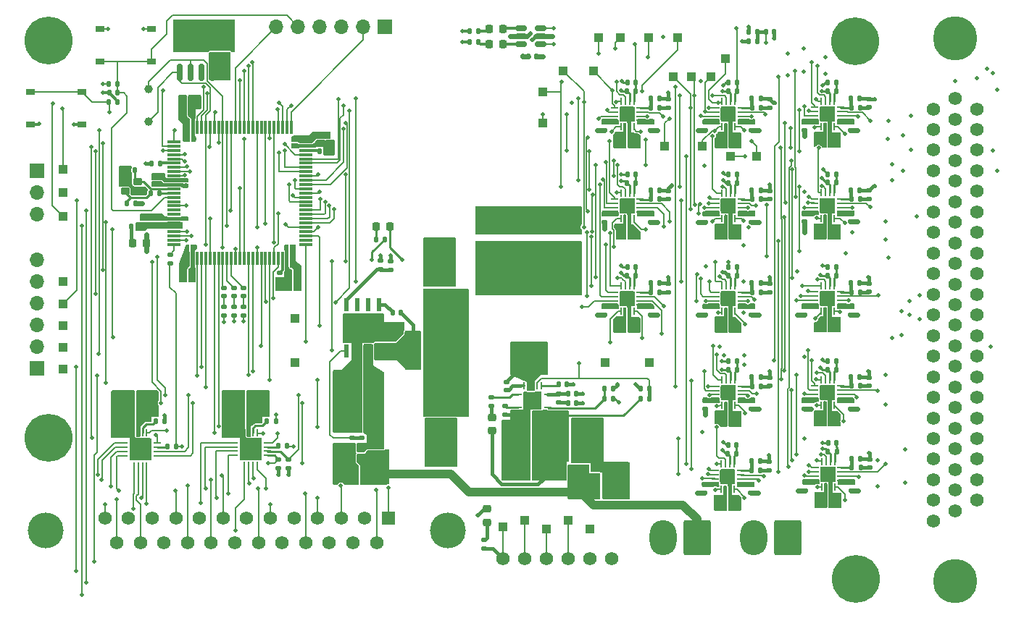
<source format=gbr>
%TF.GenerationSoftware,KiCad,Pcbnew,8.0.1*%
%TF.CreationDate,2024-11-04T21:37:07-08:00*%
%TF.ProjectId,kasm_pcb_rev2,6b61736d-5f70-4636-925f-726576322e6b,rev?*%
%TF.SameCoordinates,Original*%
%TF.FileFunction,Copper,L1,Top*%
%TF.FilePolarity,Positive*%
%FSLAX46Y46*%
G04 Gerber Fmt 4.6, Leading zero omitted, Abs format (unit mm)*
G04 Created by KiCad (PCBNEW 8.0.1) date 2024-11-04 21:37:07*
%MOMM*%
%LPD*%
G01*
G04 APERTURE LIST*
G04 Aperture macros list*
%AMRoundRect*
0 Rectangle with rounded corners*
0 $1 Rounding radius*
0 $2 $3 $4 $5 $6 $7 $8 $9 X,Y pos of 4 corners*
0 Add a 4 corners polygon primitive as box body*
4,1,4,$2,$3,$4,$5,$6,$7,$8,$9,$2,$3,0*
0 Add four circle primitives for the rounded corners*
1,1,$1+$1,$2,$3*
1,1,$1+$1,$4,$5*
1,1,$1+$1,$6,$7*
1,1,$1+$1,$8,$9*
0 Add four rect primitives between the rounded corners*
20,1,$1+$1,$2,$3,$4,$5,0*
20,1,$1+$1,$4,$5,$6,$7,0*
20,1,$1+$1,$6,$7,$8,$9,0*
20,1,$1+$1,$8,$9,$2,$3,0*%
G04 Aperture macros list end*
%TA.AperFunction,SMDPad,CuDef*%
%ADD10RoundRect,0.135000X-0.185000X0.135000X-0.185000X-0.135000X0.185000X-0.135000X0.185000X0.135000X0*%
%TD*%
%TA.AperFunction,SMDPad,CuDef*%
%ADD11RoundRect,0.218750X0.256250X-0.218750X0.256250X0.218750X-0.256250X0.218750X-0.256250X-0.218750X0*%
%TD*%
%TA.AperFunction,ComponentPad*%
%ADD12C,4.191000*%
%TD*%
%TA.AperFunction,ComponentPad*%
%ADD13R,1.562100X1.562100*%
%TD*%
%TA.AperFunction,ComponentPad*%
%ADD14C,1.562100*%
%TD*%
%TA.AperFunction,SMDPad,CuDef*%
%ADD15RoundRect,0.135000X-0.135000X-0.185000X0.135000X-0.185000X0.135000X0.185000X-0.135000X0.185000X0*%
%TD*%
%TA.AperFunction,SMDPad,CuDef*%
%ADD16RoundRect,0.062500X0.375000X0.062500X-0.375000X0.062500X-0.375000X-0.062500X0.375000X-0.062500X0*%
%TD*%
%TA.AperFunction,SMDPad,CuDef*%
%ADD17RoundRect,0.062500X0.062500X0.375000X-0.062500X0.375000X-0.062500X-0.375000X0.062500X-0.375000X0*%
%TD*%
%TA.AperFunction,HeatsinkPad*%
%ADD18R,2.600000X2.600000*%
%TD*%
%TA.AperFunction,SMDPad,CuDef*%
%ADD19RoundRect,0.250000X0.325000X0.650000X-0.325000X0.650000X-0.325000X-0.650000X0.325000X-0.650000X0*%
%TD*%
%TA.AperFunction,SMDPad,CuDef*%
%ADD20RoundRect,0.135000X0.135000X0.185000X-0.135000X0.185000X-0.135000X-0.185000X0.135000X-0.185000X0*%
%TD*%
%TA.AperFunction,SMDPad,CuDef*%
%ADD21R,0.600000X1.550000*%
%TD*%
%TA.AperFunction,ComponentPad*%
%ADD22C,0.600000*%
%TD*%
%TA.AperFunction,SMDPad,CuDef*%
%ADD23R,3.100000X2.600000*%
%TD*%
%TA.AperFunction,SMDPad,CuDef*%
%ADD24R,4.500000X2.950000*%
%TD*%
%TA.AperFunction,SMDPad,CuDef*%
%ADD25R,1.000000X0.750000*%
%TD*%
%TA.AperFunction,SMDPad,CuDef*%
%ADD26R,1.000000X1.000000*%
%TD*%
%TA.AperFunction,SMDPad,CuDef*%
%ADD27RoundRect,0.140000X-0.140000X-0.170000X0.140000X-0.170000X0.140000X0.170000X-0.140000X0.170000X0*%
%TD*%
%TA.AperFunction,SMDPad,CuDef*%
%ADD28RoundRect,0.140000X0.170000X-0.140000X0.170000X0.140000X-0.170000X0.140000X-0.170000X-0.140000X0*%
%TD*%
%TA.AperFunction,SMDPad,CuDef*%
%ADD29RoundRect,0.140000X0.140000X0.170000X-0.140000X0.170000X-0.140000X-0.170000X0.140000X-0.170000X0*%
%TD*%
%TA.AperFunction,SMDPad,CuDef*%
%ADD30RoundRect,0.062500X-0.325000X-0.062500X0.325000X-0.062500X0.325000X0.062500X-0.325000X0.062500X0*%
%TD*%
%TA.AperFunction,SMDPad,CuDef*%
%ADD31RoundRect,0.062500X-0.062500X-0.325000X0.062500X-0.325000X0.062500X0.325000X-0.062500X0.325000X0*%
%TD*%
%TA.AperFunction,HeatsinkPad*%
%ADD32R,1.800000X1.800000*%
%TD*%
%TA.AperFunction,SMDPad,CuDef*%
%ADD33R,1.400000X4.200000*%
%TD*%
%TA.AperFunction,ComponentPad*%
%ADD34R,1.000000X1.000000*%
%TD*%
%TA.AperFunction,SMDPad,CuDef*%
%ADD35RoundRect,0.218750X-0.218750X-0.256250X0.218750X-0.256250X0.218750X0.256250X-0.218750X0.256250X0*%
%TD*%
%TA.AperFunction,SMDPad,CuDef*%
%ADD36RoundRect,0.250000X0.550000X-1.500000X0.550000X1.500000X-0.550000X1.500000X-0.550000X-1.500000X0*%
%TD*%
%TA.AperFunction,ComponentPad*%
%ADD37RoundRect,0.250000X1.330000X1.800000X-1.330000X1.800000X-1.330000X-1.800000X1.330000X-1.800000X0*%
%TD*%
%TA.AperFunction,ComponentPad*%
%ADD38O,3.160000X4.100000*%
%TD*%
%TA.AperFunction,ComponentPad*%
%ADD39C,5.600000*%
%TD*%
%TA.AperFunction,SMDPad,CuDef*%
%ADD40RoundRect,0.135000X0.185000X-0.135000X0.185000X0.135000X-0.185000X0.135000X-0.185000X-0.135000X0*%
%TD*%
%TA.AperFunction,SMDPad,CuDef*%
%ADD41RoundRect,0.112500X0.112500X-0.187500X0.112500X0.187500X-0.112500X0.187500X-0.112500X-0.187500X0*%
%TD*%
%TA.AperFunction,ComponentPad*%
%ADD42C,1.574800*%
%TD*%
%TA.AperFunction,SMDPad,CuDef*%
%ADD43RoundRect,0.218750X0.381250X-0.218750X0.381250X0.218750X-0.381250X0.218750X-0.381250X-0.218750X0*%
%TD*%
%TA.AperFunction,SMDPad,CuDef*%
%ADD44RoundRect,0.147500X0.172500X-0.147500X0.172500X0.147500X-0.172500X0.147500X-0.172500X-0.147500X0*%
%TD*%
%TA.AperFunction,SMDPad,CuDef*%
%ADD45RoundRect,0.250000X0.650000X-0.325000X0.650000X0.325000X-0.650000X0.325000X-0.650000X-0.325000X0*%
%TD*%
%TA.AperFunction,SMDPad,CuDef*%
%ADD46RoundRect,0.218750X0.218750X0.381250X-0.218750X0.381250X-0.218750X-0.381250X0.218750X-0.381250X0*%
%TD*%
%TA.AperFunction,SMDPad,CuDef*%
%ADD47RoundRect,0.250000X0.250000X0.475000X-0.250000X0.475000X-0.250000X-0.475000X0.250000X-0.475000X0*%
%TD*%
%TA.AperFunction,SMDPad,CuDef*%
%ADD48R,4.000000X3.500000*%
%TD*%
%TA.AperFunction,SMDPad,CuDef*%
%ADD49RoundRect,0.218750X0.218750X0.256250X-0.218750X0.256250X-0.218750X-0.256250X0.218750X-0.256250X0*%
%TD*%
%TA.AperFunction,ComponentPad*%
%ADD50C,1.575000*%
%TD*%
%TA.AperFunction,ComponentPad*%
%ADD51C,5.175000*%
%TD*%
%TA.AperFunction,SMDPad,CuDef*%
%ADD52RoundRect,0.250000X-0.325000X-0.650000X0.325000X-0.650000X0.325000X0.650000X-0.325000X0.650000X0*%
%TD*%
%TA.AperFunction,SMDPad,CuDef*%
%ADD53RoundRect,0.150000X-0.150000X0.825000X-0.150000X-0.825000X0.150000X-0.825000X0.150000X0.825000X0*%
%TD*%
%TA.AperFunction,SMDPad,CuDef*%
%ADD54RoundRect,0.140000X-0.170000X0.140000X-0.170000X-0.140000X0.170000X-0.140000X0.170000X0.140000X0*%
%TD*%
%TA.AperFunction,SMDPad,CuDef*%
%ADD55RoundRect,0.218750X-0.256250X0.218750X-0.256250X-0.218750X0.256250X-0.218750X0.256250X0.218750X0*%
%TD*%
%TA.AperFunction,SMDPad,CuDef*%
%ADD56RoundRect,0.150000X0.512500X0.150000X-0.512500X0.150000X-0.512500X-0.150000X0.512500X-0.150000X0*%
%TD*%
%TA.AperFunction,SMDPad,CuDef*%
%ADD57RoundRect,0.250000X-0.550000X1.500000X-0.550000X-1.500000X0.550000X-1.500000X0.550000X1.500000X0*%
%TD*%
%TA.AperFunction,SMDPad,CuDef*%
%ADD58R,0.850000X0.280000*%
%TD*%
%TA.AperFunction,SMDPad,CuDef*%
%ADD59R,0.280000X0.850000*%
%TD*%
%TA.AperFunction,SMDPad,CuDef*%
%ADD60R,2.050000X2.050000*%
%TD*%
%TA.AperFunction,ComponentPad*%
%ADD61C,1.000000*%
%TD*%
%TA.AperFunction,ComponentPad*%
%ADD62R,1.700000X1.700000*%
%TD*%
%TA.AperFunction,ComponentPad*%
%ADD63O,1.700000X1.700000*%
%TD*%
%TA.AperFunction,SMDPad,CuDef*%
%ADD64RoundRect,0.102000X-0.373000X-0.323000X0.373000X-0.323000X0.373000X0.323000X-0.373000X0.323000X0*%
%TD*%
%TA.AperFunction,SMDPad,CuDef*%
%ADD65RoundRect,0.075000X-0.725000X-0.075000X0.725000X-0.075000X0.725000X0.075000X-0.725000X0.075000X0*%
%TD*%
%TA.AperFunction,SMDPad,CuDef*%
%ADD66RoundRect,0.075000X-0.075000X-0.725000X0.075000X-0.725000X0.075000X0.725000X-0.075000X0.725000X0*%
%TD*%
%TA.AperFunction,ViaPad*%
%ADD67C,0.500000*%
%TD*%
%TA.AperFunction,Conductor*%
%ADD68C,0.200000*%
%TD*%
%TA.AperFunction,Conductor*%
%ADD69C,0.127000*%
%TD*%
%TA.AperFunction,Conductor*%
%ADD70C,0.400000*%
%TD*%
%TA.AperFunction,Conductor*%
%ADD71C,1.000000*%
%TD*%
%TA.AperFunction,Conductor*%
%ADD72C,0.254000*%
%TD*%
%TA.AperFunction,Conductor*%
%ADD73C,0.600000*%
%TD*%
%TA.AperFunction,Conductor*%
%ADD74C,0.300000*%
%TD*%
%TA.AperFunction,Conductor*%
%ADD75C,0.185000*%
%TD*%
G04 APERTURE END LIST*
D10*
%TO.P,R23,2*%
%TO.N,SPI6_NSS*%
X132359400Y-117830600D03*
%TO.P,R23,1*%
%TO.N,Net-(D9-K)*%
X132359400Y-116810600D03*
%TD*%
D11*
%TO.P,D9,2,A*%
%TO.N,+3.3V*%
X132685600Y-113153100D03*
%TO.P,D9,1,K*%
%TO.N,Net-(D9-K)*%
X132685600Y-114728100D03*
%TD*%
D12*
%TO.P,J4,0,PAD*%
%TO.N,GND*%
X81077400Y-115697000D03*
X128118200Y-115697000D03*
D13*
%TO.P,J4,1,1*%
%TO.N,/Eddy Current Sensors/IN3A*%
X121157800Y-114274600D03*
D14*
%TO.P,J4,2,2*%
%TO.N,unconnected-(J4-Pad2)*%
X118397800Y-114274600D03*
%TO.P,J4,3,3*%
%TO.N,/Eddy Current Sensors/IN2B*%
X115637800Y-114274600D03*
%TO.P,J4,4,4*%
%TO.N,/Eddy Current Sensors/IN1A*%
X112877800Y-114274600D03*
%TO.P,J4,5,5*%
%TO.N,unconnected-(J4-Pad5)*%
X110117800Y-114274600D03*
%TO.P,J4,6,6*%
%TO.N,/Eddy Current Sensors/IN0A*%
X107357800Y-114274600D03*
%TO.P,J4,7,7*%
%TO.N,unconnected-(J4-Pad7)*%
X104597800Y-114274600D03*
%TO.P,J4,8,8*%
%TO.N,/Eddy Current Sensors/IN4A*%
X101837800Y-114274600D03*
%TO.P,J4,9,9*%
%TO.N,unconnected-(J4-Pad9)*%
X99077800Y-114274600D03*
%TO.P,J4,10,10*%
%TO.N,/Eddy Current Sensors/IN5B*%
X96317800Y-114274600D03*
%TO.P,J4,11,11*%
%TO.N,/Eddy Current Sensors/IN6A*%
X93557800Y-114274600D03*
%TO.P,J4,12,12*%
%TO.N,unconnected-(J4-Pad12)*%
X90797800Y-114274600D03*
%TO.P,J4,13,13*%
%TO.N,/Eddy Current Sensors/IN7B*%
X88037800Y-114274600D03*
%TO.P,J4,14,P14*%
%TO.N,/Eddy Current Sensors/IN3B*%
X119777800Y-117119400D03*
%TO.P,J4,15,P15*%
%TO.N,/Eddy Current Sensors/IN2A*%
X117017800Y-117119400D03*
%TO.P,J4,16,P16*%
%TO.N,unconnected-(J4-P16-Pad16)*%
X114257800Y-117119400D03*
%TO.P,J4,17,P17*%
%TO.N,/Eddy Current Sensors/IN1B*%
X111497800Y-117119400D03*
%TO.P,J4,18,P18*%
%TO.N,unconnected-(J4-P18-Pad18)*%
X108737800Y-117119400D03*
%TO.P,J4,19,P19*%
%TO.N,/Eddy Current Sensors/IN0B*%
X105977800Y-117119400D03*
%TO.P,J4,20,P20*%
%TO.N,unconnected-(J4-P20-Pad20)*%
X103217800Y-117119400D03*
%TO.P,J4,21,P21*%
%TO.N,/Eddy Current Sensors/IN4B*%
X100457800Y-117119400D03*
%TO.P,J4,22,P22*%
%TO.N,/Eddy Current Sensors/IN5A*%
X97697800Y-117119400D03*
%TO.P,J4,23,P23*%
%TO.N,unconnected-(J4-P23-Pad23)*%
X94937800Y-117119400D03*
%TO.P,J4,24,P24*%
%TO.N,/Eddy Current Sensors/IN6B*%
X92177800Y-117119400D03*
%TO.P,J4,25,P25*%
%TO.N,/Eddy Current Sensors/IN7A*%
X89417800Y-117119400D03*
%TD*%
D15*
%TO.P,R81,1*%
%TO.N,+1.8V*%
X160780000Y-106710200D03*
%TO.P,R81,2*%
%TO.N,/Actuators/TIM16_CH1_TIM15_CH1/EN*%
X161800000Y-106710200D03*
%TD*%
D16*
%TO.P,U9,1,SCL*%
%TO.N,I2C4_SCL*%
X107018600Y-106903800D03*
%TO.P,U9,2,SDA*%
%TO.N,I2C4_SDA*%
X107018600Y-106403800D03*
%TO.P,U9,3,CLKIN*%
%TO.N,Net-(U9-CLKIN)*%
X107018600Y-105903800D03*
%TO.P,U9,4,ADDR*%
%TO.N,GND*%
X107018600Y-105403800D03*
D17*
%TO.P,U9,5,INTB*%
%TO.N,LDC0_INTB*%
X105831100Y-104216300D03*
%TO.P,U9,6,SD*%
%TO.N,/Eddy Current Sensors/SD*%
X105331100Y-104216300D03*
%TO.P,U9,7,VDD*%
%TO.N,+3.3V*%
X104831100Y-104216300D03*
%TO.P,U9,8,GND*%
%TO.N,GND*%
X104331100Y-104216300D03*
D16*
%TO.P,U9,9,IN0A*%
%TO.N,/Eddy Current Sensors/IN0A*%
X103143600Y-105403800D03*
%TO.P,U9,10,IN0B*%
%TO.N,/Eddy Current Sensors/IN0B*%
X103143600Y-105903800D03*
%TO.P,U9,11,IN1A*%
%TO.N,/Eddy Current Sensors/IN1A*%
X103143600Y-106403800D03*
%TO.P,U9,12,IN1B*%
%TO.N,/Eddy Current Sensors/IN1B*%
X103143600Y-106903800D03*
D17*
%TO.P,U9,13,IN2A*%
%TO.N,/Eddy Current Sensors/IN2A*%
X104331100Y-108091300D03*
%TO.P,U9,14,IN2B*%
%TO.N,/Eddy Current Sensors/IN2B*%
X104831100Y-108091300D03*
%TO.P,U9,15,IN3A*%
%TO.N,/Eddy Current Sensors/IN3A*%
X105331100Y-108091300D03*
%TO.P,U9,16,IN3B*%
%TO.N,/Eddy Current Sensors/IN3B*%
X105831100Y-108091300D03*
D18*
%TO.P,U9,17,GND*%
%TO.N,GND*%
X105081100Y-106153800D03*
%TD*%
D15*
%TO.P,R36,1*%
%TO.N,+1.8V*%
X172438600Y-64262000D03*
%TO.P,R36,2*%
%TO.N,/Actuators/HRTIM_CHA1_HRTIM_CHA2/EN*%
X173458600Y-64262000D03*
%TD*%
D19*
%TO.P,C2,1*%
%TO.N,+12V*%
X119473800Y-109089800D03*
%TO.P,C2,2*%
%TO.N,GND*%
X116523800Y-109089800D03*
%TD*%
D20*
%TO.P,R7,1*%
%TO.N,+1.8V*%
X147421600Y-100253800D03*
%TO.P,R7,2*%
%TO.N,Net-(U2-VSENSE)*%
X146401600Y-100253800D03*
%TD*%
D15*
%TO.P,R71,1*%
%TO.N,+1.8V*%
X172438600Y-85852000D03*
%TO.P,R71,2*%
%TO.N,/Actuators/TIM2_CH1_TIM5_CH2/EN*%
X173458600Y-85852000D03*
%TD*%
%TO.P,R16,1*%
%TO.N,Net-(C41-Pad1)*%
X93370600Y-76250800D03*
%TO.P,R16,2*%
%TO.N,Net-(U5-PH1)*%
X94390600Y-76250800D03*
%TD*%
D21*
%TO.P,U1,1,BOOT*%
%TO.N,Net-(U1-BOOT)*%
X120094600Y-89257600D03*
%TO.P,U1,2,NC*%
%TO.N,unconnected-(U1-NC-Pad2)*%
X118824600Y-89257600D03*
%TO.P,U1,3,NC*%
%TO.N,unconnected-(U1-NC-Pad3)*%
X117554600Y-89257600D03*
%TO.P,U1,4,VSENSE*%
%TO.N,Net-(U1-VSENSE)*%
X116284600Y-89257600D03*
%TO.P,U1,5,EN*%
%TO.N,Net-(U1-EN)*%
X116284600Y-94657600D03*
%TO.P,U1,6,GND*%
%TO.N,GND*%
X117554600Y-94657600D03*
%TO.P,U1,7,VIN*%
%TO.N,Net-(U1-VIN)*%
X118824600Y-94657600D03*
%TO.P,U1,8,PH*%
%TO.N,Net-(D1-K)*%
X120094600Y-94657600D03*
D22*
%TO.P,U1,9,GNDPAD*%
%TO.N,GND*%
X119989600Y-91357600D03*
X118789600Y-91357600D03*
X117489600Y-91357600D03*
X116389600Y-91357600D03*
D23*
X118189600Y-91957600D03*
D24*
X118189600Y-91957600D03*
D22*
X119989600Y-92557600D03*
X118789600Y-92557600D03*
X117489600Y-92557600D03*
X116389600Y-92557600D03*
%TD*%
D15*
%TO.P,R76,1*%
%TO.N,+1.8V*%
X149045200Y-85877400D03*
%TO.P,R76,2*%
%TO.N,/Actuators/TIM4_CH3_TIM4_CH4/EN*%
X150065200Y-85877400D03*
%TD*%
D25*
%TO.P,SW1,1,1*%
%TO.N,/MCU/BOOT0*%
X79375000Y-64393600D03*
X85375000Y-64393600D03*
%TO.P,SW1,2,2*%
%TO.N,+3.3V*%
X79375000Y-68143600D03*
X85375000Y-68143600D03*
%TD*%
D10*
%TO.P,R40,1*%
%TO.N,Net-(U11-SENSEA)*%
X169773600Y-78534800D03*
%TO.P,R40,2*%
%TO.N,GND*%
X169773600Y-79554800D03*
%TD*%
%TO.P,R9,1*%
%TO.N,Net-(U2-RT{slash}CLK)*%
X134793800Y-101137600D03*
%TO.P,R9,2*%
%TO.N,GND*%
X134793800Y-102157600D03*
%TD*%
D26*
%TO.P,TP33,1,1*%
%TO.N,HRTIM_CHD1*%
X160502600Y-60502800D03*
%TD*%
D27*
%TO.P,C75,1*%
%TO.N,+1.8V*%
X148541800Y-91236800D03*
%TO.P,C75,2*%
%TO.N,GND*%
X149501800Y-91236800D03*
%TD*%
D28*
%TO.P,C50,1*%
%TO.N,Net-(C50-Pad1)*%
X177266600Y-66164400D03*
%TO.P,C50,2*%
%TO.N,GND*%
X177266600Y-65204400D03*
%TD*%
D15*
%TO.P,R96,1*%
%TO.N,+1.8V*%
X149045200Y-75006200D03*
%TO.P,R96,2*%
%TO.N,/Actuators/TIM15_CH2_TIM4_CH1/EN*%
X150065200Y-75006200D03*
%TD*%
D29*
%TO.P,C57,1*%
%TO.N,+3.3V*%
X92148600Y-102971600D03*
%TO.P,C57,2*%
%TO.N,GND*%
X91188600Y-102971600D03*
%TD*%
D30*
%TO.P,U12,1,PHA*%
%TO.N,HRTIM_CHB2_PHASE*%
X170985700Y-98774400D03*
%TO.P,U12,2,PWMA*%
%TO.N,HRTIM_CHB2*%
X170985700Y-99274400D03*
%TO.P,U12,3,OUTA1*%
%TO.N,HRTIM_CHB2_OUT1*%
X170985700Y-99774400D03*
%TO.P,U12,4,SENSEA*%
%TO.N,Net-(U12-SENSEA)*%
X170985700Y-100274400D03*
D31*
%TO.P,U12,5,OUTA2*%
%TO.N,HRTIM_CHB2_OUT2*%
X171723200Y-101011900D03*
%TO.P,U12,6,VS*%
%TO.N,+1.8V*%
X172223200Y-101011900D03*
%TO.P,U12,7,GND*%
%TO.N,GND*%
X172723200Y-101011900D03*
%TO.P,U12,8,OUTB2*%
%TO.N,HRTIM_CHC1_OUT2*%
X173223200Y-101011900D03*
D30*
%TO.P,U12,9,SENSEB*%
%TO.N,Net-(U12-SENSEB)*%
X173960700Y-100274400D03*
%TO.P,U12,10,OUTB1*%
%TO.N,HRTIM_CHC1_OUT1*%
X173960700Y-99774400D03*
%TO.P,U12,11,REF*%
%TO.N,REF*%
X173960700Y-99274400D03*
%TO.P,U12,12,TOFF*%
%TO.N,Net-(U12-TOFF)*%
X173960700Y-98774400D03*
D31*
%TO.P,U12,13,EN/FLT*%
%TO.N,/Actuators/HRTIM_CHB2_HRTIM_CHC1/EN*%
X173223200Y-98036900D03*
%TO.P,U12,14,STBY/RESET*%
%TO.N,+1.8V*%
X172723200Y-98036900D03*
%TO.P,U12,15,PHB*%
%TO.N,HRTIM_CHC1_PHASE*%
X172223200Y-98036900D03*
%TO.P,U12,16,PWMB*%
%TO.N,HRTIM_CHC1*%
X171723200Y-98036900D03*
D32*
%TO.P,U12,17,EPAD*%
%TO.N,GND*%
X172473200Y-99524400D03*
%TD*%
D29*
%TO.P,C73,1*%
%TO.N,/Actuators/TIM2_CH1_TIM5_CH2/EN*%
X173454000Y-84861400D03*
%TO.P,C73,2*%
%TO.N,GND*%
X172494000Y-84861400D03*
%TD*%
D15*
%TO.P,R54,1*%
%TO.N,Net-(U13-TOFF)*%
X163624800Y-65151000D03*
%TO.P,R54,2*%
%TO.N,GND*%
X164644800Y-65151000D03*
%TD*%
D27*
%TO.P,C51,1*%
%TO.N,+1.8V*%
X171935200Y-80340200D03*
%TO.P,C51,2*%
%TO.N,GND*%
X172895200Y-80340200D03*
%TD*%
D30*
%TO.P,U11,1,PHA*%
%TO.N,HRTIM_CHB1_PHASE*%
X170985700Y-76905000D03*
%TO.P,U11,2,PWMA*%
%TO.N,HRTIM_CHB1*%
X170985700Y-77405000D03*
%TO.P,U11,3,OUTA1*%
%TO.N,HRTIM_CHB1_OUT1*%
X170985700Y-77905000D03*
%TO.P,U11,4,SENSEA*%
%TO.N,Net-(U11-SENSEA)*%
X170985700Y-78405000D03*
D31*
%TO.P,U11,5,OUTA2*%
%TO.N,HRTIM_CHB1_OUT2*%
X171723200Y-79142500D03*
%TO.P,U11,6,VS*%
%TO.N,+1.8V*%
X172223200Y-79142500D03*
%TO.P,U11,7,GND*%
%TO.N,GND*%
X172723200Y-79142500D03*
%TO.P,U11,8,OUTB2*%
%TO.N,TIM8_CH4_OUT2*%
X173223200Y-79142500D03*
D30*
%TO.P,U11,9,SENSEB*%
%TO.N,Net-(U11-SENSEB)*%
X173960700Y-78405000D03*
%TO.P,U11,10,OUTB1*%
%TO.N,TIM8_CH4_OUT1*%
X173960700Y-77905000D03*
%TO.P,U11,11,REF*%
%TO.N,REF*%
X173960700Y-77405000D03*
%TO.P,U11,12,TOFF*%
%TO.N,Net-(U11-TOFF)*%
X173960700Y-76905000D03*
D31*
%TO.P,U11,13,EN/FLT*%
%TO.N,/Actuators/HRTIM_CHB1_TIM8_CH4/EN*%
X173223200Y-76167500D03*
%TO.P,U11,14,STBY/RESET*%
%TO.N,+1.8V*%
X172723200Y-76167500D03*
%TO.P,U11,15,PHB*%
%TO.N,TIM8_CH4_PHASE*%
X172223200Y-76167500D03*
%TO.P,U11,16,PWMB*%
%TO.N,TIM8_CH4*%
X171723200Y-76167500D03*
D32*
%TO.P,U11,17,EPAD*%
%TO.N,GND*%
X172473200Y-77655000D03*
%TD*%
D19*
%TO.P,C15,1*%
%TO.N,Net-(D2-A)*%
X139242400Y-105207400D03*
%TO.P,C15,2*%
%TO.N,GND*%
X136292400Y-105207400D03*
%TD*%
D10*
%TO.P,R95,1*%
%TO.N,Net-(U22-SENSEA)*%
X146380200Y-78560200D03*
%TO.P,R95,2*%
%TO.N,GND*%
X146380200Y-79580200D03*
%TD*%
D27*
%TO.P,C25,1*%
%TO.N,Net-(C25-Pad1)*%
X142141000Y-100736200D03*
%TO.P,C25,2*%
%TO.N,GND*%
X143101000Y-100736200D03*
%TD*%
D28*
%TO.P,C74,1*%
%TO.N,Net-(C74-Pad1)*%
X177266600Y-87754400D03*
%TO.P,C74,2*%
%TO.N,GND*%
X177266600Y-86794400D03*
%TD*%
D26*
%TO.P,TP22,1,1*%
%TO.N,TIM12_CH2_PHASE*%
X139217400Y-64338200D03*
%TD*%
D33*
%TO.P,L1,1,1*%
%TO.N,Net-(D1-K)*%
X124073600Y-94594800D03*
%TO.P,L1,2,2*%
%TO.N,+3.3V*%
X127773600Y-94594800D03*
%TD*%
D20*
%TO.P,R13,1*%
%TO.N,/MCU/VREF+*%
X92159400Y-80137000D03*
%TO.P,R13,2*%
%TO.N,Net-(L3-Pad1)*%
X91139400Y-80137000D03*
%TD*%
D27*
%TO.P,C69,1*%
%TO.N,+1.8V*%
X148541800Y-69646800D03*
%TO.P,C69,2*%
%TO.N,GND*%
X149501800Y-69646800D03*
%TD*%
D29*
%TO.P,C88,1*%
%TO.N,/Actuators/TIM15_CH2_TIM4_CH1/EN*%
X150060600Y-74015600D03*
%TO.P,C88,2*%
%TO.N,GND*%
X149100600Y-74015600D03*
%TD*%
D28*
%TO.P,C62,1*%
%TO.N,Net-(C62-Pad1)*%
X165684200Y-66189800D03*
%TO.P,C62,2*%
%TO.N,GND*%
X165684200Y-65229800D03*
%TD*%
D15*
%TO.P,R18,1*%
%TO.N,Net-(D5-K)*%
X119735700Y-81610200D03*
%TO.P,R18,2*%
%TO.N,GND*%
X120755700Y-81610200D03*
%TD*%
D34*
%TO.P,TP13,1,1*%
%TO.N,GND*%
X110261400Y-90850600D03*
%TD*%
D29*
%TO.P,C40,1*%
%TO.N,Net-(U5-PH0)*%
X91543200Y-73507600D03*
%TO.P,C40,2*%
%TO.N,GND*%
X90583200Y-73507600D03*
%TD*%
D10*
%TO.P,R80,1*%
%TO.N,Net-(U19-SENSEA)*%
X158115000Y-110264200D03*
%TO.P,R80,2*%
%TO.N,GND*%
X158115000Y-111284200D03*
%TD*%
D35*
%TO.P,D5,1,K*%
%TO.N,Net-(D5-K)*%
X119760900Y-80137000D03*
%TO.P,D5,2,A*%
%TO.N,+3.3V*%
X121335900Y-80137000D03*
%TD*%
D15*
%TO.P,R69,1*%
%TO.N,Net-(U16-TOFF)*%
X151813800Y-65151000D03*
%TO.P,R69,2*%
%TO.N,GND*%
X152833800Y-65151000D03*
%TD*%
D36*
%TO.P,C8,1*%
%TO.N,+3.3V*%
X127015800Y-89647800D03*
%TO.P,C8,2*%
%TO.N,GND*%
X127015800Y-84047800D03*
%TD*%
D27*
%TO.P,C24,1*%
%TO.N,Net-(U2-COMP)*%
X142136000Y-99650800D03*
%TO.P,C24,2*%
%TO.N,GND*%
X143096000Y-99650800D03*
%TD*%
D37*
%TO.P,J1,1,Pin_1*%
%TO.N,+12V*%
X167784000Y-116522600D03*
D38*
%TO.P,J1,2,Pin_2*%
%TO.N,GND*%
X163824000Y-116522600D03*
%TD*%
D29*
%TO.P,C79,1*%
%TO.N,/Actuators/TIM16_CH1_TIM15_CH1/EN*%
X161795400Y-105719600D03*
%TO.P,C79,2*%
%TO.N,GND*%
X160835400Y-105719600D03*
%TD*%
D27*
%TO.P,C54,1*%
%TO.N,+1.8V*%
X171935200Y-102209600D03*
%TO.P,C54,2*%
%TO.N,GND*%
X172895200Y-102209600D03*
%TD*%
D34*
%TO.P,TP15,1,1*%
%TO.N,GND*%
X83108800Y-86563200D03*
%TD*%
D29*
%TO.P,C64,1*%
%TO.N,/Actuators/HRTIM_CHD2_TIM4_CH2/EN*%
X161871600Y-84886800D03*
%TO.P,C64,2*%
%TO.N,GND*%
X160911600Y-84886800D03*
%TD*%
D39*
%TO.P,H3,1,1*%
%TO.N,GND*%
X81432400Y-58389400D03*
%TD*%
D15*
%TO.P,R10,1*%
%TO.N,Net-(U2-VSENSE)*%
X146401600Y-99118932D03*
%TO.P,R10,2*%
%TO.N,GND*%
X147421600Y-99118932D03*
%TD*%
D26*
%TO.P,TP31,1,1*%
%TO.N,HRTIM_CHC2_OUT2*%
X157861000Y-70713600D03*
%TD*%
D15*
%TO.P,R84,1*%
%TO.N,Net-(U19-TOFF)*%
X163548600Y-107573800D03*
%TO.P,R84,2*%
%TO.N,GND*%
X164568600Y-107573800D03*
%TD*%
D29*
%TO.P,C27,1*%
%TO.N,+3.3V*%
X110441800Y-85471000D03*
%TO.P,C27,2*%
%TO.N,GND*%
X109481800Y-85471000D03*
%TD*%
D10*
%TO.P,R82,1*%
%TO.N,Net-(U19-SENSEB)*%
X163525200Y-110262200D03*
%TO.P,R82,2*%
%TO.N,GND*%
X163525200Y-111282200D03*
%TD*%
D26*
%TO.P,TP29,1,1*%
%TO.N,HRTIM_CHC2*%
X158826200Y-62585600D03*
%TD*%
D15*
%TO.P,R26,1*%
%TO.N,Net-(U9-CLKIN)*%
X108301600Y-105765600D03*
%TO.P,R26,2*%
%TO.N,TIM2_CH4_LDC*%
X109321600Y-105765600D03*
%TD*%
D40*
%TO.P,R27,1*%
%TO.N,+3.3V*%
X109499400Y-108383800D03*
%TO.P,R27,2*%
%TO.N,I2C4_SDA*%
X109499400Y-107363800D03*
%TD*%
D34*
%TO.P,TP16,1,1*%
%TO.N,GND*%
X144741900Y-115468400D03*
%TD*%
D41*
%TO.P,D1,1,K*%
%TO.N,Net-(D1-K)*%
X122012000Y-94603400D03*
%TO.P,D1,2,A*%
%TO.N,GND*%
X122012000Y-92503400D03*
%TD*%
D15*
%TO.P,R68,1*%
%TO.N,Net-(U16-TOFF)*%
X151839200Y-66217800D03*
%TO.P,R68,2*%
%TO.N,Net-(C71-Pad1)*%
X152859200Y-66217800D03*
%TD*%
D28*
%TO.P,C71,1*%
%TO.N,Net-(C71-Pad1)*%
X153873200Y-66189800D03*
%TO.P,C71,2*%
%TO.N,GND*%
X153873200Y-65229800D03*
%TD*%
D15*
%TO.P,R56,1*%
%TO.N,+1.8V*%
X160856200Y-85877400D03*
%TO.P,R56,2*%
%TO.N,/Actuators/HRTIM_CHD2_TIM4_CH2/EN*%
X161876200Y-85877400D03*
%TD*%
D42*
%TO.P,J6,1,Pin_1*%
%TO.N,SPI6_NSS*%
X134518400Y-118986800D03*
%TO.P,J6,2,Pin_2*%
%TO.N,SPI6_SCK*%
X137058400Y-118986800D03*
%TO.P,J6,3,Pin_3*%
%TO.N,SPI6_MISO*%
X139598400Y-118986800D03*
%TO.P,J6,4,Pin_4*%
%TO.N,SPI6_MOSI*%
X142138400Y-118986800D03*
%TO.P,J6,5,Pin_5*%
%TO.N,GND*%
X144678400Y-118986800D03*
%TO.P,J6,6,Pin_6*%
%TO.N,unconnected-(J6-Pin_6-Pad6)*%
X147218400Y-118986800D03*
%TD*%
D27*
%TO.P,C63,1*%
%TO.N,+1.8V*%
X160352800Y-91236800D03*
%TO.P,C63,2*%
%TO.N,GND*%
X161312800Y-91236800D03*
%TD*%
D10*
%TO.P,R90,1*%
%TO.N,Net-(U21-SENSEA)*%
X158191200Y-78560200D03*
%TO.P,R90,2*%
%TO.N,GND*%
X158191200Y-79580200D03*
%TD*%
D15*
%TO.P,R12,1*%
%TO.N,/MCU/BOOT0*%
X88517000Y-65582800D03*
%TO.P,R12,2*%
%TO.N,GND*%
X89537000Y-65582800D03*
%TD*%
%TO.P,R41,1*%
%TO.N,+1.8V*%
X172438600Y-74980800D03*
%TO.P,R41,2*%
%TO.N,/Actuators/HRTIM_CHB1_TIM8_CH4/EN*%
X173458600Y-74980800D03*
%TD*%
D43*
%TO.P,FB1,1*%
%TO.N,+12V*%
X119446600Y-107104300D03*
%TO.P,FB1,2*%
%TO.N,Net-(U1-VIN)*%
X119446600Y-104979300D03*
%TD*%
D10*
%TO.P,R45,1*%
%TO.N,Net-(U12-SENSEA)*%
X169773600Y-100404200D03*
%TO.P,R45,2*%
%TO.N,GND*%
X169773600Y-101424200D03*
%TD*%
D15*
%TO.P,R63,1*%
%TO.N,Net-(U15-TOFF)*%
X163650200Y-98806000D03*
%TO.P,R63,2*%
%TO.N,Net-(C68-Pad1)*%
X164670200Y-98806000D03*
%TD*%
D10*
%TO.P,R35,1*%
%TO.N,Net-(U8-SENSEA)*%
X169773600Y-67816000D03*
%TO.P,R35,2*%
%TO.N,GND*%
X169773600Y-68836000D03*
%TD*%
D15*
%TO.P,R14,1*%
%TO.N,+3.3V*%
X88517000Y-63398400D03*
%TO.P,R14,2*%
%TO.N,/MCU/NRST*%
X89537000Y-63398400D03*
%TD*%
D10*
%TO.P,R42,1*%
%TO.N,Net-(U11-SENSEB)*%
X175183800Y-78532800D03*
%TO.P,R42,2*%
%TO.N,GND*%
X175183800Y-79552800D03*
%TD*%
D34*
%TO.P,TP14,1,1*%
%TO.N,UART4_TX*%
X83108800Y-78892400D03*
%TD*%
D29*
%TO.P,C70,1*%
%TO.N,EN_U16*%
X150060600Y-63296800D03*
%TO.P,C70,2*%
%TO.N,GND*%
X149100600Y-63296800D03*
%TD*%
D27*
%TO.P,C41,1*%
%TO.N,Net-(C41-Pad1)*%
X90634000Y-77444600D03*
%TO.P,C41,2*%
%TO.N,GND*%
X91594000Y-77444600D03*
%TD*%
D30*
%TO.P,U15,1,PHA*%
%TO.N,TIM1_CH2_PHASE*%
X159403300Y-98799800D03*
%TO.P,U15,2,PWMA*%
%TO.N,TIM1_CH2*%
X159403300Y-99299800D03*
%TO.P,U15,3,OUTA1*%
%TO.N,TIM1_CH2_OUT1*%
X159403300Y-99799800D03*
%TO.P,U15,4,SENSEA*%
%TO.N,Net-(U15-SENSEA)*%
X159403300Y-100299800D03*
D31*
%TO.P,U15,5,OUTA2*%
%TO.N,TIM1_CH2_OUT2*%
X160140800Y-101037300D03*
%TO.P,U15,6,VS*%
%TO.N,+1.8V*%
X160640800Y-101037300D03*
%TO.P,U15,7,GND*%
%TO.N,GND*%
X161140800Y-101037300D03*
%TO.P,U15,8,OUTB2*%
%TO.N,TIM1_CH3_OUT2*%
X161640800Y-101037300D03*
D30*
%TO.P,U15,9,SENSEB*%
%TO.N,Net-(U15-SENSEB)*%
X162378300Y-100299800D03*
%TO.P,U15,10,OUTB1*%
%TO.N,TIM1_CH3_OUT1*%
X162378300Y-99799800D03*
%TO.P,U15,11,REF*%
%TO.N,REF*%
X162378300Y-99299800D03*
%TO.P,U15,12,TOFF*%
%TO.N,Net-(U15-TOFF)*%
X162378300Y-98799800D03*
D31*
%TO.P,U15,13,EN/FLT*%
%TO.N,/Actuators/TIM1_CH2_TIM1_CH3/EN*%
X161640800Y-98062300D03*
%TO.P,U15,14,STBY/RESET*%
%TO.N,+1.8V*%
X161140800Y-98062300D03*
%TO.P,U15,15,PHB*%
%TO.N,TIM1_CH3_PHASE*%
X160640800Y-98062300D03*
%TO.P,U15,16,PWMB*%
%TO.N,TIM1_CH3*%
X160140800Y-98062300D03*
D32*
%TO.P,U15,17,EPAD*%
%TO.N,GND*%
X160890800Y-99549800D03*
%TD*%
D34*
%TO.P,TP5,1,1*%
%TO.N,+1.8V*%
X151638000Y-96062800D03*
%TD*%
D28*
%TO.P,C80,1*%
%TO.N,Net-(C80-Pad1)*%
X165608000Y-108612600D03*
%TO.P,C80,2*%
%TO.N,GND*%
X165608000Y-107652600D03*
%TD*%
D44*
%TO.P,D6,1,K*%
%TO.N,Net-(D6-K)*%
X101981000Y-88272000D03*
%TO.P,D6,2,A*%
%TO.N,LED0*%
X101981000Y-87302000D03*
%TD*%
D45*
%TO.P,C19,1*%
%TO.N,+1.8V*%
X132542800Y-82756600D03*
%TO.P,C19,2*%
%TO.N,GND*%
X132542800Y-79806600D03*
%TD*%
D44*
%TO.P,D7,1,K*%
%TO.N,Net-(D7-K)*%
X103124000Y-88274000D03*
%TO.P,D7,2,A*%
%TO.N,LED1*%
X103124000Y-87304000D03*
%TD*%
D27*
%TO.P,C84,1*%
%TO.N,+1.8V*%
X160352800Y-80365600D03*
%TO.P,C84,2*%
%TO.N,GND*%
X161312800Y-80365600D03*
%TD*%
D46*
%TO.P,FB2,1*%
%TO.N,+12V*%
X143058600Y-108738000D03*
%TO.P,FB2,2*%
%TO.N,Net-(D2-A)*%
X140933600Y-108738000D03*
%TD*%
D10*
%TO.P,R92,1*%
%TO.N,Net-(U21-SENSEB)*%
X163601400Y-78558200D03*
%TO.P,R92,2*%
%TO.N,GND*%
X163601400Y-79578200D03*
%TD*%
D26*
%TO.P,TP23,1,1*%
%TO.N,TIM12_CH2*%
X141605000Y-61925200D03*
%TD*%
D27*
%TO.P,C36,1*%
%TO.N,+3.3V*%
X93504200Y-72720200D03*
%TO.P,C36,2*%
%TO.N,Net-(U5-VBAT)*%
X94464200Y-72720200D03*
%TD*%
D28*
%TO.P,C31,1*%
%TO.N,+3.3V*%
X94488000Y-75156000D03*
%TO.P,C31,2*%
%TO.N,GND*%
X94488000Y-74196000D03*
%TD*%
D10*
%TO.P,R47,1*%
%TO.N,Net-(U12-SENSEB)*%
X175183800Y-100402200D03*
%TO.P,R47,2*%
%TO.N,GND*%
X175183800Y-101422200D03*
%TD*%
%TO.P,R11,1*%
%TO.N,Net-(U2-COMP)*%
X141066600Y-99699600D03*
%TO.P,R11,2*%
%TO.N,Net-(C25-Pad1)*%
X141066600Y-100719600D03*
%TD*%
D15*
%TO.P,R49,1*%
%TO.N,Net-(U12-TOFF)*%
X175207200Y-97713800D03*
%TO.P,R49,2*%
%TO.N,GND*%
X176227200Y-97713800D03*
%TD*%
D28*
%TO.P,C89,1*%
%TO.N,Net-(C89-Pad1)*%
X153873200Y-76908600D03*
%TO.P,C89,2*%
%TO.N,GND*%
X153873200Y-75948600D03*
%TD*%
D15*
%TO.P,R86,1*%
%TO.N,+1.8V*%
X172514800Y-106405400D03*
%TO.P,R86,2*%
%TO.N,/Actuators/TIM5_CH3_TIM13_CH1/EN*%
X173534800Y-106405400D03*
%TD*%
D47*
%TO.P,C58,1*%
%TO.N,+3.3V*%
X92618600Y-100355400D03*
%TO.P,C58,2*%
%TO.N,GND*%
X90718600Y-100355400D03*
%TD*%
D48*
%TO.P,L2,1,1*%
%TO.N,Net-(C17-Pad2)*%
X137591800Y-95555000D03*
%TO.P,L2,2,2*%
%TO.N,+1.8V*%
X137591800Y-86055000D03*
%TD*%
D26*
%TO.P,TP24,1,1*%
%TO.N,TIM12_CH2_OUT1*%
X151561800Y-57988200D03*
%TD*%
D34*
%TO.P,TP1,1,1*%
%TO.N,GND*%
X146456400Y-96062800D03*
%TD*%
D10*
%TO.P,R85,1*%
%TO.N,Net-(U20-SENSEA)*%
X169849800Y-109959400D03*
%TO.P,R85,2*%
%TO.N,GND*%
X169849800Y-110979400D03*
%TD*%
D49*
%TO.P,D4,1,K*%
%TO.N,Net-(D4-K)*%
X134518500Y-57023000D03*
%TO.P,D4,2,A*%
%TO.N,Net-(D4-A)*%
X132943500Y-57023000D03*
%TD*%
D10*
%TO.P,R52,1*%
%TO.N,Net-(U13-SENSEB)*%
X163601400Y-67839400D03*
%TO.P,R52,2*%
%TO.N,GND*%
X163601400Y-68859400D03*
%TD*%
D26*
%TO.P,TP32,1,1*%
%TO.N,HRTIM_CHD1_PHASE*%
X156540200Y-62585600D03*
%TD*%
D29*
%TO.P,C28,1*%
%TO.N,+3.3V*%
X98276800Y-85471000D03*
%TO.P,C28,2*%
%TO.N,GND*%
X97316800Y-85471000D03*
%TD*%
D50*
%TO.P,J20,1,1*%
%TO.N,HRTIM_CHA1_OUT1*%
X184835800Y-66362800D03*
%TO.P,J20,2,2*%
%TO.N,HRTIM_CHA1_OUT2*%
X184835800Y-68772800D03*
%TO.P,J20,3,3*%
%TO.N,HRTIM_CHA2_OUT1*%
X184835800Y-71182800D03*
%TO.P,J20,4,4*%
%TO.N,HRTIM_CHA2_OUT2*%
X184835800Y-73592800D03*
%TO.P,J20,5,5*%
%TO.N,HRTIM_CHB1_OUT1*%
X184835800Y-76002800D03*
%TO.P,J20,6,6*%
%TO.N,HRTIM_CHB1_OUT2*%
X184835800Y-78412800D03*
%TO.P,J20,7,7*%
%TO.N,TIM8_CH4_OUT1*%
X184835800Y-80822800D03*
%TO.P,J20,8,8*%
%TO.N,TIM8_CH4_OUT2*%
X184835800Y-83232800D03*
%TO.P,J20,9,9*%
%TO.N,TIM2_CH1_OUT1*%
X184835800Y-85642800D03*
%TO.P,J20,10,10*%
%TO.N,TIM2_CH1_OUT2*%
X184835800Y-88052800D03*
%TO.P,J20,11,11*%
%TO.N,TIM5_CH2_OUT1*%
X184835800Y-90462800D03*
%TO.P,J20,12,12*%
%TO.N,TIM5_CH2_OUT2*%
X184835800Y-92872800D03*
%TO.P,J20,13,13*%
%TO.N,HRTIM_CHB2_OUT1*%
X184835800Y-95282800D03*
%TO.P,J20,14,14*%
%TO.N,HRTIM_CHB2_OUT2*%
X184835800Y-97692800D03*
%TO.P,J20,15,15*%
%TO.N,HRTIM_CHC1_OUT1*%
X184835800Y-100102800D03*
%TO.P,J20,16,16*%
%TO.N,HRTIM_CHC1_OUT2*%
X184835800Y-102512800D03*
%TO.P,J20,17,17*%
%TO.N,TIM5_CH3_OUT1*%
X184835800Y-104922800D03*
%TO.P,J20,18,18*%
%TO.N,TIM5_CH3_OUT2*%
X184835800Y-107332800D03*
%TO.P,J20,19,19*%
%TO.N,TIM13_CH1_OUT1*%
X184835800Y-109742800D03*
%TO.P,J20,20,20*%
%TO.N,TIM13_CH1_OUT2*%
X184835800Y-112152800D03*
%TO.P,J20,21,21*%
%TO.N,unconnected-(J20-Pad21)*%
X184835800Y-114562800D03*
%TO.P,J20,22,22*%
%TO.N,HRTIM_CHC2_OUT1*%
X187375800Y-65157800D03*
%TO.P,J20,23,23*%
%TO.N,HRTIM_CHC2_OUT2*%
X187375800Y-67567800D03*
%TO.P,J20,24,24*%
%TO.N,HRTIM_CHD1_OUT1*%
X187375800Y-69977800D03*
%TO.P,J20,25,25*%
%TO.N,HRTIM_CHD1_OUT2*%
X187375800Y-72387800D03*
%TO.P,J20,26,26*%
%TO.N,TIM14_CH1_OUT1*%
X187375800Y-74797800D03*
%TO.P,J20,27,27*%
%TO.N,TIM14_CH1_OUT2*%
X187375800Y-77207800D03*
%TO.P,J20,28,28*%
%TO.N,TIM1_CH1_OUT1*%
X187375800Y-79617800D03*
%TO.P,J20,29,29*%
%TO.N,TIM1_CH1_OUT2*%
X187375800Y-82027800D03*
%TO.P,J20,30,30*%
%TO.N,HRTIM_CHD2_OUT1*%
X187375800Y-84437800D03*
%TO.P,J20,31,31*%
%TO.N,HRTIM_CHD2_OUT2*%
X187375800Y-86847800D03*
%TO.P,J20,32,32*%
%TO.N,TIM4_CH2_OUT1*%
X187375800Y-89257800D03*
%TO.P,J20,33,33*%
%TO.N,TIM4_CH2_OUT2*%
X187375800Y-91667800D03*
%TO.P,J20,34,34*%
%TO.N,TIM1_CH2_OUT1*%
X187375800Y-94077800D03*
%TO.P,J20,35,35*%
%TO.N,TIM1_CH2_OUT2*%
X187375800Y-96487800D03*
%TO.P,J20,36,36*%
%TO.N,TIM1_CH3_OUT1*%
X187375800Y-98897800D03*
%TO.P,J20,37,37*%
%TO.N,TIM1_CH3_OUT2*%
X187375800Y-101307800D03*
%TO.P,J20,38,38*%
%TO.N,TIM16_CH1_OUT1*%
X187375800Y-103717800D03*
%TO.P,J20,39,39*%
%TO.N,TIM16_CH1_OUT2*%
X187375800Y-106127800D03*
%TO.P,J20,40,40*%
%TO.N,TIM15_CH1_OUT1*%
X187375800Y-108537800D03*
%TO.P,J20,41,41*%
%TO.N,TIM15_CH1_OUT2*%
X187375800Y-110947800D03*
%TO.P,J20,42,42*%
%TO.N,unconnected-(J20-Pad42)*%
X187375800Y-113357800D03*
%TO.P,J20,43,43*%
%TO.N,TIM1_CH4_OUT1*%
X189915800Y-66362800D03*
%TO.P,J20,44,44*%
%TO.N,TIM1_CH4_OUT2*%
X189915800Y-68772800D03*
%TO.P,J20,45,45*%
%TO.N,TIM12_CH2_OUT1*%
X189915800Y-71182800D03*
%TO.P,J20,46,46*%
%TO.N,TIM12_CH2_OUT2*%
X189915800Y-73592800D03*
%TO.P,J20,47,47*%
%TO.N,TIM15_CH2_OUT1*%
X189915800Y-76002800D03*
%TO.P,J20,48,48*%
%TO.N,TIM15_CH2_OUT2*%
X189915800Y-78412800D03*
%TO.P,J20,49,49*%
%TO.N,TIM4_CH1_OUT1*%
X189915800Y-80822800D03*
%TO.P,J20,50,50*%
%TO.N,TIM4_CH1_OUT2*%
X189915800Y-83232800D03*
%TO.P,J20,51,51*%
%TO.N,TIM4_CH3_OUT1*%
X189915800Y-85642800D03*
%TO.P,J20,52,52*%
%TO.N,TIM4_CH3_OUT2*%
X189915800Y-88052800D03*
%TO.P,J20,53,53*%
%TO.N,TIM4_CH4_OUT1*%
X189915800Y-90462800D03*
%TO.P,J20,54,54*%
%TO.N,TIM4_CH4_OUT2*%
X189915800Y-92872800D03*
%TO.P,J20,55,55*%
%TO.N,unconnected-(J20-Pad55)*%
X189915800Y-95282800D03*
%TO.P,J20,56,56*%
%TO.N,unconnected-(J20-Pad56)*%
X189915800Y-97692800D03*
%TO.P,J20,57,57*%
%TO.N,unconnected-(J20-Pad57)*%
X189915800Y-100102800D03*
%TO.P,J20,58,58*%
%TO.N,unconnected-(J20-Pad58)*%
X189915800Y-102512800D03*
%TO.P,J20,59,59*%
%TO.N,unconnected-(J20-Pad59)*%
X189915800Y-104922800D03*
%TO.P,J20,60,60*%
%TO.N,unconnected-(J20-Pad60)*%
X189915800Y-107332800D03*
%TO.P,J20,61,61*%
%TO.N,unconnected-(J20-Pad61)*%
X189915800Y-109742800D03*
%TO.P,J20,62,62*%
%TO.N,unconnected-(J20-Pad62)*%
X189915800Y-112152800D03*
D51*
%TO.P,J20,MH1,MH1*%
%TO.N,GND*%
X187375800Y-58109800D03*
%TO.P,J20,MH2,MH2*%
X187375800Y-121610800D03*
%TD*%
D26*
%TO.P,TP34,1,1*%
%TO.N,HRTIM_CHD1_OUT1*%
X164185600Y-71882000D03*
%TD*%
D27*
%TO.P,C66,1*%
%TO.N,+1.8V*%
X160352800Y-102235000D03*
%TO.P,C66,2*%
%TO.N,GND*%
X161312800Y-102235000D03*
%TD*%
D52*
%TO.P,C10,1*%
%TO.N,+12V*%
X144682400Y-110058800D03*
%TO.P,C10,2*%
%TO.N,GND*%
X147632400Y-110058800D03*
%TD*%
D26*
%TO.P,TP19,1,1*%
%TO.N,TIM1_CH4*%
X139217400Y-68046600D03*
%TD*%
D29*
%TO.P,C82,1*%
%TO.N,/Actuators/TIM5_CH3_TIM13_CH1/EN*%
X173530200Y-105414800D03*
%TO.P,C82,2*%
%TO.N,GND*%
X172570200Y-105414800D03*
%TD*%
D10*
%TO.P,R21,1*%
%TO.N,Net-(D8-K)*%
X104267000Y-89533000D03*
%TO.P,R21,2*%
%TO.N,GND*%
X104267000Y-90553000D03*
%TD*%
D15*
%TO.P,R66,1*%
%TO.N,+1.8V*%
X149045200Y-64287400D03*
%TO.P,R66,2*%
%TO.N,EN_U16*%
X150065200Y-64287400D03*
%TD*%
D27*
%TO.P,C78,1*%
%TO.N,+1.8V*%
X160276600Y-112069600D03*
%TO.P,C78,2*%
%TO.N,GND*%
X161236600Y-112069600D03*
%TD*%
D10*
%TO.P,R65,1*%
%TO.N,Net-(U16-SENSEA)*%
X146380200Y-67841400D03*
%TO.P,R65,2*%
%TO.N,GND*%
X146380200Y-68861400D03*
%TD*%
D45*
%TO.P,C21,1*%
%TO.N,+1.8V*%
X137543800Y-82782000D03*
%TO.P,C21,2*%
%TO.N,GND*%
X137543800Y-79832000D03*
%TD*%
D15*
%TO.P,R31,1*%
%TO.N,Net-(U10-CLKIN)*%
X95322200Y-105892600D03*
%TO.P,R31,2*%
%TO.N,TIM2_CH4_LDC*%
X96342200Y-105892600D03*
%TD*%
D30*
%TO.P,U18,1,PHA*%
%TO.N,TIM4_CH3_PHASE*%
X147592300Y-87801600D03*
%TO.P,U18,2,PWMA*%
%TO.N,TIM4_CH3*%
X147592300Y-88301600D03*
%TO.P,U18,3,OUTA1*%
%TO.N,TIM4_CH3_OUT1*%
X147592300Y-88801600D03*
%TO.P,U18,4,SENSEA*%
%TO.N,Net-(U18-SENSEA)*%
X147592300Y-89301600D03*
D31*
%TO.P,U18,5,OUTA2*%
%TO.N,TIM4_CH3_OUT2*%
X148329800Y-90039100D03*
%TO.P,U18,6,VS*%
%TO.N,+1.8V*%
X148829800Y-90039100D03*
%TO.P,U18,7,GND*%
%TO.N,GND*%
X149329800Y-90039100D03*
%TO.P,U18,8,OUTB2*%
%TO.N,TIM4_CH4_OUT2*%
X149829800Y-90039100D03*
D30*
%TO.P,U18,9,SENSEB*%
%TO.N,Net-(U18-SENSEB)*%
X150567300Y-89301600D03*
%TO.P,U18,10,OUTB1*%
%TO.N,TIM4_CH4_OUT1*%
X150567300Y-88801600D03*
%TO.P,U18,11,REF*%
%TO.N,REF*%
X150567300Y-88301600D03*
%TO.P,U18,12,TOFF*%
%TO.N,Net-(U18-TOFF)*%
X150567300Y-87801600D03*
D31*
%TO.P,U18,13,EN/FLT*%
%TO.N,/Actuators/TIM4_CH3_TIM4_CH4/EN*%
X149829800Y-87064100D03*
%TO.P,U18,14,STBY/RESET*%
%TO.N,+1.8V*%
X149329800Y-87064100D03*
%TO.P,U18,15,PHB*%
%TO.N,TIM4_CH4_PHASE*%
X148829800Y-87064100D03*
%TO.P,U18,16,PWMB*%
%TO.N,TIM4_CH4*%
X148329800Y-87064100D03*
D32*
%TO.P,U18,17,EPAD*%
%TO.N,GND*%
X149079800Y-88551600D03*
%TD*%
D28*
%TO.P,C77,1*%
%TO.N,Net-(C77-Pad1)*%
X153873200Y-87779800D03*
%TO.P,C77,2*%
%TO.N,GND*%
X153873200Y-86819800D03*
%TD*%
D53*
%TO.P,U3,1,E0*%
%TO.N,GND*%
X100595200Y-57138800D03*
%TO.P,U3,2,E1*%
X99325200Y-57138800D03*
%TO.P,U3,3,E2*%
X98055200Y-57138800D03*
%TO.P,U3,4,VSS*%
X96785200Y-57138800D03*
%TO.P,U3,5,SDA*%
%TO.N,I2C4_SDA*%
X96785200Y-62088800D03*
%TO.P,U3,6,SCL*%
%TO.N,I2C4_SCL*%
X98055200Y-62088800D03*
%TO.P,U3,7,~{WC}*%
%TO.N,unconnected-(U3-~{WC}-Pad7)*%
X99325200Y-62088800D03*
%TO.P,U3,8,VCC*%
%TO.N,+3.3V*%
X100595200Y-62088800D03*
%TD*%
D25*
%TO.P,SW2,1,1*%
%TO.N,GND*%
X87500200Y-57027600D03*
X93500200Y-57027600D03*
%TO.P,SW2,2,2*%
%TO.N,/MCU/NRST*%
X87500200Y-60777600D03*
X93500200Y-60777600D03*
%TD*%
D10*
%TO.P,R37,1*%
%TO.N,Net-(U8-SENSEB)*%
X175183800Y-67814000D03*
%TO.P,R37,2*%
%TO.N,GND*%
X175183800Y-68834000D03*
%TD*%
D15*
%TO.P,R83,1*%
%TO.N,Net-(U19-TOFF)*%
X163574000Y-108640600D03*
%TO.P,R83,2*%
%TO.N,Net-(C80-Pad1)*%
X164594000Y-108640600D03*
%TD*%
D34*
%TO.P,TP7,1,1*%
%TO.N,SPI2_SCK*%
X83108800Y-94250932D03*
%TD*%
D15*
%TO.P,R73,1*%
%TO.N,Net-(U17-TOFF)*%
X175232600Y-87782400D03*
%TO.P,R73,2*%
%TO.N,Net-(C74-Pad1)*%
X176252600Y-87782400D03*
%TD*%
D30*
%TO.P,U8,1,PHA*%
%TO.N,HRTIM_CHA1_PHASE*%
X170985700Y-66186200D03*
%TO.P,U8,2,PWMA*%
%TO.N,HRTIM_CHA1*%
X170985700Y-66686200D03*
%TO.P,U8,3,OUTA1*%
%TO.N,HRTIM_CHA1_OUT1*%
X170985700Y-67186200D03*
%TO.P,U8,4,SENSEA*%
%TO.N,Net-(U8-SENSEA)*%
X170985700Y-67686200D03*
D31*
%TO.P,U8,5,OUTA2*%
%TO.N,HRTIM_CHA1_OUT2*%
X171723200Y-68423700D03*
%TO.P,U8,6,VS*%
%TO.N,+1.8V*%
X172223200Y-68423700D03*
%TO.P,U8,7,GND*%
%TO.N,GND*%
X172723200Y-68423700D03*
%TO.P,U8,8,OUTB2*%
%TO.N,HRTIM_CHA2_OUT2*%
X173223200Y-68423700D03*
D30*
%TO.P,U8,9,SENSEB*%
%TO.N,Net-(U8-SENSEB)*%
X173960700Y-67686200D03*
%TO.P,U8,10,OUTB1*%
%TO.N,HRTIM_CHA2_OUT1*%
X173960700Y-67186200D03*
%TO.P,U8,11,REF*%
%TO.N,REF*%
X173960700Y-66686200D03*
%TO.P,U8,12,TOFF*%
%TO.N,Net-(U8-TOFF)*%
X173960700Y-66186200D03*
D31*
%TO.P,U8,13,EN/FLT*%
%TO.N,/Actuators/HRTIM_CHA1_HRTIM_CHA2/EN*%
X173223200Y-65448700D03*
%TO.P,U8,14,STBY/RESET*%
%TO.N,+1.8V*%
X172723200Y-65448700D03*
%TO.P,U8,15,PHB*%
%TO.N,HRTIM_CHA2_PHASE*%
X172223200Y-65448700D03*
%TO.P,U8,16,PWMB*%
%TO.N,HRTIM_CHA2*%
X171723200Y-65448700D03*
D32*
%TO.P,U8,17,EPAD*%
%TO.N,GND*%
X172473200Y-66936200D03*
%TD*%
D26*
%TO.P,TP28,1,1*%
%TO.N,HRTIM_CHC2_PHASE*%
X154432000Y-62585600D03*
%TD*%
D29*
%TO.P,C16,1*%
%TO.N,Net-(D2-A)*%
X138248200Y-103438666D03*
%TO.P,C16,2*%
%TO.N,GND*%
X137288200Y-103438666D03*
%TD*%
D54*
%TO.P,C35,1*%
%TO.N,GND*%
X93298400Y-79098200D03*
%TO.P,C35,2*%
%TO.N,/MCU/VREF+*%
X93298400Y-80058200D03*
%TD*%
D15*
%TO.P,R58,1*%
%TO.N,Net-(U14-TOFF)*%
X163650200Y-87807800D03*
%TO.P,R58,2*%
%TO.N,Net-(C65-Pad1)*%
X164670200Y-87807800D03*
%TD*%
D30*
%TO.P,U22,1,PHA*%
%TO.N,TIM15_CH2_PHASE*%
X147592300Y-76930400D03*
%TO.P,U22,2,PWMA*%
%TO.N,TIM15_CH2*%
X147592300Y-77430400D03*
%TO.P,U22,3,OUTA1*%
%TO.N,TIM15_CH2_OUT1*%
X147592300Y-77930400D03*
%TO.P,U22,4,SENSEA*%
%TO.N,Net-(U22-SENSEA)*%
X147592300Y-78430400D03*
D31*
%TO.P,U22,5,OUTA2*%
%TO.N,TIM15_CH2_OUT2*%
X148329800Y-79167900D03*
%TO.P,U22,6,VS*%
%TO.N,+1.8V*%
X148829800Y-79167900D03*
%TO.P,U22,7,GND*%
%TO.N,GND*%
X149329800Y-79167900D03*
%TO.P,U22,8,OUTB2*%
%TO.N,TIM4_CH1_OUT2*%
X149829800Y-79167900D03*
D30*
%TO.P,U22,9,SENSEB*%
%TO.N,Net-(U22-SENSEB)*%
X150567300Y-78430400D03*
%TO.P,U22,10,OUTB1*%
%TO.N,TIM4_CH1_OUT1*%
X150567300Y-77930400D03*
%TO.P,U22,11,REF*%
%TO.N,REF*%
X150567300Y-77430400D03*
%TO.P,U22,12,TOFF*%
%TO.N,Net-(U22-TOFF)*%
X150567300Y-76930400D03*
D31*
%TO.P,U22,13,EN/FLT*%
%TO.N,/Actuators/TIM15_CH2_TIM4_CH1/EN*%
X149829800Y-76192900D03*
%TO.P,U22,14,STBY/RESET*%
%TO.N,+1.8V*%
X149329800Y-76192900D03*
%TO.P,U22,15,PHB*%
%TO.N,TIM4_CH1_PHASE*%
X148829800Y-76192900D03*
%TO.P,U22,16,PWMB*%
%TO.N,TIM4_CH1*%
X148329800Y-76192900D03*
D32*
%TO.P,U22,17,EPAD*%
%TO.N,GND*%
X149079800Y-77680400D03*
%TD*%
D28*
%TO.P,C86,1*%
%TO.N,Net-(C86-Pad1)*%
X165684200Y-76908600D03*
%TO.P,C86,2*%
%TO.N,GND*%
X165684200Y-75948600D03*
%TD*%
D10*
%TO.P,R55,1*%
%TO.N,Net-(U14-SENSEA)*%
X158191200Y-89431400D03*
%TO.P,R55,2*%
%TO.N,GND*%
X158191200Y-90451400D03*
%TD*%
D27*
%TO.P,C33,1*%
%TO.N,+1.8V*%
X137467500Y-60198000D03*
%TO.P,C33,2*%
%TO.N,GND*%
X138427500Y-60198000D03*
%TD*%
D28*
%TO.P,C34,1*%
%TO.N,/MCU/VREF+*%
X94365200Y-80058200D03*
%TO.P,C34,2*%
%TO.N,GND*%
X94365200Y-79098200D03*
%TD*%
D29*
%TO.P,C7,1*%
%TO.N,Net-(U1-VIN)*%
X118679400Y-96296600D03*
%TO.P,C7,2*%
%TO.N,GND*%
X117719400Y-96296600D03*
%TD*%
D45*
%TO.P,C20,1*%
%TO.N,+1.8V*%
X135043300Y-82780200D03*
%TO.P,C20,2*%
%TO.N,GND*%
X135043300Y-79830200D03*
%TD*%
D27*
%TO.P,C11,1*%
%TO.N,+12V*%
X144305800Y-108331600D03*
%TO.P,C11,2*%
%TO.N,GND*%
X145265800Y-108331600D03*
%TD*%
D10*
%TO.P,R57,1*%
%TO.N,Net-(U14-SENSEB)*%
X163601400Y-89429400D03*
%TO.P,R57,2*%
%TO.N,GND*%
X163601400Y-90449400D03*
%TD*%
D30*
%TO.P,U21,1,PHA*%
%TO.N,TIM14_CH1_PHASE*%
X159403300Y-76930400D03*
%TO.P,U21,2,PWMA*%
%TO.N,TIM14_CH1*%
X159403300Y-77430400D03*
%TO.P,U21,3,OUTA1*%
%TO.N,TIM14_CH1_OUT1*%
X159403300Y-77930400D03*
%TO.P,U21,4,SENSEA*%
%TO.N,Net-(U21-SENSEA)*%
X159403300Y-78430400D03*
D31*
%TO.P,U21,5,OUTA2*%
%TO.N,TIM14_CH1_OUT2*%
X160140800Y-79167900D03*
%TO.P,U21,6,VS*%
%TO.N,+1.8V*%
X160640800Y-79167900D03*
%TO.P,U21,7,GND*%
%TO.N,GND*%
X161140800Y-79167900D03*
%TO.P,U21,8,OUTB2*%
%TO.N,TIM1_CH1_OUT2*%
X161640800Y-79167900D03*
D30*
%TO.P,U21,9,SENSEB*%
%TO.N,Net-(U21-SENSEB)*%
X162378300Y-78430400D03*
%TO.P,U21,10,OUTB1*%
%TO.N,TIM1_CH1_OUT1*%
X162378300Y-77930400D03*
%TO.P,U21,11,REF*%
%TO.N,REF*%
X162378300Y-77430400D03*
%TO.P,U21,12,TOFF*%
%TO.N,Net-(U21-TOFF)*%
X162378300Y-76930400D03*
D31*
%TO.P,U21,13,EN/FLT*%
%TO.N,/Actuators/TIM14_CH1_TIM1_CH1/EN*%
X161640800Y-76192900D03*
%TO.P,U21,14,STBY/RESET*%
%TO.N,+1.8V*%
X161140800Y-76192900D03*
%TO.P,U21,15,PHB*%
%TO.N,TIM1_CH1_PHASE*%
X160640800Y-76192900D03*
%TO.P,U21,16,PWMB*%
%TO.N,TIM1_CH1*%
X160140800Y-76192900D03*
D32*
%TO.P,U21,17,EPAD*%
%TO.N,GND*%
X160890800Y-77680400D03*
%TD*%
D55*
%TO.P,D2,1,K*%
%TO.N,Net-(D2-K)*%
X133244400Y-102438100D03*
%TO.P,D2,2,A*%
%TO.N,Net-(D2-A)*%
X133244400Y-104013100D03*
%TD*%
D29*
%TO.P,C37,1*%
%TO.N,/MCU/NRST*%
X89507000Y-64490600D03*
%TO.P,C37,2*%
%TO.N,GND*%
X88547000Y-64490600D03*
%TD*%
D10*
%TO.P,R62,1*%
%TO.N,Net-(U15-SENSEB)*%
X163601400Y-100427600D03*
%TO.P,R62,2*%
%TO.N,GND*%
X163601400Y-101447600D03*
%TD*%
D27*
%TO.P,C42,1*%
%TO.N,REF*%
X165239000Y-57378600D03*
%TO.P,C42,2*%
%TO.N,GND*%
X166199000Y-57378600D03*
%TD*%
D30*
%TO.P,U19,1,PHA*%
%TO.N,TIM16_CH1_PHASE*%
X159327100Y-108634400D03*
%TO.P,U19,2,PWMA*%
%TO.N,TIM16_CH1*%
X159327100Y-109134400D03*
%TO.P,U19,3,OUTA1*%
%TO.N,TIM16_CH1_OUT1*%
X159327100Y-109634400D03*
%TO.P,U19,4,SENSEA*%
%TO.N,Net-(U19-SENSEA)*%
X159327100Y-110134400D03*
D31*
%TO.P,U19,5,OUTA2*%
%TO.N,TIM16_CH1_OUT2*%
X160064600Y-110871900D03*
%TO.P,U19,6,VS*%
%TO.N,+1.8V*%
X160564600Y-110871900D03*
%TO.P,U19,7,GND*%
%TO.N,GND*%
X161064600Y-110871900D03*
%TO.P,U19,8,OUTB2*%
%TO.N,TIM15_CH1_OUT2*%
X161564600Y-110871900D03*
D30*
%TO.P,U19,9,SENSEB*%
%TO.N,Net-(U19-SENSEB)*%
X162302100Y-110134400D03*
%TO.P,U19,10,OUTB1*%
%TO.N,TIM15_CH1_OUT1*%
X162302100Y-109634400D03*
%TO.P,U19,11,REF*%
%TO.N,REF*%
X162302100Y-109134400D03*
%TO.P,U19,12,TOFF*%
%TO.N,Net-(U19-TOFF)*%
X162302100Y-108634400D03*
D31*
%TO.P,U19,13,EN/FLT*%
%TO.N,/Actuators/TIM16_CH1_TIM15_CH1/EN*%
X161564600Y-107896900D03*
%TO.P,U19,14,STBY/RESET*%
%TO.N,+1.8V*%
X161064600Y-107896900D03*
%TO.P,U19,15,PHB*%
%TO.N,TIM15_CH1_PHASE*%
X160564600Y-107896900D03*
%TO.P,U19,16,PWMB*%
%TO.N,TIM15_CH1*%
X160064600Y-107896900D03*
D32*
%TO.P,U19,17,EPAD*%
%TO.N,GND*%
X160814600Y-109384400D03*
%TD*%
D28*
%TO.P,C59,1*%
%TO.N,Net-(C59-Pad1)*%
X177266600Y-98752600D03*
%TO.P,C59,2*%
%TO.N,GND*%
X177266600Y-97792600D03*
%TD*%
D39*
%TO.P,H2,1,1*%
%TO.N,GND*%
X81432400Y-104825800D03*
%TD*%
D15*
%TO.P,R32,1*%
%TO.N,+1.8V*%
X163229800Y-57378600D03*
%TO.P,R32,2*%
%TO.N,REF*%
X164249800Y-57378600D03*
%TD*%
D28*
%TO.P,C83,1*%
%TO.N,Net-(C83-Pad1)*%
X177342800Y-108307800D03*
%TO.P,C83,2*%
%TO.N,GND*%
X177342800Y-107347800D03*
%TD*%
D10*
%TO.P,R77,1*%
%TO.N,Net-(U18-SENSEB)*%
X151790400Y-89429400D03*
%TO.P,R77,2*%
%TO.N,GND*%
X151790400Y-90449400D03*
%TD*%
D34*
%TO.P,TP10,1,1*%
%TO.N,SPI2_MOSI*%
X83108800Y-89204800D03*
%TD*%
D20*
%TO.P,R33,1*%
%TO.N,REF*%
X164247800Y-58445400D03*
%TO.P,R33,2*%
%TO.N,GND*%
X163227800Y-58445400D03*
%TD*%
D56*
%TO.P,U6,1*%
%TO.N,EN_U16*%
X138963500Y-58796000D03*
%TO.P,U6,2,GND*%
%TO.N,GND*%
X138963500Y-57846000D03*
%TO.P,U6,3*%
%TO.N,EN_U13*%
X138963500Y-56896000D03*
%TO.P,U6,4*%
%TO.N,Net-(D4-K)*%
X136688500Y-56896000D03*
%TO.P,U6,5,VCC*%
%TO.N,+1.8V*%
X136688500Y-57846000D03*
%TO.P,U6,6*%
%TO.N,Net-(D3-K)*%
X136688500Y-58796000D03*
%TD*%
D57*
%TO.P,C9,1*%
%TO.N,+3.3V*%
X127193600Y-99541800D03*
%TO.P,C9,2*%
%TO.N,GND*%
X127193600Y-105141800D03*
%TD*%
D10*
%TO.P,R72,1*%
%TO.N,Net-(U17-SENSEB)*%
X175183800Y-89404000D03*
%TO.P,R72,2*%
%TO.N,GND*%
X175183800Y-90424000D03*
%TD*%
D29*
%TO.P,C85,1*%
%TO.N,/Actuators/TIM14_CH1_TIM1_CH1/EN*%
X161871600Y-74015600D03*
%TO.P,C85,2*%
%TO.N,GND*%
X160911600Y-74015600D03*
%TD*%
D28*
%TO.P,C26,1*%
%TO.N,+3.3V*%
X102083600Y-60165200D03*
%TO.P,C26,2*%
%TO.N,GND*%
X102083600Y-59205200D03*
%TD*%
D29*
%TO.P,C52,1*%
%TO.N,/Actuators/HRTIM_CHB1_TIM8_CH4/EN*%
X173454000Y-73990200D03*
%TO.P,C52,2*%
%TO.N,GND*%
X172494000Y-73990200D03*
%TD*%
D34*
%TO.P,TP8,1,1*%
%TO.N,SPI2_NSS*%
X83108800Y-96774000D03*
%TD*%
D45*
%TO.P,C18,1*%
%TO.N,+1.8V*%
X142544800Y-82807400D03*
%TO.P,C18,2*%
%TO.N,GND*%
X142544800Y-79857400D03*
%TD*%
D15*
%TO.P,R43,1*%
%TO.N,Net-(U11-TOFF)*%
X175232600Y-76911200D03*
%TO.P,R43,2*%
%TO.N,Net-(C53-Pad1)*%
X176252600Y-76911200D03*
%TD*%
%TO.P,R46,1*%
%TO.N,+1.8V*%
X172438600Y-96850200D03*
%TO.P,R46,2*%
%TO.N,/Actuators/HRTIM_CHB2_HRTIM_CHC1/EN*%
X173458600Y-96850200D03*
%TD*%
D30*
%TO.P,U20,1,PHA*%
%TO.N,TIM5_CH3_PHASE*%
X171061900Y-108329600D03*
%TO.P,U20,2,PWMA*%
%TO.N,TIM5_CH3*%
X171061900Y-108829600D03*
%TO.P,U20,3,OUTA1*%
%TO.N,TIM5_CH3_OUT1*%
X171061900Y-109329600D03*
%TO.P,U20,4,SENSEA*%
%TO.N,Net-(U20-SENSEA)*%
X171061900Y-109829600D03*
D31*
%TO.P,U20,5,OUTA2*%
%TO.N,TIM5_CH3_OUT2*%
X171799400Y-110567100D03*
%TO.P,U20,6,VS*%
%TO.N,+1.8V*%
X172299400Y-110567100D03*
%TO.P,U20,7,GND*%
%TO.N,GND*%
X172799400Y-110567100D03*
%TO.P,U20,8,OUTB2*%
%TO.N,TIM13_CH1_OUT2*%
X173299400Y-110567100D03*
D30*
%TO.P,U20,9,SENSEB*%
%TO.N,Net-(U20-SENSEB)*%
X174036900Y-109829600D03*
%TO.P,U20,10,OUTB1*%
%TO.N,TIM13_CH1_OUT1*%
X174036900Y-109329600D03*
%TO.P,U20,11,REF*%
%TO.N,REF*%
X174036900Y-108829600D03*
%TO.P,U20,12,TOFF*%
%TO.N,Net-(U20-TOFF)*%
X174036900Y-108329600D03*
D31*
%TO.P,U20,13,EN/FLT*%
%TO.N,/Actuators/TIM5_CH3_TIM13_CH1/EN*%
X173299400Y-107592100D03*
%TO.P,U20,14,STBY/RESET*%
%TO.N,+1.8V*%
X172799400Y-107592100D03*
%TO.P,U20,15,PHB*%
%TO.N,TIM13_CH1_PHASE*%
X172299400Y-107592100D03*
%TO.P,U20,16,PWMB*%
%TO.N,TIM13_CH1*%
X171799400Y-107592100D03*
D32*
%TO.P,U20,17,EPAD*%
%TO.N,GND*%
X172549400Y-109079600D03*
%TD*%
D34*
%TO.P,TP9,1,1*%
%TO.N,SPI2_MISO*%
X83108800Y-91727866D03*
%TD*%
D19*
%TO.P,C14,1*%
%TO.N,Net-(D2-A)*%
X139242400Y-107578866D03*
%TO.P,C14,2*%
%TO.N,GND*%
X136292400Y-107578866D03*
%TD*%
D29*
%TO.P,C56,1*%
%TO.N,+3.3V*%
X92148600Y-101942800D03*
%TO.P,C56,2*%
%TO.N,GND*%
X91188600Y-101942800D03*
%TD*%
D58*
%TO.P,U2,1,RT/CLK*%
%TO.N,Net-(U2-RT{slash}CLK)*%
X136302600Y-101245000D03*
D59*
%TO.P,U2,2,GND*%
%TO.N,GND*%
X137027600Y-102220000D03*
%TO.P,U2,3,GND*%
X137527600Y-102220000D03*
%TO.P,U2,4,PVIN*%
%TO.N,Net-(D2-A)*%
X138027600Y-102220000D03*
%TO.P,U2,5,PVIN*%
X138527600Y-102220000D03*
%TO.P,U2,6,VIN*%
X139027600Y-102220000D03*
D58*
%TO.P,U2,7,VSENSE*%
%TO.N,Net-(U2-VSENSE)*%
X139752600Y-101245000D03*
%TO.P,U2,8,COMP*%
%TO.N,Net-(U2-COMP)*%
X139752600Y-99745000D03*
D59*
%TO.P,U2,9,SS/TR*%
%TO.N,Net-(U2-SS{slash}TR)*%
X139027600Y-98770000D03*
%TO.P,U2,10,EN*%
%TO.N,ACTUATOR_ENABLE_MCU*%
X138527600Y-98770000D03*
%TO.P,U2,11,PH*%
%TO.N,Net-(C17-Pad2)*%
X138027600Y-98770000D03*
%TO.P,U2,12,PH*%
X137527600Y-98770000D03*
%TO.P,U2,13,BOOT*%
%TO.N,Net-(U2-BOOT)*%
X137027600Y-98770000D03*
D58*
%TO.P,U2,14,PWRGD*%
%TO.N,Net-(U2-PWRGD)*%
X136302600Y-99745000D03*
D22*
%TO.P,U2,15,PAD_GND*%
%TO.N,GND*%
X137527600Y-100995000D03*
X138527600Y-100995000D03*
D60*
X138027600Y-100495000D03*
D22*
X137527600Y-99995000D03*
X138527600Y-99995000D03*
%TD*%
D52*
%TO.P,C12,1*%
%TO.N,Net-(D2-A)*%
X141064000Y-104156732D03*
%TO.P,C12,2*%
%TO.N,GND*%
X144014000Y-104156732D03*
%TD*%
D29*
%TO.P,C43,1*%
%TO.N,+3.3V*%
X105029000Y-101904800D03*
%TO.P,C43,2*%
%TO.N,GND*%
X104069000Y-101904800D03*
%TD*%
D40*
%TO.P,R28,1*%
%TO.N,+3.3V*%
X108331000Y-108383800D03*
%TO.P,R28,2*%
%TO.N,I2C4_SCL*%
X108331000Y-107363800D03*
%TD*%
D39*
%TO.P,H1,1,1*%
%TO.N,GND*%
X175793400Y-121335800D03*
%TD*%
D15*
%TO.P,R34,1*%
%TO.N,Net-(U10-SD)*%
X93978000Y-102920800D03*
%TO.P,R34,2*%
%TO.N,GND*%
X94998000Y-102920800D03*
%TD*%
D16*
%TO.P,U10,1,SCL*%
%TO.N,I2C4_SCL*%
X94114100Y-106922000D03*
%TO.P,U10,2,SDA*%
%TO.N,I2C4_SDA*%
X94114100Y-106422000D03*
%TO.P,U10,3,CLKIN*%
%TO.N,Net-(U10-CLKIN)*%
X94114100Y-105922000D03*
%TO.P,U10,4,ADDR*%
%TO.N,+3.3V*%
X94114100Y-105422000D03*
D17*
%TO.P,U10,5,INTB*%
%TO.N,LDC1_INTB*%
X92926600Y-104234500D03*
%TO.P,U10,6,SD*%
%TO.N,Net-(U10-SD)*%
X92426600Y-104234500D03*
%TO.P,U10,7,VDD*%
%TO.N,+3.3V*%
X91926600Y-104234500D03*
%TO.P,U10,8,GND*%
%TO.N,GND*%
X91426600Y-104234500D03*
D16*
%TO.P,U10,9,IN0A*%
%TO.N,/Eddy Current Sensors/IN4A*%
X90239100Y-105422000D03*
%TO.P,U10,10,IN0B*%
%TO.N,/Eddy Current Sensors/IN4B*%
X90239100Y-105922000D03*
%TO.P,U10,11,IN1A*%
%TO.N,/Eddy Current Sensors/IN5A*%
X90239100Y-106422000D03*
%TO.P,U10,12,IN1B*%
%TO.N,/Eddy Current Sensors/IN5B*%
X90239100Y-106922000D03*
D17*
%TO.P,U10,13,IN2A*%
%TO.N,/Eddy Current Sensors/IN6A*%
X91426600Y-108109500D03*
%TO.P,U10,14,IN2B*%
%TO.N,/Eddy Current Sensors/IN6B*%
X91926600Y-108109500D03*
%TO.P,U10,15,IN3A*%
%TO.N,/Eddy Current Sensors/IN7A*%
X92426600Y-108109500D03*
%TO.P,U10,16,IN3B*%
%TO.N,/Eddy Current Sensors/IN7B*%
X92926600Y-108109500D03*
D18*
%TO.P,U10,17,GND*%
%TO.N,GND*%
X92176600Y-106172000D03*
%TD*%
D29*
%TO.P,C46,1*%
%TO.N,+3.3V*%
X105026400Y-102946200D03*
%TO.P,C46,2*%
%TO.N,GND*%
X104066400Y-102946200D03*
%TD*%
D27*
%TO.P,C81,1*%
%TO.N,+1.8V*%
X172011400Y-111764800D03*
%TO.P,C81,2*%
%TO.N,GND*%
X172971400Y-111764800D03*
%TD*%
D26*
%TO.P,TP25,1,1*%
%TO.N,TIM12_CH2_OUT2*%
X154965400Y-57988200D03*
%TD*%
D34*
%TO.P,TP6,1,1*%
%TO.N,SPI6_MOSI*%
X142201900Y-114452400D03*
%TD*%
D15*
%TO.P,R79,1*%
%TO.N,Net-(U18-TOFF)*%
X151813800Y-86741000D03*
%TO.P,R79,2*%
%TO.N,GND*%
X152833800Y-86741000D03*
%TD*%
D27*
%TO.P,C48,1*%
%TO.N,+1.8V*%
X171935200Y-69621400D03*
%TO.P,C48,2*%
%TO.N,GND*%
X172895200Y-69621400D03*
%TD*%
D10*
%TO.P,R67,1*%
%TO.N,Net-(U16-SENSEB)*%
X151790400Y-67839400D03*
%TO.P,R67,2*%
%TO.N,GND*%
X151790400Y-68859400D03*
%TD*%
%TO.P,R3,1*%
%TO.N,Net-(U1-EN)*%
X116932000Y-104869400D03*
%TO.P,R3,2*%
%TO.N,GND*%
X116932000Y-105889400D03*
%TD*%
D39*
%TO.P,H4,1,1*%
%TO.N,GND*%
X175691800Y-58445400D03*
%TD*%
D27*
%TO.P,C87,1*%
%TO.N,+1.8V*%
X148541800Y-80365600D03*
%TO.P,C87,2*%
%TO.N,GND*%
X149501800Y-80365600D03*
%TD*%
D61*
%TO.P,TP27,1,1*%
%TO.N,I2C4_SCL*%
X93141800Y-64033400D03*
%TD*%
D15*
%TO.P,R89,1*%
%TO.N,Net-(U20-TOFF)*%
X175283400Y-107269000D03*
%TO.P,R89,2*%
%TO.N,GND*%
X176303400Y-107269000D03*
%TD*%
D40*
%TO.P,R4,1*%
%TO.N,Net-(U1-VSENSE)*%
X120234000Y-85148000D03*
%TO.P,R4,2*%
%TO.N,GND*%
X120234000Y-84128000D03*
%TD*%
D45*
%TO.P,C22,1*%
%TO.N,+1.8V*%
X140044300Y-82807400D03*
%TO.P,C22,2*%
%TO.N,GND*%
X140044300Y-79857400D03*
%TD*%
D10*
%TO.P,R6,1*%
%TO.N,Net-(U2-PWRGD)*%
X133209200Y-100075900D03*
%TO.P,R6,2*%
%TO.N,Net-(D2-K)*%
X133209200Y-101095900D03*
%TD*%
D35*
%TO.P,L3,1*%
%TO.N,Net-(L3-Pad1)*%
X91287400Y-82032350D03*
%TO.P,L3,2*%
%TO.N,+3.3V*%
X92862400Y-82032350D03*
%TD*%
D30*
%TO.P,U16,1,PHA*%
%TO.N,TIM1_CH4_PHASE*%
X147592300Y-66211600D03*
%TO.P,U16,2,PWMA*%
%TO.N,TIM1_CH4*%
X147592300Y-66711600D03*
%TO.P,U16,3,OUTA1*%
%TO.N,TIM1_CH4_OUT1*%
X147592300Y-67211600D03*
%TO.P,U16,4,SENSEA*%
%TO.N,Net-(U16-SENSEA)*%
X147592300Y-67711600D03*
D31*
%TO.P,U16,5,OUTA2*%
%TO.N,TIM1_CH4_OUT2*%
X148329800Y-68449100D03*
%TO.P,U16,6,VS*%
%TO.N,+1.8V*%
X148829800Y-68449100D03*
%TO.P,U16,7,GND*%
%TO.N,GND*%
X149329800Y-68449100D03*
%TO.P,U16,8,OUTB2*%
%TO.N,TIM12_CH2_OUT2*%
X149829800Y-68449100D03*
D30*
%TO.P,U16,9,SENSEB*%
%TO.N,Net-(U16-SENSEB)*%
X150567300Y-67711600D03*
%TO.P,U16,10,OUTB1*%
%TO.N,TIM12_CH2_OUT1*%
X150567300Y-67211600D03*
%TO.P,U16,11,REF*%
%TO.N,REF*%
X150567300Y-66711600D03*
%TO.P,U16,12,TOFF*%
%TO.N,Net-(U16-TOFF)*%
X150567300Y-66211600D03*
D31*
%TO.P,U16,13,EN/FLT*%
%TO.N,EN_U16*%
X149829800Y-65474100D03*
%TO.P,U16,14,STBY/RESET*%
%TO.N,+1.8V*%
X149329800Y-65474100D03*
%TO.P,U16,15,PHB*%
%TO.N,TIM12_CH2_PHASE*%
X148829800Y-65474100D03*
%TO.P,U16,16,PWMB*%
%TO.N,TIM12_CH2*%
X148329800Y-65474100D03*
D32*
%TO.P,U16,17,EPAD*%
%TO.N,GND*%
X149079800Y-66961600D03*
%TD*%
D15*
%TO.P,R61,1*%
%TO.N,+1.8V*%
X160856200Y-96875600D03*
%TO.P,R61,2*%
%TO.N,/Actuators/TIM1_CH2_TIM1_CH3/EN*%
X161876200Y-96875600D03*
%TD*%
D27*
%TO.P,C30,1*%
%TO.N,+3.3V*%
X97215200Y-66827400D03*
%TO.P,C30,2*%
%TO.N,GND*%
X98175200Y-66827400D03*
%TD*%
D30*
%TO.P,U17,1,PHA*%
%TO.N,TIM2_CH1_PHASE*%
X170985700Y-87776200D03*
%TO.P,U17,2,PWMA*%
%TO.N,TIM2_CH1*%
X170985700Y-88276200D03*
%TO.P,U17,3,OUTA1*%
%TO.N,TIM2_CH1_OUT1*%
X170985700Y-88776200D03*
%TO.P,U17,4,SENSEA*%
%TO.N,Net-(U17-SENSEA)*%
X170985700Y-89276200D03*
D31*
%TO.P,U17,5,OUTA2*%
%TO.N,TIM2_CH1_OUT2*%
X171723200Y-90013700D03*
%TO.P,U17,6,VS*%
%TO.N,+1.8V*%
X172223200Y-90013700D03*
%TO.P,U17,7,GND*%
%TO.N,GND*%
X172723200Y-90013700D03*
%TO.P,U17,8,OUTB2*%
%TO.N,TIM5_CH2_OUT2*%
X173223200Y-90013700D03*
D30*
%TO.P,U17,9,SENSEB*%
%TO.N,Net-(U17-SENSEB)*%
X173960700Y-89276200D03*
%TO.P,U17,10,OUTB1*%
%TO.N,TIM5_CH2_OUT1*%
X173960700Y-88776200D03*
%TO.P,U17,11,REF*%
%TO.N,REF*%
X173960700Y-88276200D03*
%TO.P,U17,12,TOFF*%
%TO.N,Net-(U17-TOFF)*%
X173960700Y-87776200D03*
D31*
%TO.P,U17,13,EN/FLT*%
%TO.N,/Actuators/TIM2_CH1_TIM5_CH2/EN*%
X173223200Y-87038700D03*
%TO.P,U17,14,STBY/RESET*%
%TO.N,+1.8V*%
X172723200Y-87038700D03*
%TO.P,U17,15,PHB*%
%TO.N,TIM5_CH2_PHASE*%
X172223200Y-87038700D03*
%TO.P,U17,16,PWMB*%
%TO.N,TIM5_CH2*%
X171723200Y-87038700D03*
D32*
%TO.P,U17,17,EPAD*%
%TO.N,GND*%
X172473200Y-88526200D03*
%TD*%
D15*
%TO.P,R93,1*%
%TO.N,Net-(U21-TOFF)*%
X163650200Y-76936600D03*
%TO.P,R93,2*%
%TO.N,Net-(C86-Pad1)*%
X164670200Y-76936600D03*
%TD*%
D27*
%TO.P,C23,1*%
%TO.N,Net-(U2-SS{slash}TR)*%
X141026600Y-98578000D03*
%TO.P,C23,2*%
%TO.N,GND*%
X141986600Y-98578000D03*
%TD*%
D26*
%TO.P,TP30,1,1*%
%TO.N,HRTIM_CHC2_OUT1*%
X153416000Y-70713600D03*
%TD*%
D10*
%TO.P,R2,1*%
%TO.N,+3.3V*%
X121419000Y-84144600D03*
%TO.P,R2,2*%
%TO.N,Net-(U1-VSENSE)*%
X121419000Y-85164600D03*
%TD*%
D15*
%TO.P,R39,1*%
%TO.N,Net-(U8-TOFF)*%
X175207200Y-65125600D03*
%TO.P,R39,2*%
%TO.N,GND*%
X176227200Y-65125600D03*
%TD*%
%TO.P,R29,1*%
%TO.N,/Eddy Current Sensors/SD*%
X106982800Y-102895400D03*
%TO.P,R29,2*%
%TO.N,GND*%
X108002800Y-102895400D03*
%TD*%
D34*
%TO.P,TP2,1,1*%
%TO.N,SPI6_SCK*%
X137121900Y-114452400D03*
%TD*%
D27*
%TO.P,C45,1*%
%TO.N,Net-(C45-Pad1)*%
X113083400Y-71272400D03*
%TO.P,C45,2*%
%TO.N,GND*%
X114043400Y-71272400D03*
%TD*%
D15*
%TO.P,R74,1*%
%TO.N,Net-(U17-TOFF)*%
X175207200Y-86715600D03*
%TO.P,R74,2*%
%TO.N,GND*%
X176227200Y-86715600D03*
%TD*%
%TO.P,R38,1*%
%TO.N,Net-(U8-TOFF)*%
X175232600Y-66192400D03*
%TO.P,R38,2*%
%TO.N,Net-(C50-Pad1)*%
X176252600Y-66192400D03*
%TD*%
D54*
%TO.P,C44,1*%
%TO.N,Net-(C44-Pad1)*%
X108458000Y-85524400D03*
%TO.P,C44,2*%
%TO.N,GND*%
X108458000Y-86484400D03*
%TD*%
D15*
%TO.P,R91,1*%
%TO.N,+1.8V*%
X160856200Y-75006200D03*
%TO.P,R91,2*%
%TO.N,/Actuators/TIM14_CH1_TIM1_CH1/EN*%
X161876200Y-75006200D03*
%TD*%
D27*
%TO.P,C32,1*%
%TO.N,GND*%
X109479200Y-86537800D03*
%TO.P,C32,2*%
%TO.N,+3.3V*%
X110439200Y-86537800D03*
%TD*%
D10*
%TO.P,R50,1*%
%TO.N,Net-(U13-SENSEA)*%
X158191200Y-67841400D03*
%TO.P,R50,2*%
%TO.N,GND*%
X158191200Y-68861400D03*
%TD*%
D40*
%TO.P,R1,1*%
%TO.N,Net-(U1-VIN)*%
X117998800Y-105889400D03*
%TO.P,R1,2*%
%TO.N,Net-(U1-EN)*%
X117998800Y-104869400D03*
%TD*%
D62*
%TO.P,J5,1,Pin_1*%
%TO.N,+3.3V*%
X120777000Y-56769000D03*
D63*
%TO.P,J5,2,Pin_2*%
%TO.N,DEBUG_JTCK-SWCLK*%
X118237000Y-56769000D03*
%TO.P,J5,3,Pin_3*%
%TO.N,GND*%
X115697000Y-56769000D03*
%TO.P,J5,4,Pin_4*%
%TO.N,DEBUG_JTMS-SWDIO*%
X113157000Y-56769000D03*
%TO.P,J5,5,Pin_5*%
%TO.N,/MCU/NRST*%
X110617000Y-56769000D03*
%TO.P,J5,6,Pin_6*%
%TO.N,DEBUG_JTDO-SWO*%
X108077000Y-56769000D03*
%TD*%
D15*
%TO.P,R51,1*%
%TO.N,+1.8V*%
X160856200Y-64287400D03*
%TO.P,R51,2*%
%TO.N,EN_U13*%
X161876200Y-64287400D03*
%TD*%
D26*
%TO.P,TP20,1,1*%
%TO.N,TIM1_CH4_OUT1*%
X145719800Y-57988200D03*
%TD*%
D10*
%TO.P,R97,1*%
%TO.N,Net-(U22-SENSEB)*%
X151790400Y-78558200D03*
%TO.P,R97,2*%
%TO.N,GND*%
X151790400Y-79578200D03*
%TD*%
D62*
%TO.P,J7,1,Pin_1*%
%TO.N,UART4_RX*%
X80137000Y-73609200D03*
D63*
%TO.P,J7,2,Pin_2*%
%TO.N,GND*%
X80137000Y-76149200D03*
%TO.P,J7,3,Pin_3*%
%TO.N,UART4_TX*%
X80137000Y-78689200D03*
%TD*%
D15*
%TO.P,R64,1*%
%TO.N,Net-(U15-TOFF)*%
X163624800Y-97739200D03*
%TO.P,R64,2*%
%TO.N,GND*%
X164644800Y-97739200D03*
%TD*%
D10*
%TO.P,R75,1*%
%TO.N,Net-(U18-SENSEA)*%
X146380200Y-89431400D03*
%TO.P,R75,2*%
%TO.N,GND*%
X146380200Y-90451400D03*
%TD*%
D62*
%TO.P,J3,1,Pin_1*%
%TO.N,SPI2_NSS*%
X80137000Y-96748600D03*
D63*
%TO.P,J3,2,Pin_2*%
%TO.N,SPI2_SCK*%
X80137000Y-94208600D03*
%TO.P,J3,3,Pin_3*%
%TO.N,SPI2_MISO*%
X80137000Y-91668600D03*
%TO.P,J3,4,Pin_4*%
%TO.N,SPI2_MOSI*%
X80137000Y-89128600D03*
%TO.P,J3,5,Pin_5*%
%TO.N,GND*%
X80137000Y-86588600D03*
%TO.P,J3,6,Pin_6*%
%TO.N,unconnected-(J3-Pin_6-Pad6)*%
X80137000Y-84048600D03*
%TD*%
D15*
%TO.P,R44,1*%
%TO.N,Net-(U11-TOFF)*%
X175207200Y-75844400D03*
%TO.P,R44,2*%
%TO.N,GND*%
X176227200Y-75844400D03*
%TD*%
%TO.P,R59,1*%
%TO.N,Net-(U14-TOFF)*%
X163624800Y-86741000D03*
%TO.P,R59,2*%
%TO.N,GND*%
X164644800Y-86741000D03*
%TD*%
D64*
%TO.P,Y1,1,1*%
%TO.N,Net-(C41-Pad1)*%
X90402800Y-76003800D03*
%TO.P,Y1,2,2*%
%TO.N,GND*%
X91852800Y-76003800D03*
%TO.P,Y1,3,3*%
%TO.N,Net-(U5-PH0)*%
X91852800Y-74853800D03*
%TO.P,Y1,4,4*%
%TO.N,GND*%
X90402800Y-74853800D03*
%TD*%
D29*
%TO.P,C76,1*%
%TO.N,/Actuators/TIM4_CH3_TIM4_CH4/EN*%
X150060600Y-84886800D03*
%TO.P,C76,2*%
%TO.N,GND*%
X149100600Y-84886800D03*
%TD*%
D54*
%TO.P,C29,1*%
%TO.N,+3.3V*%
X113110400Y-69319200D03*
%TO.P,C29,2*%
%TO.N,GND*%
X113110400Y-70279200D03*
%TD*%
D26*
%TO.P,TP35,1,1*%
%TO.N,HRTIM_CHD1_OUT2*%
X161163000Y-71882000D03*
%TD*%
D28*
%TO.P,C53,1*%
%TO.N,Net-(C53-Pad1)*%
X177266600Y-76883200D03*
%TO.P,C53,2*%
%TO.N,GND*%
X177266600Y-75923200D03*
%TD*%
D19*
%TO.P,C4,1*%
%TO.N,Net-(U1-VIN)*%
X119499200Y-102937332D03*
%TO.P,C4,2*%
%TO.N,GND*%
X116549200Y-102937332D03*
%TD*%
D26*
%TO.P,TP21,1,1*%
%TO.N,TIM1_CH4_OUT2*%
X148285200Y-57988200D03*
%TD*%
D27*
%TO.P,C1,1*%
%TO.N,Net-(U1-BOOT)*%
X121659000Y-90170000D03*
%TO.P,C1,2*%
%TO.N,Net-(D1-K)*%
X122619000Y-90170000D03*
%TD*%
D61*
%TO.P,TP26,1,1*%
%TO.N,I2C4_SDA*%
X93141800Y-67843400D03*
%TD*%
D15*
%TO.P,R53,1*%
%TO.N,Net-(U13-TOFF)*%
X163650200Y-66217800D03*
%TO.P,R53,2*%
%TO.N,Net-(C62-Pad1)*%
X164670200Y-66217800D03*
%TD*%
%TO.P,R15,1*%
%TO.N,+3.3V*%
X130619000Y-58547000D03*
%TO.P,R15,2*%
%TO.N,Net-(D3-A)*%
X131639000Y-58547000D03*
%TD*%
%TO.P,R94,1*%
%TO.N,Net-(U21-TOFF)*%
X163624800Y-75869800D03*
%TO.P,R94,2*%
%TO.N,GND*%
X164644800Y-75869800D03*
%TD*%
D34*
%TO.P,TP17,1,1*%
%TO.N,GND*%
X83108800Y-76149200D03*
%TD*%
D15*
%TO.P,R99,1*%
%TO.N,Net-(U22-TOFF)*%
X151813800Y-75869800D03*
%TO.P,R99,2*%
%TO.N,GND*%
X152833800Y-75869800D03*
%TD*%
D34*
%TO.P,TP11,1,1*%
%TO.N,UART4_RX*%
X83108800Y-73406000D03*
%TD*%
%TO.P,TP12,1,1*%
%TO.N,+3.3V*%
X110261400Y-96012000D03*
%TD*%
D10*
%TO.P,R20,1*%
%TO.N,Net-(D7-K)*%
X103124000Y-89535000D03*
%TO.P,R20,2*%
%TO.N,GND*%
X103124000Y-90555000D03*
%TD*%
D34*
%TO.P,TP4,1,1*%
%TO.N,SPI6_MISO*%
X139661900Y-115468400D03*
%TD*%
D28*
%TO.P,C65,1*%
%TO.N,Net-(C65-Pad1)*%
X165684200Y-87779800D03*
%TO.P,C65,2*%
%TO.N,GND*%
X165684200Y-86819800D03*
%TD*%
D65*
%TO.P,U5,1,PE2*%
%TO.N,TIM1_CH3_PHASE*%
X96139000Y-70200000D03*
%TO.P,U5,2,PE3*%
%TO.N,TIM1_CH4_PHASE*%
X96139000Y-70700000D03*
%TO.P,U5,3,PE4*%
%TO.N,TIM2_CH1_PHASE*%
X96139000Y-71200000D03*
%TO.P,U5,4,PE5*%
%TO.N,TIM15_CH1*%
X96139000Y-71700000D03*
%TO.P,U5,5,PE6*%
%TO.N,TIM15_CH2*%
X96139000Y-72200000D03*
%TO.P,U5,6,VBAT*%
%TO.N,Net-(U5-VBAT)*%
X96139000Y-72700000D03*
%TO.P,U5,7,PC13*%
%TO.N,TIM4_CH4_PHASE*%
X96139000Y-73200000D03*
%TO.P,U5,8,PC14*%
%TO.N,TIM5_CH2_PHASE*%
X96139000Y-73700000D03*
%TO.P,U5,9,PC15*%
%TO.N,TIM5_CH3_PHASE*%
X96139000Y-74200000D03*
%TO.P,U5,10,VSS*%
%TO.N,GND*%
X96139000Y-74700000D03*
%TO.P,U5,11,VDD*%
%TO.N,+3.3V*%
X96139000Y-75200000D03*
%TO.P,U5,12,PH0*%
%TO.N,Net-(U5-PH0)*%
X96139000Y-75700000D03*
%TO.P,U5,13,PH1*%
%TO.N,Net-(U5-PH1)*%
X96139000Y-76200000D03*
%TO.P,U5,14,NRST*%
%TO.N,/MCU/NRST*%
X96139000Y-76700000D03*
%TO.P,U5,15,PC0*%
%TO.N,unconnected-(U5-PC0-Pad15)*%
X96139000Y-77200000D03*
%TO.P,U5,16,PC1*%
%TO.N,SPI2_MOSI*%
X96139000Y-77700000D03*
%TO.P,U5,17,PC2_C*%
%TO.N,unconnected-(U5-PC2_C-Pad17)*%
X96139000Y-78200000D03*
%TO.P,U5,18,PC3_C*%
%TO.N,unconnected-(U5-PC3_C-Pad18)*%
X96139000Y-78700000D03*
%TO.P,U5,19,VSSA*%
%TO.N,GND*%
X96139000Y-79200000D03*
%TO.P,U5,20,VREF+*%
%TO.N,/MCU/VREF+*%
X96139000Y-79700000D03*
%TO.P,U5,21,VDDA*%
X96139000Y-80200000D03*
%TO.P,U5,22,PA0*%
%TO.N,TIM2_CH1*%
X96139000Y-80700000D03*
%TO.P,U5,23,PA1*%
%TO.N,TIM5_CH2*%
X96139000Y-81200000D03*
%TO.P,U5,24,PA2*%
%TO.N,TIM5_CH3*%
X96139000Y-81700000D03*
%TO.P,U5,25,PA3*%
%TO.N,Net-(U5-PA3)*%
X96139000Y-82200000D03*
D66*
%TO.P,U5,26,VSS*%
%TO.N,GND*%
X97814000Y-83875000D03*
%TO.P,U5,27,VDD*%
%TO.N,+3.3V*%
X98314000Y-83875000D03*
%TO.P,U5,28,PA4*%
%TO.N,SPI6_NSS*%
X98814000Y-83875000D03*
%TO.P,U5,29,PA5*%
%TO.N,SPI6_SCK*%
X99314000Y-83875000D03*
%TO.P,U5,30,PA6*%
%TO.N,TIM13_CH1*%
X99814000Y-83875000D03*
%TO.P,U5,31,PA7*%
%TO.N,TIM14_CH1*%
X100314000Y-83875000D03*
%TO.P,U5,32,PC4*%
%TO.N,LDC0_INTB*%
X100814000Y-83875000D03*
%TO.P,U5,33,PC5*%
%TO.N,LDC1_INTB*%
X101314000Y-83875000D03*
%TO.P,U5,34,PB0*%
%TO.N,LED0*%
X101814000Y-83875000D03*
%TO.P,U5,35,PB1*%
%TO.N,LED1*%
X102314000Y-83875000D03*
%TO.P,U5,36,PB2*%
%TO.N,LED2*%
X102814000Y-83875000D03*
%TO.P,U5,37,PE7*%
%TO.N,TIM8_CH4_PHASE*%
X103314000Y-83875000D03*
%TO.P,U5,38,PE8*%
%TO.N,TIM12_CH2_PHASE*%
X103814000Y-83875000D03*
%TO.P,U5,39,PE9*%
%TO.N,TIM1_CH1*%
X104314000Y-83875000D03*
%TO.P,U5,40,PE10*%
%TO.N,TIM13_CH1_PHASE*%
X104814000Y-83875000D03*
%TO.P,U5,41,PE11*%
%TO.N,TIM1_CH2*%
X105314000Y-83875000D03*
%TO.P,U5,42,PE12*%
%TO.N,TIM14_CH1_PHASE*%
X105814000Y-83875000D03*
%TO.P,U5,43,PE13*%
%TO.N,TIM1_CH3*%
X106314000Y-83875000D03*
%TO.P,U5,44,PE14*%
%TO.N,TIM1_CH4*%
X106814000Y-83875000D03*
%TO.P,U5,45,PE15*%
%TO.N,TIM15_CH1_PHASE*%
X107314000Y-83875000D03*
%TO.P,U5,46,PB10*%
%TO.N,TIM4_CH1_PHASE*%
X107814000Y-83875000D03*
%TO.P,U5,47,PB11*%
%TO.N,TIM4_CH2_PHASE*%
X108314000Y-83875000D03*
%TO.P,U5,48,VCAP*%
%TO.N,Net-(C44-Pad1)*%
X108814000Y-83875000D03*
%TO.P,U5,49,VSS*%
%TO.N,GND*%
X109314000Y-83875000D03*
%TO.P,U5,50,VDD*%
%TO.N,+3.3V*%
X109814000Y-83875000D03*
D65*
%TO.P,U5,51,PB12*%
%TO.N,SPI2_NSS*%
X111489000Y-82200000D03*
%TO.P,U5,52,PB13*%
%TO.N,unconnected-(U5-PB13-Pad52)*%
X111489000Y-81700000D03*
%TO.P,U5,53,PB14*%
%TO.N,SPI2_MISO*%
X111489000Y-81200000D03*
%TO.P,U5,54,PB15*%
%TO.N,TIM12_CH2*%
X111489000Y-80700000D03*
%TO.P,U5,55,PD8*%
%TO.N,HRTIM_CHC1_PHASE*%
X111489000Y-80200000D03*
%TO.P,U5,56,PD9*%
%TO.N,HRTIM_CHC2_PHASE*%
X111489000Y-79700000D03*
%TO.P,U5,57,PD10*%
%TO.N,HRTIM_CHD1_PHASE*%
X111489000Y-79200000D03*
%TO.P,U5,58,PD11*%
%TO.N,HRTIM_CHD2_PHASE*%
X111489000Y-78700000D03*
%TO.P,U5,59,PD12*%
%TO.N,TIM4_CH1*%
X111489000Y-78200000D03*
%TO.P,U5,60,PD13*%
%TO.N,unconnected-(U5-PD13-Pad60)*%
X111489000Y-77700000D03*
%TO.P,U5,61,PD14*%
%TO.N,TIM4_CH3*%
X111489000Y-77200000D03*
%TO.P,U5,62,PD15*%
%TO.N,TIM4_CH4*%
X111489000Y-76700000D03*
%TO.P,U5,63,PC6*%
%TO.N,HRTIM_CHA1*%
X111489000Y-76200000D03*
%TO.P,U5,64,PC7*%
%TO.N,HRTIM_CHA2*%
X111489000Y-75700000D03*
%TO.P,U5,65,PC8*%
%TO.N,HRTIM_CHB1*%
X111489000Y-75200000D03*
%TO.P,U5,66,PC9*%
%TO.N,TIM8_CH4*%
X111489000Y-74700000D03*
%TO.P,U5,67,PA8*%
%TO.N,HRTIM_CHB2*%
X111489000Y-74200000D03*
%TO.P,U5,68,PA9*%
%TO.N,HRTIM_CHC1*%
X111489000Y-73700000D03*
%TO.P,U5,69,PA10*%
%TO.N,HRTIM_CHC2*%
X111489000Y-73200000D03*
%TO.P,U5,70,PA11*%
%TO.N,HRTIM_CHD1*%
X111489000Y-72700000D03*
%TO.P,U5,71,PA12*%
%TO.N,HRTIM_CHD2*%
X111489000Y-72200000D03*
%TO.P,U5,72,PA13*%
%TO.N,DEBUG_JTMS-SWDIO*%
X111489000Y-71700000D03*
%TO.P,U5,73,VCAP*%
%TO.N,Net-(C45-Pad1)*%
X111489000Y-71200000D03*
%TO.P,U5,74,VSS*%
%TO.N,GND*%
X111489000Y-70700000D03*
%TO.P,U5,75,VDD*%
%TO.N,+3.3V*%
X111489000Y-70200000D03*
D66*
%TO.P,U5,76,PA14*%
%TO.N,DEBUG_JTCK-SWCLK*%
X109814000Y-68525000D03*
%TO.P,U5,77,PA15*%
%TO.N,ACTUATOR_ENABLE_MCU*%
X109314000Y-68525000D03*
%TO.P,U5,78,PC10*%
%TO.N,UART4_TX*%
X108814000Y-68525000D03*
%TO.P,U5,79,PC11*%
%TO.N,UART4_RX*%
X108314000Y-68525000D03*
%TO.P,U5,80,PC12*%
%TO.N,TIM4_CH3_PHASE*%
X107814000Y-68525000D03*
%TO.P,U5,81,PD0*%
%TO.N,TIM15_CH2_PHASE*%
X107314000Y-68525000D03*
%TO.P,U5,82,PD1*%
%TO.N,TIM16_CH1_PHASE*%
X106814000Y-68525000D03*
%TO.P,U5,83,PD2*%
%TO.N,unconnected-(U5-PD2-Pad83)*%
X106314000Y-68525000D03*
%TO.P,U5,84,PD3*%
%TO.N,SPI2_SCK*%
X105814000Y-68525000D03*
%TO.P,U5,85,PD4*%
%TO.N,HRTIM_CHA1_PHASE*%
X105314000Y-68525000D03*
%TO.P,U5,86,PD5*%
%TO.N,HRTIM_CHA2_PHASE*%
X104814000Y-68525000D03*
%TO.P,U5,87,PD6*%
%TO.N,HRTIM_CHB1_PHASE*%
X104314000Y-68525000D03*
%TO.P,U5,88,PD7*%
%TO.N,HRTIM_CHB2_PHASE*%
X103814000Y-68525000D03*
%TO.P,U5,89,PB3*%
%TO.N,DEBUG_JTDO-SWO*%
X103314000Y-68525000D03*
%TO.P,U5,90,PB4*%
%TO.N,SPI6_MISO*%
X102814000Y-68525000D03*
%TO.P,U5,91,PB5*%
%TO.N,SPI6_MOSI*%
X102314000Y-68525000D03*
%TO.P,U5,92,PB6*%
%TO.N,I2C4_SCL*%
X101814000Y-68525000D03*
%TO.P,U5,93,PB7*%
%TO.N,TIM4_CH2*%
X101314000Y-68525000D03*
%TO.P,U5,94,BOOT0*%
%TO.N,/MCU/BOOT0*%
X100814000Y-68525000D03*
%TO.P,U5,95,PB8*%
%TO.N,TIM16_CH1*%
X100314000Y-68525000D03*
%TO.P,U5,96,PB9*%
%TO.N,I2C4_SDA*%
X99814000Y-68525000D03*
%TO.P,U5,97,PE0*%
%TO.N,TIM1_CH1_PHASE*%
X99314000Y-68525000D03*
%TO.P,U5,98,PE1*%
%TO.N,TIM1_CH2_PHASE*%
X98814000Y-68525000D03*
%TO.P,U5,99,VSS*%
%TO.N,GND*%
X98314000Y-68525000D03*
%TO.P,U5,100,VDD*%
%TO.N,+3.3V*%
X97814000Y-68525000D03*
%TD*%
D15*
%TO.P,R48,1*%
%TO.N,Net-(U12-TOFF)*%
X175232600Y-98780600D03*
%TO.P,R48,2*%
%TO.N,Net-(C59-Pad1)*%
X176252600Y-98780600D03*
%TD*%
D26*
%TO.P,TP18,1,1*%
%TO.N,TIM1_CH4_PHASE*%
X145084800Y-61925200D03*
%TD*%
D15*
%TO.P,R98,1*%
%TO.N,Net-(U22-TOFF)*%
X151839200Y-76936600D03*
%TO.P,R98,2*%
%TO.N,Net-(C89-Pad1)*%
X152859200Y-76936600D03*
%TD*%
%TO.P,R88,1*%
%TO.N,Net-(U20-TOFF)*%
X175308800Y-108335800D03*
%TO.P,R88,2*%
%TO.N,Net-(C83-Pad1)*%
X176328800Y-108335800D03*
%TD*%
D27*
%TO.P,C60,1*%
%TO.N,+1.8V*%
X160352800Y-69646800D03*
%TO.P,C60,2*%
%TO.N,GND*%
X161312800Y-69646800D03*
%TD*%
D47*
%TO.P,C47,1*%
%TO.N,+3.3V*%
X105496400Y-100355400D03*
%TO.P,C47,2*%
%TO.N,GND*%
X103596400Y-100355400D03*
%TD*%
D10*
%TO.P,R19,1*%
%TO.N,Net-(D6-K)*%
X101981000Y-89533000D03*
%TO.P,R19,2*%
%TO.N,GND*%
X101981000Y-90553000D03*
%TD*%
D34*
%TO.P,TP3,1,1*%
%TO.N,SPI6_NSS*%
X134581900Y-115214400D03*
%TD*%
D19*
%TO.P,C5,1*%
%TO.N,Net-(U1-VIN)*%
X119499200Y-100493266D03*
%TO.P,C5,2*%
%TO.N,GND*%
X116549200Y-100493266D03*
%TD*%
D27*
%TO.P,C72,1*%
%TO.N,+1.8V*%
X171935200Y-91211400D03*
%TO.P,C72,2*%
%TO.N,GND*%
X172895200Y-91211400D03*
%TD*%
D52*
%TO.P,C13,1*%
%TO.N,Net-(D2-A)*%
X141064000Y-106528200D03*
%TO.P,C13,2*%
%TO.N,GND*%
X144014000Y-106528200D03*
%TD*%
D10*
%TO.P,R60,1*%
%TO.N,Net-(U15-SENSEA)*%
X158191200Y-100429600D03*
%TO.P,R60,2*%
%TO.N,GND*%
X158191200Y-101449600D03*
%TD*%
D37*
%TO.P,J2,1,Pin_1*%
%TO.N,+12V*%
X157198200Y-116522600D03*
D38*
%TO.P,J2,2,Pin_2*%
%TO.N,GND*%
X153238200Y-116522600D03*
%TD*%
D19*
%TO.P,C6,1*%
%TO.N,Net-(U1-VIN)*%
X119499200Y-98049200D03*
%TO.P,C6,2*%
%TO.N,GND*%
X116549200Y-98049200D03*
%TD*%
D15*
%TO.P,R17,1*%
%TO.N,+3.3V*%
X130619000Y-57277000D03*
%TO.P,R17,2*%
%TO.N,Net-(D4-A)*%
X131639000Y-57277000D03*
%TD*%
D20*
%TO.P,R8,1*%
%TO.N,ACTUATOR_ENABLE_MCU*%
X151612600Y-99102167D03*
%TO.P,R8,2*%
%TO.N,GND*%
X150592600Y-99102167D03*
%TD*%
D29*
%TO.P,C55,1*%
%TO.N,/Actuators/HRTIM_CHB2_HRTIM_CHC1/EN*%
X173454000Y-95859600D03*
%TO.P,C55,2*%
%TO.N,GND*%
X172494000Y-95859600D03*
%TD*%
%TO.P,C61,1*%
%TO.N,EN_U13*%
X161871600Y-63296800D03*
%TO.P,C61,2*%
%TO.N,GND*%
X160911600Y-63296800D03*
%TD*%
D10*
%TO.P,R22,1*%
%TO.N,Net-(U5-PA3)*%
X95656400Y-83386200D03*
%TO.P,R22,2*%
%TO.N,TIM2_CH4_LDC*%
X95656400Y-84406200D03*
%TD*%
D28*
%TO.P,C68,1*%
%TO.N,Net-(C68-Pad1)*%
X165684200Y-98778000D03*
%TO.P,C68,2*%
%TO.N,GND*%
X165684200Y-97818000D03*
%TD*%
D15*
%TO.P,R5,1*%
%TO.N,Net-(D2-A)*%
X150592600Y-100237033D03*
%TO.P,R5,2*%
%TO.N,ACTUATOR_ENABLE_MCU*%
X151612600Y-100237033D03*
%TD*%
D28*
%TO.P,C17,1*%
%TO.N,Net-(U2-BOOT)*%
X134926600Y-99261200D03*
%TO.P,C17,2*%
%TO.N,Net-(C17-Pad2)*%
X134926600Y-98301200D03*
%TD*%
D10*
%TO.P,R87,1*%
%TO.N,Net-(U20-SENSEB)*%
X175260000Y-109957400D03*
%TO.P,R87,2*%
%TO.N,GND*%
X175260000Y-110977400D03*
%TD*%
D15*
%TO.P,R78,1*%
%TO.N,Net-(U18-TOFF)*%
X151839200Y-87807800D03*
%TO.P,R78,2*%
%TO.N,Net-(C77-Pad1)*%
X152859200Y-87807800D03*
%TD*%
D44*
%TO.P,D8,1,K*%
%TO.N,Net-(D8-K)*%
X104267000Y-88270000D03*
%TO.P,D8,2,A*%
%TO.N,LED2*%
X104267000Y-87300000D03*
%TD*%
D29*
%TO.P,C3,1*%
%TO.N,+12V*%
X117970800Y-107134000D03*
%TO.P,C3,2*%
%TO.N,GND*%
X117010800Y-107134000D03*
%TD*%
D10*
%TO.P,R70,1*%
%TO.N,Net-(U17-SENSEA)*%
X169773600Y-89406000D03*
%TO.P,R70,2*%
%TO.N,GND*%
X169773600Y-90426000D03*
%TD*%
D29*
%TO.P,C49,1*%
%TO.N,/Actuators/HRTIM_CHA1_HRTIM_CHA2/EN*%
X173454000Y-63271400D03*
%TO.P,C49,2*%
%TO.N,GND*%
X172494000Y-63271400D03*
%TD*%
D30*
%TO.P,U13,1,PHA*%
%TO.N,HRTIM_CHC2_PHASE*%
X159403300Y-66211600D03*
%TO.P,U13,2,PWMA*%
%TO.N,HRTIM_CHC2*%
X159403300Y-66711600D03*
%TO.P,U13,3,OUTA1*%
%TO.N,HRTIM_CHC2_OUT1*%
X159403300Y-67211600D03*
%TO.P,U13,4,SENSEA*%
%TO.N,Net-(U13-SENSEA)*%
X159403300Y-67711600D03*
D31*
%TO.P,U13,5,OUTA2*%
%TO.N,HRTIM_CHC2_OUT2*%
X160140800Y-68449100D03*
%TO.P,U13,6,VS*%
%TO.N,+1.8V*%
X160640800Y-68449100D03*
%TO.P,U13,7,GND*%
%TO.N,GND*%
X161140800Y-68449100D03*
%TO.P,U13,8,OUTB2*%
%TO.N,HRTIM_CHD1_OUT2*%
X161640800Y-68449100D03*
D30*
%TO.P,U13,9,SENSEB*%
%TO.N,Net-(U13-SENSEB)*%
X162378300Y-67711600D03*
%TO.P,U13,10,OUTB1*%
%TO.N,HRTIM_CHD1_OUT1*%
X162378300Y-67211600D03*
%TO.P,U13,11,REF*%
%TO.N,REF*%
X162378300Y-66711600D03*
%TO.P,U13,12,TOFF*%
%TO.N,Net-(U13-TOFF)*%
X162378300Y-66211600D03*
D31*
%TO.P,U13,13,EN/FLT*%
%TO.N,EN_U13*%
X161640800Y-65474100D03*
%TO.P,U13,14,STBY/RESET*%
%TO.N,+1.8V*%
X161140800Y-65474100D03*
%TO.P,U13,15,PHB*%
%TO.N,HRTIM_CHD1_PHASE*%
X160640800Y-65474100D03*
%TO.P,U13,16,PWMB*%
%TO.N,HRTIM_CHD1*%
X160140800Y-65474100D03*
D32*
%TO.P,U13,17,EPAD*%
%TO.N,GND*%
X160890800Y-66961600D03*
%TD*%
D29*
%TO.P,C67,1*%
%TO.N,/Actuators/TIM1_CH2_TIM1_CH3/EN*%
X161871600Y-95885000D03*
%TO.P,C67,2*%
%TO.N,GND*%
X160911600Y-95885000D03*
%TD*%
D30*
%TO.P,U14,1,PHA*%
%TO.N,HRTIM_CHD2_PHASE*%
X159403300Y-87801600D03*
%TO.P,U14,2,PWMA*%
%TO.N,HRTIM_CHD2*%
X159403300Y-88301600D03*
%TO.P,U14,3,OUTA1*%
%TO.N,HRTIM_CHD2_OUT1*%
X159403300Y-88801600D03*
%TO.P,U14,4,SENSEA*%
%TO.N,Net-(U14-SENSEA)*%
X159403300Y-89301600D03*
D31*
%TO.P,U14,5,OUTA2*%
%TO.N,HRTIM_CHD2_OUT2*%
X160140800Y-90039100D03*
%TO.P,U14,6,VS*%
%TO.N,+1.8V*%
X160640800Y-90039100D03*
%TO.P,U14,7,GND*%
%TO.N,GND*%
X161140800Y-90039100D03*
%TO.P,U14,8,OUTB2*%
%TO.N,TIM4_CH2_OUT2*%
X161640800Y-90039100D03*
D30*
%TO.P,U14,9,SENSEB*%
%TO.N,Net-(U14-SENSEB)*%
X162378300Y-89301600D03*
%TO.P,U14,10,OUTB1*%
%TO.N,TIM4_CH2_OUT1*%
X162378300Y-88801600D03*
%TO.P,U14,11,REF*%
%TO.N,REF*%
X162378300Y-88301600D03*
%TO.P,U14,12,TOFF*%
%TO.N,Net-(U14-TOFF)*%
X162378300Y-87801600D03*
D31*
%TO.P,U14,13,EN/FLT*%
%TO.N,/Actuators/HRTIM_CHD2_TIM4_CH2/EN*%
X161640800Y-87064100D03*
%TO.P,U14,14,STBY/RESET*%
%TO.N,+1.8V*%
X161140800Y-87064100D03*
%TO.P,U14,15,PHB*%
%TO.N,TIM4_CH2_PHASE*%
X160640800Y-87064100D03*
%TO.P,U14,16,PWMB*%
%TO.N,TIM4_CH2*%
X160140800Y-87064100D03*
D32*
%TO.P,U14,17,EPAD*%
%TO.N,GND*%
X160890800Y-88551600D03*
%TD*%
D49*
%TO.P,D3,1,K*%
%TO.N,Net-(D3-K)*%
X134518500Y-58801000D03*
%TO.P,D3,2,A*%
%TO.N,Net-(D3-A)*%
X132943500Y-58801000D03*
%TD*%
D67*
%TO.N,GND*%
X116357400Y-107137200D03*
%TO.N,+3.3V*%
X131572000Y-113893600D03*
%TO.N,GND*%
X171881800Y-63576200D03*
X101346000Y-59182000D03*
X120218200Y-83515200D03*
X115697000Y-102870000D03*
X142544800Y-78765400D03*
X173685200Y-70408800D03*
X117627400Y-98094800D03*
X162026600Y-112826800D03*
X92684600Y-75717400D03*
X152628600Y-90451400D03*
X148310600Y-84709000D03*
X176022000Y-79554800D03*
X172868500Y-70404000D03*
X152628600Y-68861400D03*
X115138200Y-106095800D03*
X125882400Y-106095800D03*
X135051800Y-78765400D03*
X148437600Y-63100700D03*
X164439600Y-68861400D03*
X115697000Y-99263200D03*
X116255800Y-106095800D03*
X143891000Y-99650800D03*
X125704600Y-83845400D03*
X135204200Y-108000800D03*
X150291800Y-81102200D03*
X137185400Y-106527600D03*
X113766600Y-70612000D03*
X98958400Y-65786000D03*
X90805000Y-103733600D03*
X96774000Y-58547000D03*
X162102800Y-81102200D03*
X128422400Y-102870000D03*
X126212600Y-86156800D03*
X148336000Y-74015600D03*
X160274000Y-73865600D03*
X94996000Y-102209600D03*
X172870700Y-102920800D03*
X108432600Y-87274400D03*
X97155000Y-84658200D03*
X114579400Y-70781900D03*
X157327600Y-90449400D03*
X97663000Y-82575400D03*
X153847800Y-64465200D03*
X133807200Y-78765400D03*
X145034000Y-104292400D03*
X157251400Y-111282200D03*
X116916200Y-96291400D03*
X108000800Y-102108000D03*
X160909000Y-84226400D03*
X165658800Y-97053400D03*
X162102800Y-102235000D03*
X177977800Y-75412600D03*
X146050000Y-108000800D03*
X146354800Y-80340200D03*
X135331200Y-104292400D03*
X146710400Y-111582200D03*
X145034000Y-107416600D03*
X149484300Y-70358000D03*
X171907200Y-105435400D03*
X122021600Y-91694000D03*
X137236200Y-104292400D03*
X164363400Y-111284200D03*
X145516600Y-68859400D03*
X162102800Y-70358000D03*
X110312200Y-70612000D03*
X88392000Y-57023000D03*
X101981000Y-91287600D03*
X137947400Y-58293000D03*
X153847800Y-86055200D03*
X128346200Y-83845400D03*
X148564600Y-111607600D03*
X160274000Y-63576200D03*
X92583000Y-57023000D03*
X165658800Y-86055200D03*
X103378000Y-102463600D03*
X136372600Y-102158800D03*
X97282000Y-86207600D03*
X149468100Y-92056800D03*
X173685200Y-81102200D03*
X172937700Y-112471200D03*
X103124000Y-91236800D03*
X162102800Y-92056800D03*
X164439600Y-79580200D03*
X168986200Y-110977400D03*
X136296400Y-78765400D03*
X117424200Y-102870000D03*
X177317400Y-106583200D03*
X172877700Y-92044800D03*
X158165800Y-102133400D03*
X139217400Y-60198000D03*
X161213800Y-112826800D03*
X89712800Y-100355400D03*
X157327600Y-79578200D03*
X176022000Y-101424200D03*
X160274000Y-105308400D03*
X171856400Y-84727200D03*
X92481400Y-79095600D03*
X171958000Y-73456800D03*
X147904200Y-98577400D03*
X176022000Y-68836000D03*
X97307400Y-74701400D03*
X126009400Y-102870000D03*
X177241200Y-97028000D03*
X165582600Y-106888000D03*
X119253000Y-83997800D03*
X90500200Y-102463600D03*
X127203200Y-107416600D03*
X166227000Y-58089800D03*
X161286100Y-70358000D03*
X115443000Y-108331000D03*
X160147000Y-95885000D03*
X92384000Y-77444600D03*
X171907200Y-95732800D03*
X135382000Y-106527600D03*
X161295300Y-81088800D03*
X108229400Y-104343200D03*
X154228800Y-75285600D03*
X115595400Y-98094800D03*
X117475000Y-108331000D03*
X142824200Y-103047800D03*
X140055600Y-78765400D03*
X128524000Y-106095800D03*
X169748200Y-69570600D03*
X169773600Y-80772000D03*
X145034000Y-105943400D03*
X102590600Y-100355400D03*
X90043000Y-74066400D03*
X173685200Y-92056800D03*
X162518600Y-58445400D03*
X137541000Y-78740000D03*
X176022000Y-90426000D03*
X117424200Y-99263200D03*
X166261300Y-65640700D03*
X150037800Y-98602800D03*
X109537597Y-87350600D03*
X145516600Y-90449400D03*
X89941400Y-73304400D03*
X90449400Y-101574600D03*
X147307300Y-108000800D03*
X103327200Y-101574600D03*
X164439600Y-90451400D03*
X98107403Y-65049400D03*
X142773400Y-98577400D03*
X173761400Y-112471200D03*
X144907000Y-103047800D03*
X103682800Y-103733600D03*
X143891000Y-100736400D03*
X98399600Y-69824600D03*
X142925800Y-105943400D03*
X138811000Y-78765400D03*
X97434400Y-79197200D03*
X161286100Y-103068400D03*
X165658800Y-75184000D03*
X173685200Y-102920800D03*
X152628600Y-79580200D03*
X150291800Y-70358000D03*
X142925800Y-107188000D03*
X93802200Y-74371200D03*
X104267000Y-91236800D03*
X161288300Y-92056800D03*
X100584000Y-58547000D03*
X157327600Y-68859400D03*
X168910000Y-90424000D03*
X127711200Y-86156800D03*
X172861500Y-81076800D03*
X141300200Y-78765400D03*
X137414000Y-108000800D03*
X87833200Y-64490600D03*
X140258800Y-57835800D03*
X178003200Y-65204400D03*
X150291800Y-92056800D03*
X121259600Y-92506800D03*
X149477300Y-81102200D03*
X132537200Y-78740000D03*
X109233367Y-82575400D03*
X170484800Y-101422200D03*
X142925800Y-104292400D03*
X177241200Y-86029800D03*
X148564600Y-108000800D03*
X176098200Y-110979400D03*
X136525000Y-103047800D03*
X164439600Y-101449600D03*
%TO.N,+3.3V*%
X129794000Y-57277000D03*
X122783600Y-83997800D03*
X93649800Y-100355400D03*
X125831600Y-98094800D03*
X92913200Y-101574600D03*
X93954600Y-104463100D03*
X112420400Y-69621400D03*
X109499400Y-109143800D03*
X105791000Y-101574600D03*
X125679200Y-88341200D03*
X128371600Y-91186000D03*
X98221800Y-86182200D03*
X129032000Y-96012000D03*
X101346000Y-60198000D03*
X121419000Y-83515200D03*
X110464600Y-84658200D03*
X129032000Y-93167200D03*
X128524000Y-99263200D03*
X93802200Y-75031600D03*
X97307400Y-65049400D03*
X97180400Y-67741800D03*
X108331000Y-109143800D03*
X129794000Y-58547000D03*
X92837000Y-102463600D03*
X106527600Y-100355400D03*
X125831600Y-99263200D03*
X113817400Y-69621400D03*
X110794800Y-69697600D03*
X92862400Y-81041750D03*
X92760800Y-72720200D03*
X97282000Y-75336400D03*
X110337600Y-87350600D03*
X126542800Y-96012000D03*
X110032800Y-82605571D03*
X105714800Y-102463600D03*
X98463003Y-82575400D03*
X80314800Y-68122800D03*
X97600146Y-69794991D03*
X100584000Y-60706000D03*
X125679200Y-91186000D03*
X84429600Y-68148200D03*
X87833200Y-63423800D03*
X126542800Y-93167200D03*
X128371600Y-88341200D03*
X128524000Y-98094800D03*
X92893900Y-82997550D03*
%TO.N,REF*%
X153263600Y-67284600D03*
X178308000Y-99364800D03*
X177444400Y-77851000D03*
X164109400Y-77673200D03*
X153365200Y-89433400D03*
X154025600Y-79552800D03*
X165227000Y-67005200D03*
X164185600Y-99633000D03*
X177495200Y-67741800D03*
X163957000Y-88671400D03*
X178358800Y-88138000D03*
X153238200Y-57962800D03*
X165261800Y-58648600D03*
X179247800Y-107924600D03*
X164998400Y-109354200D03*
%TO.N,DEBUG_JTMS-SWDIO*%
X109055599Y-70471601D03*
%TO.N,SPI2_MOSI*%
X97561400Y-77698600D03*
X84734400Y-77038200D03*
%TO.N,SPI2_MISO*%
X113131600Y-91719400D03*
%TO.N,SPI2_NSS*%
X111506000Y-93599000D03*
%TO.N,SPI2_SCK*%
X88925400Y-80467200D03*
X88950800Y-93091000D03*
X105816400Y-80238600D03*
%TO.N,UART4_RX*%
X83032600Y-66319400D03*
X108229400Y-66421000D03*
%TO.N,UART4_TX*%
X81940400Y-65735200D03*
X108356400Y-65633600D03*
%TO.N,/Eddy Current Sensors/IN0B*%
X105892600Y-110799600D03*
X99857800Y-110794800D03*
%TO.N,/Eddy Current Sensors/IN0A*%
X99263200Y-112445800D03*
X107340400Y-112599600D03*
%TO.N,/Eddy Current Sensors/IN1B*%
X111420200Y-111399600D03*
X102493800Y-111399600D03*
%TO.N,/Eddy Current Sensors/IN1A*%
X112877600Y-111887000D03*
X101057800Y-111836200D03*
%TO.N,/Eddy Current Sensors/IN2B*%
X115595400Y-110413800D03*
X104931100Y-110194800D03*
%TO.N,/Eddy Current Sensors/IN2A*%
X103276400Y-115671600D03*
%TO.N,/Eddy Current Sensors/IN3B*%
X119761000Y-110972600D03*
X106857800Y-110799600D03*
%TO.N,/Eddy Current Sensors/IN3A*%
X121157800Y-110642400D03*
X105431100Y-109561981D03*
%TO.N,TIM1_CH4_OUT1*%
X145719800Y-59842400D03*
X167843200Y-59842400D03*
X167843200Y-62433200D03*
X145719800Y-67462400D03*
X189941200Y-62738000D03*
%TO.N,TIM1_CH2_OUT1*%
X158637827Y-99808938D03*
X159893000Y-94132400D03*
%TO.N,HRTIM_CHD2_OUT1*%
X158242000Y-84785200D03*
X158267400Y-88798400D03*
%TO.N,TIM1_CH3_OUT2*%
X162788600Y-101981000D03*
%TO.N,HRTIM_CHA1_OUT2*%
X170967400Y-68503800D03*
%TO.N,HRTIM_CHD2_OUT2*%
X162661600Y-86563200D03*
X162636200Y-90220800D03*
X159664400Y-90170000D03*
%TO.N,TIM1_CH1_OUT2*%
X162687000Y-82296000D03*
X162687000Y-79428200D03*
%TO.N,TIM5_CH2_OUT1*%
X182041800Y-88798400D03*
X174903718Y-88793411D03*
X182041800Y-90449400D03*
%TO.N,TIM4_CH4_OUT2*%
X150825200Y-93192600D03*
X180009800Y-93192600D03*
%TO.N,TIM16_CH1_OUT2*%
X181559200Y-110083600D03*
X181559200Y-106222800D03*
X159359600Y-110896400D03*
%TO.N,TIM4_CH3_OUT2*%
X147091400Y-93624400D03*
X191490600Y-94132400D03*
%TO.N,HRTIM_CHB1_OUT1*%
X169748200Y-76022200D03*
X169722800Y-77914801D03*
%TO.N,HRTIM_CHB2_OUT1*%
X169722800Y-95351600D03*
X169722800Y-99669600D03*
%TO.N,TIM14_CH1_OUT2*%
X159029400Y-79502000D03*
%TO.N,TIM4_CH2_OUT1*%
X163169600Y-88849200D03*
%TO.N,TIM8_CH4_OUT2*%
X174574200Y-83235800D03*
X174504775Y-79723637D03*
%TO.N,TIM13_CH1_OUT2*%
X174472600Y-112115600D03*
%TO.N,HRTIM_CHC1_OUT1*%
X175895000Y-100076000D03*
%TO.N,TIM1_CH1_OUT1*%
X163195000Y-77927200D03*
X163220400Y-80213200D03*
%TO.N,TIM2_CH1_OUT1*%
X168884600Y-85344000D03*
X168859200Y-88773000D03*
%TO.N,TIM5_CH2_OUT2*%
X173913800Y-90093800D03*
X181102000Y-89992200D03*
X181102000Y-92837000D03*
%TO.N,TIM4_CH3_OUT1*%
X143789400Y-89484200D03*
X179552600Y-83769200D03*
%TO.N,TIM5_CH3_OUT1*%
X169799000Y-104927400D03*
X169799000Y-109270800D03*
%TO.N,HRTIM_CHC2_OUT2*%
X179527200Y-69900800D03*
X179552600Y-67716400D03*
X159258000Y-68935600D03*
%TO.N,TIM1_CH2_OUT2*%
X162737800Y-96291400D03*
X159486600Y-101142800D03*
X162737800Y-95173800D03*
X160324800Y-95148400D03*
%TO.N,TIM4_CH1_OUT1*%
X182880000Y-78892400D03*
X153339800Y-80086200D03*
%TO.N,TIM4_CH2_OUT2*%
X162814000Y-91541600D03*
%TO.N,TIM15_CH1_OUT1*%
X164414200Y-109804200D03*
%TO.N,TIM1_CH4_OUT2*%
X147243800Y-68986400D03*
X147650200Y-59283600D03*
X169672000Y-59283600D03*
X191135000Y-61696600D03*
X169672000Y-61976000D03*
%TO.N,TIM12_CH2_OUT1*%
X191744600Y-62204600D03*
X172186600Y-62230000D03*
X151434800Y-60325000D03*
X172186600Y-60299600D03*
X191744600Y-71247000D03*
X151409400Y-67208400D03*
%TO.N,HRTIM_CHC2_OUT1*%
X154000200Y-67462400D03*
X157632400Y-67183000D03*
X187375800Y-63119000D03*
X157632400Y-63100700D03*
%TO.N,HRTIM_CHA2_OUT1*%
X175996600Y-67208400D03*
X182219600Y-71170800D03*
X182168800Y-67183000D03*
%TO.N,HRTIM_CHA1_OUT1*%
X169722800Y-66090800D03*
%TO.N,HRTIM_CHB1_OUT2*%
X171170600Y-79121000D03*
%TO.N,HRTIM_CHA2_OUT2*%
X181279800Y-69443600D03*
X174523400Y-69265800D03*
X181279800Y-73609200D03*
%TO.N,TIM13_CH1_OUT1*%
X176072800Y-109372400D03*
%TO.N,TIM2_CH1_OUT2*%
X171018200Y-90906600D03*
X183261000Y-90957400D03*
X183261000Y-88163400D03*
%TO.N,TIM15_CH2_OUT2*%
X147472400Y-82473800D03*
X179273200Y-81635600D03*
X179273200Y-79527400D03*
%TO.N,HRTIM_CHD1_OUT2*%
X162763200Y-68859400D03*
X162788600Y-71882000D03*
%TO.N,TIM15_CH2_OUT1*%
X146266000Y-74581500D03*
%TO.N,TIM5_CH3_OUT2*%
X171272200Y-110591600D03*
X178308000Y-110515400D03*
X178308000Y-107467400D03*
%TO.N,TIM15_CH1_OUT2*%
X162737800Y-111861600D03*
%TO.N,TIM8_CH4_OUT1*%
X175387000Y-80822800D03*
X175336200Y-77876400D03*
%TO.N,TIM1_CH3_OUT1*%
X163136056Y-99890056D03*
%TO.N,TIM4_CH1_OUT2*%
X151180800Y-80492600D03*
%TO.N,TIM12_CH2_OUT2*%
X192303400Y-73583800D03*
X192303400Y-64084200D03*
X150622000Y-68986400D03*
X150825200Y-64287400D03*
%TO.N,TIM16_CH1_OUT1*%
X157835600Y-109601000D03*
X157835600Y-104190800D03*
%TO.N,HRTIM_CHD1_OUT1*%
X163550600Y-67208400D03*
X163550600Y-70104000D03*
%TO.N,TIM4_CH4_OUT1*%
X153060400Y-92633800D03*
%TO.N,TIM14_CH1_OUT1*%
X179984400Y-74676000D03*
X179984400Y-72837800D03*
X158089600Y-77927200D03*
X158089600Y-73006800D03*
%TO.N,HRTIM_CHC1_OUT2*%
X174320200Y-102920800D03*
%TO.N,HRTIM_CHB2_OUT2*%
X171221400Y-101011900D03*
X179273200Y-100965000D03*
X179273200Y-97510600D03*
%TO.N,ACTUATOR_ENABLE_MCU*%
X142570200Y-65601100D03*
X109778800Y-65963800D03*
X143408400Y-96088200D03*
%TO.N,/MCU/BOOT0*%
X100914200Y-66751200D03*
X88569800Y-66751200D03*
%TO.N,TIM2_CH4_LDC*%
X97002600Y-105892600D03*
X110032800Y-105867200D03*
%TO.N,I2C4_SDA*%
X97815400Y-99847400D03*
X95072200Y-99847400D03*
X99796600Y-82270600D03*
X94157800Y-83667600D03*
X110686100Y-99854500D03*
%TO.N,I2C4_SCL*%
X101803200Y-82550000D03*
X98323400Y-100761800D03*
X93522800Y-84251800D03*
X107137200Y-107823000D03*
X111074200Y-107823000D03*
X94589600Y-100761800D03*
X111099600Y-100736400D03*
%TO.N,HRTIM_CHD1_PHASE*%
X114251196Y-77680768D03*
X156921200Y-64795400D03*
X159029400Y-64795400D03*
X156977500Y-77597000D03*
%TO.N,TIM8_CH4_PHASE*%
X103301800Y-82702400D03*
X171831000Y-75405400D03*
X169164000Y-83007200D03*
X169189400Y-75463400D03*
%TO.N,TIM12_CH2*%
X147751800Y-65557400D03*
X143992600Y-80162400D03*
X112979200Y-80182300D03*
X143992600Y-65582800D03*
%TO.N,TIM1_CH2_PHASE*%
X158496000Y-98806000D03*
X99542600Y-63746900D03*
X154686000Y-98806000D03*
X154686000Y-63746900D03*
%TO.N,HRTIM_CHA2*%
X143383000Y-74701400D03*
X143383000Y-65151000D03*
X110236000Y-74701400D03*
X171145200Y-65227200D03*
%TO.N,TIM8_CH4*%
X168122600Y-68605400D03*
X171417500Y-70916800D03*
X168122600Y-70866000D03*
X115943300Y-68718200D03*
%TO.N,TIM15_CH2*%
X146544815Y-72605889D03*
X97383600Y-72517000D03*
%TO.N,TIM16_CH1*%
X100279200Y-70764400D03*
X158496000Y-109067600D03*
X86461600Y-70764400D03*
X155016200Y-104902000D03*
X86512400Y-104876600D03*
X155016200Y-109067600D03*
%TO.N,TIM13_CH1*%
X99814000Y-98952511D03*
X168262200Y-99237800D03*
X171196000Y-107442000D03*
X168351200Y-107442000D03*
%TO.N,TIM5_CH2_PHASE*%
X168362200Y-86156800D03*
X171323043Y-86326752D03*
X97966902Y-73679900D03*
X168362200Y-73456800D03*
%TO.N,HRTIM_CHB1*%
X170205400Y-77348122D03*
X167521700Y-77343000D03*
X116197900Y-67995800D03*
X167487600Y-67995800D03*
%TO.N,HRTIM_CHA1*%
X144653000Y-75826100D03*
X113129318Y-76040500D03*
X170230800Y-66548000D03*
X169164000Y-66522600D03*
X169138600Y-71297800D03*
X144653000Y-71348600D03*
%TO.N,SPI6_MOSI*%
X102314000Y-80010000D03*
X85344000Y-123190000D03*
X85344000Y-80010000D03*
%TO.N,HRTIM_CHD2_PHASE*%
X155346400Y-77063600D03*
X113780953Y-77232019D03*
X155346400Y-86588600D03*
X158673800Y-86588600D03*
%TO.N,HRTIM_CHB2_PHASE*%
X103809800Y-63017400D03*
X170611800Y-95808800D03*
X166674800Y-62611000D03*
X166217600Y-95783400D03*
%TO.N,TIM4_CH2*%
X159359600Y-84302600D03*
X101320600Y-70307200D03*
X87764100Y-70350900D03*
X87764100Y-85217000D03*
%TO.N,HRTIM_CHC1_PHASE*%
X171201683Y-97240700D03*
X167435200Y-79019400D03*
X167435200Y-96926400D03*
X109169200Y-79883000D03*
%TO.N,TIM4_CH3_PHASE*%
X146583400Y-82270600D03*
X107797600Y-81998300D03*
%TO.N,TIM13_CH1_PHASE*%
X171704000Y-106756200D03*
X104825800Y-97434400D03*
X168833800Y-97459800D03*
X168833800Y-106807000D03*
%TO.N,HRTIM_CHC2_PHASE*%
X114808000Y-78105000D03*
X156464000Y-66192400D03*
X158623000Y-66192400D03*
X156464000Y-78105000D03*
%TO.N,TIM4_CH1*%
X147802600Y-76174600D03*
X113234860Y-76879477D03*
%TO.N,TIM4_CH4_PHASE*%
X147931768Y-86156297D03*
X145415000Y-72938600D03*
X97617660Y-73073242D03*
X145415000Y-86004400D03*
%TO.N,SPI6_SCK*%
X99314000Y-96545400D03*
X84709000Y-120446800D03*
X84683600Y-96545400D03*
%TO.N,TIM1_CH1_PHASE*%
X155194000Y-75438000D03*
X160197800Y-75438000D03*
X155194000Y-64770000D03*
X99956100Y-64573900D03*
%TO.N,TIM1_CH1*%
X159035165Y-69492689D03*
X104317800Y-69850000D03*
%TO.N,SPI6_MISO*%
X85852000Y-78232000D03*
X85852000Y-121742200D03*
X102727500Y-78232000D03*
%TO.N,HRTIM_CHD2*%
X117373400Y-65125600D03*
X115290600Y-65201800D03*
X117373400Y-86588600D03*
X157657800Y-86175100D03*
%TO.N,TIM12_CH2_PHASE*%
X103809800Y-75590400D03*
X141376400Y-63195200D03*
X147802600Y-63220600D03*
X141351000Y-75438000D03*
%TO.N,HRTIM_CHB1_PHASE*%
X168681400Y-61925200D03*
X170281600Y-76606400D03*
X104343200Y-61925200D03*
X168760000Y-76606400D03*
%TO.N,HRTIM_CHD1*%
X159664400Y-65640700D03*
X115925600Y-66014600D03*
%TO.N,HRTIM_CHA2_PHASE*%
X171272200Y-61341000D03*
X104800400Y-61290200D03*
%TO.N,TIM1_CH3_PHASE*%
X96164400Y-68884800D03*
X87350600Y-68884800D03*
X159486600Y-95072200D03*
X87325200Y-94996000D03*
%TO.N,SPI6_NSS*%
X98806000Y-97561400D03*
X87147400Y-97586800D03*
X86766400Y-119354600D03*
%TO.N,TIM1_CH4*%
X114942100Y-88976200D03*
X116611400Y-66573400D03*
X106857800Y-88900000D03*
X139166600Y-67030600D03*
X146710400Y-66522600D03*
%TO.N,HRTIM_CHC2*%
X109067600Y-71195400D03*
X142011400Y-67030600D03*
X158165800Y-66649600D03*
X142011400Y-71195400D03*
%TO.N,TIM16_CH1_PHASE*%
X156514800Y-98163900D03*
X158585005Y-108474236D03*
X88177600Y-79596500D03*
X156514800Y-108458000D03*
X106807000Y-79756000D03*
X88163400Y-98425000D03*
%TO.N,TIM15_CH2_PHASE*%
X146989800Y-70154800D03*
X107315000Y-69773800D03*
%TO.N,TIM1_CH2*%
X158038800Y-97028000D03*
X105308400Y-97028000D03*
%TO.N,TIM1_CH3*%
X159080200Y-94107000D03*
X106299000Y-94081600D03*
%TO.N,TIM1_CH4_PHASE*%
X94792800Y-64160400D03*
X147345400Y-64160400D03*
%TO.N,TIM5_CH3_PHASE*%
X147472400Y-72415400D03*
X97332800Y-74093400D03*
X170272043Y-108089071D03*
X168267900Y-72415400D03*
X147497800Y-74168000D03*
X167868600Y-108229400D03*
%TO.N,TIM14_CH1*%
X158623000Y-77444600D03*
X157403800Y-78601200D03*
X100304600Y-79171800D03*
X157559211Y-77449980D03*
%TO.N,TIM4_CH4*%
X145001500Y-76370700D03*
X144983200Y-80695800D03*
X110007400Y-76454000D03*
X147040600Y-80848200D03*
%TO.N,HRTIM_CHA1_PHASE*%
X105283000Y-60876700D03*
X170611800Y-60876700D03*
%TO.N,TIM15_CH1_PHASE*%
X107314000Y-98043000D03*
X112903000Y-103581200D03*
X159537400Y-103606600D03*
X112826800Y-98044000D03*
%TO.N,TIM15_CH1*%
X97374859Y-71686500D03*
X159486600Y-107899200D03*
X155956000Y-107899200D03*
X155950500Y-71901900D03*
%TO.N,TIM4_CH1_PHASE*%
X108280200Y-78613000D03*
X151231600Y-69977000D03*
X147911300Y-72948800D03*
X151231600Y-72948800D03*
X144449800Y-78333600D03*
X144406100Y-69684900D03*
%TO.N,TIM4_CH3*%
X109575600Y-75209400D03*
X145891300Y-75184000D03*
%TO.N,TIM2_CH1*%
X144348200Y-80791900D03*
X169367200Y-88214200D03*
X97612200Y-80695800D03*
X144399000Y-88214200D03*
%TO.N,TIM4_CH2_PHASE*%
X159842200Y-85979000D03*
X157175200Y-88798400D03*
X157200600Y-85717900D03*
X107727500Y-88468200D03*
%TO.N,TIM14_CH1_PHASE*%
X158648400Y-76708000D03*
X165354000Y-77597000D03*
X105816400Y-82575400D03*
X165354000Y-83566000D03*
%TO.N,TIM2_CH1_PHASE*%
X86937100Y-87960200D03*
X170155069Y-87644585D03*
X94818200Y-71247000D03*
X86937100Y-71272400D03*
%TO.N,HRTIM_CHC1*%
X166954200Y-70884300D03*
X167088300Y-97942400D03*
X171119800Y-97942400D03*
X108356400Y-71488400D03*
%TO.N,TIM5_CH2*%
X144881600Y-81305400D03*
X144881600Y-87071200D03*
X98120200Y-81209300D03*
X169519600Y-87071200D03*
%TO.N,HRTIM_CHB2*%
X114528600Y-84175600D03*
X116179600Y-84175600D03*
X112953800Y-74060900D03*
X114528600Y-94633300D03*
X170180000Y-94633300D03*
X116179600Y-74041000D03*
%TO.N,TIM5_CH3*%
X97561400Y-81722800D03*
X170307000Y-108788200D03*
X166674800Y-81838800D03*
X166674800Y-108788200D03*
%TO.N,+1.8V*%
X171660096Y-96656595D03*
X160274000Y-74676000D03*
X148310600Y-85509003D03*
X142544800Y-83845400D03*
X171799288Y-64262000D03*
X135356600Y-57835800D03*
X160475500Y-92056800D03*
X172048700Y-81076800D03*
X171145200Y-81102200D03*
X160473300Y-70358000D03*
X171094400Y-70358000D03*
X159562800Y-81102200D03*
X160202274Y-106305021D03*
X148655300Y-92056800D03*
X160482500Y-81088800D03*
X172124900Y-112471200D03*
X160096200Y-96875600D03*
X132537200Y-83845400D03*
X171145200Y-102920800D03*
X133966857Y-83845400D03*
X159562800Y-102235000D03*
X148361400Y-74777600D03*
X171831000Y-74472800D03*
X160197800Y-85445311D03*
X172055700Y-70404000D03*
X159486600Y-112826800D03*
X136804400Y-60172600D03*
X163229800Y-56718200D03*
X172057900Y-102920800D03*
X137744200Y-57480200D03*
X171881800Y-106146600D03*
X141115142Y-83845400D03*
X148056600Y-100711000D03*
X147853400Y-80162400D03*
X171221400Y-112471200D03*
X148671500Y-70358000D03*
X172064900Y-92044800D03*
X132029200Y-86156800D03*
X138255828Y-83845400D03*
X147751800Y-70358000D03*
X160473300Y-103068400D03*
X135396514Y-83845400D03*
X159562800Y-70358000D03*
X140436600Y-86156800D03*
X134529200Y-86156800D03*
X147751800Y-92056800D03*
X159562800Y-92056800D03*
X136826171Y-83845400D03*
X148361400Y-64160400D03*
X142936600Y-86156800D03*
X160223200Y-64287400D03*
X171653178Y-85825740D03*
X139685485Y-83845400D03*
X148664500Y-81102200D03*
X171145200Y-92056800D03*
X160401000Y-112826800D03*
%TO.N,LDC0_INTB*%
X100812600Y-104267000D03*
X106527600Y-104292400D03*
%TO.N,LDC1_INTB*%
X101346000Y-103479600D03*
X95250000Y-104013000D03*
%TO.N,/Eddy Current Sensors/IN7B*%
X88087200Y-112598200D03*
X92913200Y-112522000D03*
%TO.N,/Eddy Current Sensors/IN5A*%
X88722200Y-110490000D03*
X97688400Y-110448800D03*
%TO.N,/Eddy Current Sensors/IN5B*%
X89687400Y-111048800D03*
X96240600Y-111048800D03*
%TO.N,/Eddy Current Sensors/IN4A*%
X101676200Y-109245400D03*
X87249000Y-109169200D03*
%TO.N,/Eddy Current Sensors/IN6A*%
X91355018Y-113121082D03*
%TO.N,/Eddy Current Sensors/IN4B*%
X100457000Y-109778800D03*
X87655400Y-109728000D03*
%TO.N,/Eddy Current Sensors/IN7A*%
X92326600Y-111887000D03*
X89417800Y-112072000D03*
%TO.N,EN_U13*%
X140462000Y-56896000D03*
X161798000Y-56896000D03*
%TO.N,EN_U16*%
X140462000Y-58801000D03*
X149987000Y-58801000D03*
%TD*%
D68*
%TO.N,/Eddy Current Sensors/IN5B*%
X89687400Y-111048800D02*
X89382600Y-110744000D01*
X89496200Y-106922000D02*
X90239100Y-106922000D01*
X89382600Y-107035600D02*
X89496200Y-106922000D01*
X89382600Y-110744000D02*
X89382600Y-107035600D01*
%TO.N,/Eddy Current Sensors/IN4B*%
X100457800Y-110186000D02*
X100457800Y-117119400D01*
X100457000Y-110185200D02*
X100457800Y-110186000D01*
X100457000Y-109778800D02*
X100457000Y-110185200D01*
X87699000Y-107474600D02*
X89251600Y-105922000D01*
X87699000Y-109684400D02*
X87699000Y-107474600D01*
X87655400Y-109728000D02*
X87699000Y-109684400D01*
X89251600Y-105922000D02*
X90239100Y-105922000D01*
%TO.N,/Eddy Current Sensors/IN7B*%
X92926600Y-112508600D02*
X92926600Y-108109500D01*
X92913200Y-112522000D02*
X92926600Y-112508600D01*
X88087200Y-112598200D02*
X88087200Y-114225200D01*
X88087200Y-114225200D02*
X88037800Y-114274600D01*
%TO.N,/Eddy Current Sensors/IN7A*%
X89417800Y-112072000D02*
X89417800Y-117119400D01*
%TO.N,/Eddy Current Sensors/IN4A*%
X89185914Y-105422000D02*
X90239100Y-105422000D01*
X87249000Y-107358914D02*
X89185914Y-105422000D01*
X87249000Y-109169200D02*
X87249000Y-107358914D01*
D69*
%TO.N,SPI6_NSS*%
X86766400Y-106883200D02*
X86766400Y-119354600D01*
X87112500Y-106537100D02*
X86766400Y-106883200D01*
X87112500Y-97621700D02*
X87112500Y-106537100D01*
X87147400Y-97586800D02*
X87112500Y-97621700D01*
D70*
X132359400Y-117830600D02*
X133362200Y-117830600D01*
X133362200Y-117830600D02*
X134518400Y-118986800D01*
%TO.N,Net-(D9-K)*%
X132685600Y-114728100D02*
X132685600Y-116484400D01*
X132685600Y-116484400D02*
X132359400Y-116810600D01*
%TO.N,+3.3V*%
X131572000Y-113893600D02*
X132312500Y-113153100D01*
X132312500Y-113153100D02*
X132685600Y-113153100D01*
D71*
%TO.N,+12V*%
X130556000Y-111226600D02*
X128419200Y-109089800D01*
X128419200Y-109089800D02*
X119473800Y-109089800D01*
X143586200Y-111226600D02*
X130556000Y-111226600D01*
X145084800Y-112725200D02*
X143586200Y-111226600D01*
D69*
%TO.N,SPI6_MOSI*%
X142138400Y-114515900D02*
X142138400Y-118986800D01*
X142201900Y-114452400D02*
X142138400Y-114515900D01*
%TO.N,SPI6_SCK*%
X137121900Y-118923300D02*
X137058400Y-118986800D01*
X137121900Y-114452400D02*
X137121900Y-118923300D01*
%TO.N,SPI6_NSS*%
X134581900Y-118923300D02*
X134518400Y-118986800D01*
%TO.N,SPI6_MISO*%
X139661900Y-118923300D02*
X139661900Y-115468400D01*
X139598400Y-118986800D02*
X139661900Y-118923300D01*
%TO.N,SPI6_NSS*%
X134581900Y-115214400D02*
X134581900Y-118923300D01*
D70*
%TO.N,Net-(D1-K)*%
X124073600Y-91624600D02*
X122619000Y-90170000D01*
X124073600Y-94594800D02*
X124073600Y-91624600D01*
%TO.N,Net-(U1-BOOT)*%
X121659000Y-90137600D02*
X120779000Y-89257600D01*
X121659000Y-90170000D02*
X121659000Y-90137600D01*
X120779000Y-89257600D02*
X120094600Y-89257600D01*
%TO.N,GND*%
X147904200Y-98636332D02*
X147421600Y-99118932D01*
X120218200Y-83515200D02*
X120218200Y-84112200D01*
X178003200Y-65204400D02*
X177266600Y-65204400D01*
X177187800Y-86715600D02*
X177266600Y-86794400D01*
X165605400Y-65151000D02*
X165684200Y-65229800D01*
X177777200Y-75412600D02*
X177266600Y-75923200D01*
D72*
X160909000Y-84226400D02*
X160909000Y-84884200D01*
X160911600Y-95885000D02*
X160147000Y-95885000D01*
D73*
X157327600Y-68859400D02*
X158165800Y-68859400D01*
D72*
X119253000Y-83108800D02*
X119253000Y-83997800D01*
D70*
X177187800Y-97713800D02*
X177266600Y-97792600D01*
X153794400Y-86741000D02*
X153873200Y-86819800D01*
X152833800Y-75869800D02*
X153794400Y-75869800D01*
X153873200Y-65229800D02*
X153873200Y-64490600D01*
X147904200Y-98577400D02*
X147904200Y-98636332D01*
D73*
X168986200Y-110977400D02*
X169824400Y-110977400D01*
D70*
X176227200Y-86715600D02*
X177187800Y-86715600D01*
D73*
X169773600Y-80772000D02*
X169773600Y-79578200D01*
D72*
X160685200Y-105719600D02*
X160274000Y-105308400D01*
X172494000Y-63271400D02*
X172186600Y-63271400D01*
D73*
X152577800Y-90453400D02*
X151739600Y-90453400D01*
D70*
X176227200Y-75844400D02*
X177187800Y-75844400D01*
D68*
X108229400Y-104825800D02*
X108229400Y-104343200D01*
D70*
X177342800Y-106608600D02*
X177317400Y-106583200D01*
D69*
X101981000Y-90553000D02*
X101981000Y-91287600D01*
D70*
X177266600Y-86794400D02*
X177266600Y-86055200D01*
D68*
X108002800Y-102895400D02*
X108002800Y-102110000D01*
D69*
X92587600Y-57027600D02*
X92583000Y-57023000D01*
D73*
X169773600Y-79578200D02*
X169748200Y-79552800D01*
D70*
X165529200Y-107573800D02*
X165608000Y-107652600D01*
D69*
X104267000Y-90553000D02*
X104267000Y-91236800D01*
D72*
X172494000Y-95859600D02*
X172034000Y-95859600D01*
D70*
X177266600Y-97792600D02*
X177266600Y-97053400D01*
X177266600Y-97053400D02*
X177241200Y-97028000D01*
X177187800Y-65125600D02*
X177266600Y-65204400D01*
D73*
X152577800Y-68863400D02*
X151739600Y-68863400D01*
D70*
X143891000Y-100736400D02*
X143101200Y-100736400D01*
D73*
X145516600Y-68859400D02*
X146354800Y-68859400D01*
D70*
X94998000Y-102211600D02*
X94998000Y-102920800D01*
D73*
X138427500Y-60198000D02*
X139217400Y-60198000D01*
D74*
X89537000Y-65582800D02*
X89537000Y-65480600D01*
D73*
X92384000Y-77444600D02*
X91594000Y-77444600D01*
D70*
X164644800Y-65151000D02*
X165605400Y-65151000D01*
D72*
X148488400Y-84886800D02*
X148310600Y-84709000D01*
D70*
X141987200Y-98577400D02*
X141986600Y-98578000D01*
D73*
X164388800Y-90453400D02*
X163550600Y-90453400D01*
D70*
X164568600Y-107573800D02*
X165529200Y-107573800D01*
X176227200Y-65125600D02*
X177187800Y-65125600D01*
X176303400Y-107269000D02*
X177264000Y-107269000D01*
X154228800Y-75285600D02*
X153873200Y-75641200D01*
D73*
X152577800Y-79582200D02*
X151739600Y-79582200D01*
D72*
X172491400Y-73990200D02*
X171958000Y-73456800D01*
D73*
X164312600Y-111286200D02*
X163474400Y-111286200D01*
D72*
X160911600Y-63296800D02*
X160553400Y-63296800D01*
D69*
X87500200Y-57027600D02*
X88387400Y-57027600D01*
D70*
X153794400Y-65151000D02*
X153873200Y-65229800D01*
X166199000Y-58061800D02*
X166227000Y-58089800D01*
X177342800Y-107347800D02*
X177342800Y-106608600D01*
D72*
X149100600Y-74015600D02*
X148336000Y-74015600D01*
X172034000Y-95859600D02*
X171907200Y-95732800D01*
D68*
X108002800Y-102110000D02*
X108000800Y-102108000D01*
D70*
X166095100Y-65640700D02*
X165684200Y-65229800D01*
X137947400Y-58293000D02*
X138394400Y-57846000D01*
X164644800Y-97739200D02*
X165605400Y-97739200D01*
D73*
X138963500Y-57846000D02*
X140248600Y-57846000D01*
D68*
X107018600Y-105403800D02*
X107651400Y-105403800D01*
D70*
X165684200Y-86819800D02*
X165684200Y-86080600D01*
D73*
X140248600Y-57846000D02*
X140258800Y-57835800D01*
D69*
X93500200Y-57027600D02*
X92587600Y-57027600D01*
D70*
X153873200Y-64490600D02*
X153847800Y-64465200D01*
D73*
X170484800Y-101422200D02*
X169748200Y-101422200D01*
D72*
X171927800Y-105414800D02*
X172570200Y-105414800D01*
D70*
X142773400Y-98577400D02*
X141987200Y-98577400D01*
X165684200Y-97818000D02*
X165684200Y-97078800D01*
X164644800Y-75869800D02*
X165605400Y-75869800D01*
D72*
X160835400Y-105719600D02*
X160685200Y-105719600D01*
D70*
X143891000Y-99650800D02*
X143096000Y-99650800D01*
X165684200Y-86080600D02*
X165658800Y-86055200D01*
D74*
X89537000Y-65480600D02*
X88547000Y-64490600D01*
D72*
X149100600Y-63296800D02*
X148633700Y-63296800D01*
D73*
X175971200Y-68838000D02*
X175133000Y-68838000D01*
D70*
X177266600Y-86055200D02*
X177241200Y-86029800D01*
X164644800Y-86741000D02*
X165605400Y-86741000D01*
D73*
X168910000Y-90424000D02*
X169748200Y-90424000D01*
D69*
X103124000Y-90555000D02*
X103124000Y-91236800D01*
D70*
X165608000Y-106913400D02*
X165582600Y-106888000D01*
D72*
X120751600Y-81610200D02*
X119253000Y-83108800D01*
D70*
X152833800Y-86741000D02*
X153794400Y-86741000D01*
D73*
X146354800Y-80340200D02*
X146354800Y-79578200D01*
X176047400Y-110981400D02*
X175209200Y-110981400D01*
D70*
X120218200Y-84112200D02*
X120234000Y-84128000D01*
D73*
X164388800Y-101451600D02*
X163550600Y-101451600D01*
D70*
X153794400Y-75869800D02*
X153873200Y-75948600D01*
D73*
X164388800Y-79582200D02*
X163550600Y-79582200D01*
D70*
X166199000Y-57378600D02*
X166199000Y-58061800D01*
X177264000Y-107269000D02*
X177342800Y-107347800D01*
X153873200Y-86080600D02*
X153847800Y-86055200D01*
X176227200Y-97713800D02*
X177187800Y-97713800D01*
X165684200Y-75948600D02*
X165684200Y-75209400D01*
X165605400Y-75869800D02*
X165684200Y-75948600D01*
D72*
X120755700Y-81610200D02*
X120751600Y-81610200D01*
D70*
X165605400Y-86741000D02*
X165684200Y-86819800D01*
D72*
X171907200Y-105435400D02*
X171927800Y-105414800D01*
X160424000Y-74015600D02*
X160274000Y-73865600D01*
D70*
X165608000Y-107652600D02*
X165608000Y-106913400D01*
D72*
X172494000Y-73990200D02*
X172491400Y-73990200D01*
D70*
X143101200Y-100736400D02*
X143101000Y-100736200D01*
X163227800Y-58445400D02*
X162518600Y-58445400D01*
X153873200Y-75641200D02*
X153873200Y-75948600D01*
X165684200Y-75209400D02*
X165658800Y-75184000D01*
D69*
X88387400Y-57027600D02*
X88392000Y-57023000D01*
D72*
X160553400Y-63296800D02*
X160274000Y-63576200D01*
D70*
X150037800Y-98602800D02*
X150537167Y-99102167D01*
D73*
X169748200Y-69570600D02*
X169748200Y-68834000D01*
X157327600Y-79578200D02*
X158165800Y-79578200D01*
D72*
X172359800Y-84727200D02*
X172494000Y-84861400D01*
D73*
X175971200Y-79556800D02*
X175133000Y-79556800D01*
D70*
X165684200Y-97078800D02*
X165658800Y-97053400D01*
X136371400Y-102157600D02*
X136372600Y-102158800D01*
D74*
X88547000Y-64490600D02*
X87833200Y-64490600D01*
D73*
X157327600Y-90449400D02*
X158165800Y-90449400D01*
D72*
X160909000Y-84884200D02*
X160911600Y-84886800D01*
D73*
X138394400Y-57846000D02*
X138963500Y-57846000D01*
X175971200Y-90428000D02*
X175133000Y-90428000D01*
D72*
X148633700Y-63296800D02*
X148437600Y-63100700D01*
X149100600Y-84886800D02*
X148488400Y-84886800D01*
X160911600Y-74015600D02*
X160424000Y-74015600D01*
X171856400Y-84727200D02*
X172359800Y-84727200D01*
D70*
X165605400Y-97739200D02*
X165684200Y-97818000D01*
X153873200Y-86819800D02*
X153873200Y-86080600D01*
X152833800Y-65151000D02*
X153794400Y-65151000D01*
X150537167Y-99102167D02*
X150592600Y-99102167D01*
D72*
X172186600Y-63271400D02*
X171881800Y-63576200D01*
D70*
X134793800Y-102157600D02*
X136371400Y-102157600D01*
D73*
X175971200Y-101426200D02*
X175133000Y-101426200D01*
X164388800Y-68863400D02*
X163550600Y-68863400D01*
D70*
X177977800Y-75412600D02*
X177777200Y-75412600D01*
X177187800Y-75844400D02*
X177266600Y-75923200D01*
X94996000Y-102209600D02*
X94998000Y-102211600D01*
D73*
X157251400Y-111282200D02*
X158089600Y-111282200D01*
X158165800Y-102133400D02*
X158165800Y-101447600D01*
D70*
X166261300Y-65640700D02*
X166095100Y-65640700D01*
D73*
X145516600Y-90449400D02*
X146354800Y-90449400D01*
D68*
X107651400Y-105403800D02*
X108229400Y-104825800D01*
D71*
%TO.N,+12V*%
X144682400Y-112322800D02*
X145084800Y-112725200D01*
X157198200Y-114348400D02*
X155575000Y-112725200D01*
X155575000Y-112725200D02*
X145084800Y-112725200D01*
X144682400Y-110058800D02*
X144682400Y-112322800D01*
X157198200Y-117322600D02*
X157198200Y-114348400D01*
D73*
%TO.N,+3.3V*%
X92862400Y-81041750D02*
X92862400Y-82032350D01*
X92862400Y-82966050D02*
X92893900Y-82997550D01*
D70*
X121419000Y-83515200D02*
X121419000Y-84144600D01*
D68*
X88517000Y-63398400D02*
X87858600Y-63398400D01*
X93954600Y-104463100D02*
X94114100Y-104622600D01*
D74*
X84434200Y-68143600D02*
X84429600Y-68148200D01*
D68*
X87858600Y-63398400D02*
X87833200Y-63423800D01*
D73*
X92862400Y-82032350D02*
X92862400Y-82966050D01*
D70*
X108331000Y-109143800D02*
X108331000Y-108383800D01*
D72*
X122783600Y-83997800D02*
X121335900Y-82550100D01*
D74*
X79375000Y-68143600D02*
X80294000Y-68143600D01*
X130619000Y-57277000D02*
X129794000Y-57277000D01*
X85375000Y-68143600D02*
X84434200Y-68143600D01*
X130619000Y-58547000D02*
X129794000Y-58547000D01*
X80294000Y-68143600D02*
X80314800Y-68122800D01*
D70*
X109499400Y-109143800D02*
X109499400Y-108383800D01*
X92760800Y-72720200D02*
X93504200Y-72720200D01*
D68*
X94114100Y-104622600D02*
X94114100Y-105422000D01*
D72*
X121335900Y-82550100D02*
X121335900Y-80137000D01*
D70*
%TO.N,Net-(D2-A)*%
X133244400Y-104013100D02*
X133244400Y-109114400D01*
D72*
X148609633Y-102220000D02*
X150592600Y-100237033D01*
X139027600Y-102220000D02*
X148609633Y-102220000D01*
D70*
X133244400Y-109114400D02*
X134366000Y-110236000D01*
X139242400Y-109626800D02*
X139242400Y-107578866D01*
X134366000Y-110236000D02*
X138633200Y-110236000D01*
X138633200Y-110236000D02*
X139242400Y-109626800D01*
%TO.N,Net-(C17-Pad2)*%
X134926600Y-98301200D02*
X134926600Y-98220200D01*
X134926600Y-98220200D02*
X137591800Y-95555000D01*
%TO.N,Net-(U2-BOOT)*%
X135672000Y-98770000D02*
X136611800Y-98770000D01*
X135180800Y-99261200D02*
X135672000Y-98770000D01*
X134926600Y-99261200D02*
X135180800Y-99261200D01*
D74*
X137027600Y-98770000D02*
X136611800Y-98770000D01*
D72*
%TO.N,Net-(U2-SS{slash}TR)*%
X139038200Y-98780600D02*
X140824000Y-98780600D01*
X139027600Y-98770000D02*
X139038200Y-98780600D01*
X140824000Y-98780600D02*
X141026600Y-98578000D01*
D70*
%TO.N,Net-(U2-COMP)*%
X142087200Y-99699600D02*
X142136000Y-99650800D01*
X139752600Y-99745000D02*
X141021200Y-99745000D01*
X141066600Y-99699600D02*
X142087200Y-99699600D01*
X141021200Y-99745000D02*
X141066600Y-99699600D01*
%TO.N,Net-(C25-Pad1)*%
X142124400Y-100719600D02*
X142141000Y-100736200D01*
X141066600Y-100719600D02*
X142124400Y-100719600D01*
D68*
%TO.N,/MCU/NRST*%
X89537000Y-63398400D02*
X89537000Y-64460600D01*
X95250000Y-57632600D02*
X95250000Y-56108600D01*
X89509600Y-60777600D02*
X93500200Y-60777600D01*
X95250000Y-56108600D02*
X95935800Y-55422800D01*
X87500200Y-60777600D02*
X89509600Y-60777600D01*
X95935800Y-55422800D02*
X109270800Y-55422800D01*
X89537000Y-64460600D02*
X89507000Y-64490600D01*
X88950800Y-78232000D02*
X88823800Y-78105000D01*
X93500200Y-60777600D02*
X93500200Y-59382400D01*
X109270800Y-55422800D02*
X110617000Y-56769000D01*
X90601800Y-66852800D02*
X90601800Y-64846200D01*
X94978600Y-76700000D02*
X93446600Y-78232000D01*
X90246200Y-64490600D02*
X89507000Y-64490600D01*
X89537000Y-60805000D02*
X89509600Y-60777600D01*
X88823800Y-68630800D02*
X90601800Y-66852800D01*
X90601800Y-64846200D02*
X90246200Y-64490600D01*
X89537000Y-63398400D02*
X89537000Y-60805000D01*
X88823800Y-78105000D02*
X88823800Y-68630800D01*
X93446600Y-78232000D02*
X88950800Y-78232000D01*
X93500200Y-59382400D02*
X95250000Y-57632600D01*
X96139000Y-76700000D02*
X94978600Y-76700000D01*
%TO.N,REF*%
X163691800Y-99633000D02*
X163358600Y-99299800D01*
X162404500Y-88327800D02*
X162378300Y-88301600D01*
X164109400Y-77673200D02*
X163577397Y-77673200D01*
X174737800Y-66686200D02*
X173960700Y-66686200D01*
X163957000Y-88671400D02*
X163613400Y-88327800D01*
D69*
X178342800Y-108829600D02*
X179247800Y-107924600D01*
X154025600Y-78409800D02*
X154025600Y-79552800D01*
D68*
X165227000Y-67005200D02*
X164980200Y-66758400D01*
D70*
X164249800Y-57378600D02*
X165239000Y-57378600D01*
D69*
X150567300Y-66711600D02*
X151497378Y-66711600D01*
D68*
X164889600Y-109245400D02*
X162413100Y-109245400D01*
D69*
X150567300Y-77430400D02*
X153046200Y-77430400D01*
D70*
X164247800Y-57380600D02*
X164249800Y-57378600D01*
D69*
X176998400Y-77405000D02*
X177444400Y-77851000D01*
D68*
X164998400Y-109354200D02*
X164889600Y-109245400D01*
X165239000Y-57378600D02*
X165239000Y-58625800D01*
X177495200Y-67741800D02*
X176511800Y-66758400D01*
X164980200Y-66758400D02*
X162425100Y-66758400D01*
X164185600Y-99633000D02*
X163691800Y-99633000D01*
X165239000Y-58625800D02*
X165261800Y-58648600D01*
D69*
X178217600Y-99274400D02*
X178308000Y-99364800D01*
D68*
X163613400Y-88327800D02*
X162404500Y-88327800D01*
D69*
X151497378Y-66711600D02*
X151613178Y-66827400D01*
D68*
X162413100Y-109245400D02*
X162302100Y-109134400D01*
X176511800Y-66758400D02*
X174810000Y-66758400D01*
X163334597Y-77430400D02*
X162378300Y-77430400D01*
D69*
X173960700Y-99274400D02*
X178217600Y-99274400D01*
X178220600Y-88276200D02*
X178358800Y-88138000D01*
D68*
X163358600Y-99299800D02*
X162378300Y-99299800D01*
D69*
X153046200Y-77430400D02*
X154025600Y-78409800D01*
X173960700Y-77405000D02*
X176998400Y-77405000D01*
X150567300Y-88301600D02*
X152233400Y-88301600D01*
X152806400Y-66827400D02*
X153263600Y-67284600D01*
X152233400Y-88301600D02*
X153365200Y-89433400D01*
D68*
X174810000Y-66758400D02*
X174737800Y-66686200D01*
D70*
X164247800Y-58445400D02*
X164247800Y-57380600D01*
D69*
X151613178Y-66827400D02*
X152806400Y-66827400D01*
D68*
X163577397Y-77673200D02*
X163334597Y-77430400D01*
D69*
X174036900Y-108829600D02*
X178342800Y-108829600D01*
X173960700Y-88276200D02*
X178220600Y-88276200D01*
D68*
X162425100Y-66758400D02*
X162378300Y-66711600D01*
D70*
%TO.N,Net-(C80-Pad1)*%
X164594000Y-108640600D02*
X165580000Y-108640600D01*
X165580000Y-108640600D02*
X165608000Y-108612600D01*
D72*
%TO.N,/Actuators/TIM16_CH1_TIM15_CH1/EN*%
X161564600Y-106945600D02*
X161800000Y-106710200D01*
X161795400Y-105719600D02*
X161742600Y-105643400D01*
X161800000Y-106710200D02*
X161795400Y-105719600D01*
X161564600Y-107896900D02*
X161564600Y-106945600D01*
D70*
%TO.N,Net-(C50-Pad1)*%
X176252600Y-66192400D02*
X177238600Y-66192400D01*
X177238600Y-66192400D02*
X177266600Y-66164400D01*
%TO.N,Net-(D2-K)*%
X133209200Y-101095900D02*
X133209200Y-102402900D01*
X133209200Y-102402900D02*
X133244400Y-102438100D01*
D72*
%TO.N,Net-(U8-TOFF)*%
X173960700Y-66197200D02*
X175200400Y-66197200D01*
D70*
X175205200Y-65125600D02*
X175205200Y-66192400D01*
D72*
X175200400Y-66197200D02*
X175205200Y-66192400D01*
%TO.N,/Actuators/HRTIM_CHA1_HRTIM_CHA2/EN*%
X173223200Y-64497400D02*
X173458600Y-64262000D01*
X173458600Y-64262000D02*
X173454000Y-63271400D01*
X173223200Y-65448700D02*
X173223200Y-64497400D01*
X173454000Y-63271400D02*
X173401200Y-63195200D01*
D68*
%TO.N,DEBUG_JTCK-SWCLK*%
X109814000Y-66716000D02*
X118237000Y-58293000D01*
X109814000Y-68525000D02*
X109814000Y-66716000D01*
X118237000Y-58293000D02*
X118237000Y-56769000D01*
%TO.N,DEBUG_JTMS-SWDIO*%
X110283997Y-71700000D02*
X111489000Y-71700000D01*
X109055599Y-70471601D02*
X110283997Y-71700000D01*
%TO.N,DEBUG_JTDO-SWO*%
X103314000Y-68525000D02*
X103314000Y-61532000D01*
X103314000Y-61532000D02*
X108077000Y-56769000D01*
D69*
%TO.N,SPI2_MOSI*%
X96139000Y-77700000D02*
X97560000Y-77700000D01*
X84734400Y-87579200D02*
X83108800Y-89204800D01*
X84734400Y-77038200D02*
X84734400Y-87579200D01*
X97560000Y-77700000D02*
X97561400Y-77698600D01*
%TO.N,SPI2_MISO*%
X112975400Y-81200000D02*
X111489000Y-81200000D01*
X113131600Y-91719400D02*
X113131600Y-81356200D01*
X113131600Y-81356200D02*
X112975400Y-81200000D01*
%TO.N,SPI2_NSS*%
X111489000Y-82200000D02*
X111489000Y-93582000D01*
X111489000Y-93582000D02*
X111506000Y-93599000D01*
%TO.N,SPI2_SCK*%
X88925400Y-80467200D02*
X88925400Y-93065600D01*
X88925400Y-93065600D02*
X88950800Y-93091000D01*
X105814000Y-68525000D02*
X105814000Y-80236200D01*
X105814000Y-80236200D02*
X105816400Y-80238600D01*
%TO.N,UART4_RX*%
X108314000Y-66505600D02*
X108229400Y-66421000D01*
X83108800Y-73406000D02*
X83108800Y-66395600D01*
X83108800Y-66395600D02*
X83032600Y-66319400D01*
X108314000Y-68525000D02*
X108314000Y-66505600D01*
%TO.N,UART4_TX*%
X81940400Y-65735200D02*
X81889600Y-65786000D01*
X81889600Y-65786000D02*
X81889600Y-77673200D01*
X108814000Y-66091200D02*
X108356400Y-65633600D01*
X108814000Y-68525000D02*
X108814000Y-66091200D01*
X81889600Y-77673200D02*
X83108800Y-78892400D01*
D68*
%TO.N,/Eddy Current Sensors/IN0B*%
X99780800Y-105956200D02*
X99780800Y-110717800D01*
X99833200Y-105903800D02*
X99780800Y-105956200D01*
X105977800Y-110884800D02*
X105977800Y-117119400D01*
X105892600Y-110799600D02*
X105977800Y-110884800D01*
X103143600Y-105903800D02*
X99833200Y-105903800D01*
X99780800Y-110717800D02*
X99857800Y-110794800D01*
%TO.N,/Eddy Current Sensors/IN0A*%
X99257800Y-105440800D02*
X99294800Y-105403800D01*
X99263200Y-112445800D02*
X99257800Y-112440400D01*
X107340400Y-112599600D02*
X107340400Y-114257200D01*
X99294800Y-105403800D02*
X103143600Y-105403800D01*
X107340400Y-114257200D02*
X107357800Y-114274600D01*
X99257800Y-112440400D02*
X99257800Y-105440800D01*
%TO.N,/Eddy Current Sensors/IN1B*%
X102493800Y-106903800D02*
X102493800Y-111399600D01*
X111420200Y-111399600D02*
X111497800Y-111477200D01*
X111497800Y-111477200D02*
X111497800Y-117119400D01*
X103143600Y-106903800D02*
X102493800Y-106903800D01*
%TO.N,/Eddy Current Sensors/IN1A*%
X101012600Y-111791000D02*
X101012600Y-106403800D01*
X101012600Y-106403800D02*
X103143600Y-106403800D01*
X101057800Y-111836200D02*
X101012600Y-111791000D01*
X112877800Y-111887200D02*
X112877800Y-114274600D01*
X112877600Y-111887000D02*
X112877800Y-111887200D01*
%TO.N,/Eddy Current Sensors/IN2B*%
X104831100Y-108091300D02*
X104831100Y-110094800D01*
X115595400Y-110413800D02*
X115637800Y-110456200D01*
X115637800Y-110456200D02*
X115637800Y-114274600D01*
X104831100Y-110094800D02*
X104931100Y-110194800D01*
%TO.N,/Eddy Current Sensors/IN2A*%
X104331100Y-108091300D02*
X104331100Y-112026100D01*
X103276400Y-113080800D02*
X103276400Y-115671600D01*
X104331100Y-112026100D02*
X103276400Y-113080800D01*
%TO.N,/Eddy Current Sensors/IN3B*%
X106857800Y-109575600D02*
X106857800Y-110799600D01*
X105831100Y-108091300D02*
X105831100Y-108548900D01*
X119761000Y-110972600D02*
X119777800Y-110989400D01*
X119777800Y-110989400D02*
X119777800Y-117119400D01*
X105831100Y-108548900D02*
X106857800Y-109575600D01*
%TO.N,/Eddy Current Sensors/IN3A*%
X105331100Y-108091300D02*
X105331100Y-109461981D01*
X105331100Y-109461981D02*
X105431100Y-109561981D01*
X121157800Y-110642400D02*
X121157800Y-114274600D01*
%TO.N,TIM1_CH4_OUT1*%
X145970600Y-67211600D02*
X147592300Y-67211600D01*
X145719800Y-59842400D02*
X145719800Y-57988200D01*
X145719800Y-67462400D02*
X145970600Y-67211600D01*
%TO.N,TIM1_CH2_OUT1*%
X159403300Y-99799800D02*
X158646965Y-99799800D01*
X158646965Y-99799800D02*
X158637827Y-99808938D01*
%TO.N,HRTIM_CHD2_OUT1*%
X159400100Y-88798400D02*
X159403300Y-88801600D01*
X158267400Y-88798400D02*
X159400100Y-88798400D01*
D70*
%TO.N,Net-(C53-Pad1)*%
X176252600Y-76911200D02*
X177238600Y-76911200D01*
X177238600Y-76911200D02*
X177266600Y-76883200D01*
D68*
%TO.N,TIM1_CH3_OUT2*%
X162048100Y-101037300D02*
X161640800Y-101037300D01*
X162788600Y-101981000D02*
X162788600Y-101777800D01*
X162788600Y-101777800D02*
X162048100Y-101037300D01*
%TO.N,HRTIM_CHA1_OUT2*%
X171723200Y-68423700D02*
X171047500Y-68423700D01*
X171047500Y-68423700D02*
X170967400Y-68503800D01*
%TO.N,HRTIM_CHD2_OUT2*%
X160009900Y-90170000D02*
X160140800Y-90039100D01*
X159664400Y-90170000D02*
X160009900Y-90170000D01*
%TO.N,TIM1_CH1_OUT2*%
X162426700Y-79167900D02*
X162687000Y-79428200D01*
X161640800Y-79167900D02*
X162426700Y-79167900D01*
%TO.N,TIM5_CH2_OUT1*%
X174886507Y-88776200D02*
X174903718Y-88793411D01*
X173960700Y-88776200D02*
X174886507Y-88776200D01*
%TO.N,TIM4_CH4_OUT2*%
X150211700Y-90039100D02*
X149829800Y-90039100D01*
X150825200Y-93192600D02*
X150825200Y-90652600D01*
X150825200Y-90652600D02*
X150211700Y-90039100D01*
%TO.N,TIM16_CH1_OUT2*%
X159384100Y-110871900D02*
X159359600Y-110896400D01*
X160064600Y-110871900D02*
X159384100Y-110871900D01*
%TO.N,TIM4_CH3_OUT2*%
X147091400Y-90957400D02*
X148009700Y-90039100D01*
X148009700Y-90039100D02*
X148329800Y-90039100D01*
X147091400Y-93624400D02*
X147091400Y-90957400D01*
%TO.N,HRTIM_CHB1_OUT1*%
X169722800Y-77914801D02*
X170975899Y-77914801D01*
X170975899Y-77914801D02*
X170985700Y-77905000D01*
%TO.N,HRTIM_CHB2_OUT1*%
X169827600Y-99774400D02*
X170985700Y-99774400D01*
X169722800Y-99669600D02*
X169827600Y-99774400D01*
%TO.N,TIM14_CH1_OUT2*%
X159363500Y-79167900D02*
X160140800Y-79167900D01*
X159029400Y-79502000D02*
X159363500Y-79167900D01*
%TO.N,TIM4_CH2_OUT1*%
X163122000Y-88801600D02*
X162378300Y-88801600D01*
X163169600Y-88849200D02*
X163122000Y-88801600D01*
%TO.N,TIM8_CH4_OUT2*%
X173923638Y-79142500D02*
X173223200Y-79142500D01*
X174504775Y-79723637D02*
X173923638Y-79142500D01*
%TO.N,TIM13_CH1_OUT2*%
X174472600Y-112115600D02*
X174472600Y-111404400D01*
X174472600Y-111404400D02*
X173635300Y-110567100D01*
X173635300Y-110567100D02*
X173299400Y-110567100D01*
%TO.N,HRTIM_CHC1_OUT1*%
X175593400Y-99774400D02*
X173960700Y-99774400D01*
X175895000Y-100076000D02*
X175593400Y-99774400D01*
%TO.N,TIM1_CH1_OUT1*%
X162378300Y-77930400D02*
X163191800Y-77930400D01*
X163191800Y-77930400D02*
X163195000Y-77927200D01*
%TO.N,TIM2_CH1_OUT1*%
X168862400Y-88776200D02*
X168859200Y-88773000D01*
X170985700Y-88776200D02*
X168862400Y-88776200D01*
%TO.N,TIM5_CH2_OUT2*%
X173833700Y-90013700D02*
X173913800Y-90093800D01*
X173223200Y-90013700D02*
X173833700Y-90013700D01*
%TO.N,TIM4_CH3_OUT1*%
X147592300Y-88801600D02*
X145234000Y-88801600D01*
X143789400Y-89484200D02*
X144551400Y-89484200D01*
X144551400Y-89484200D02*
X145234000Y-88801600D01*
%TO.N,TIM5_CH3_OUT1*%
X171061900Y-109329600D02*
X169857800Y-109329600D01*
X169857800Y-109329600D02*
X169799000Y-109270800D01*
D69*
%TO.N,HRTIM_CHC2_OUT2*%
X159007476Y-68935600D02*
X159258000Y-68935600D01*
D68*
X160140800Y-68449100D02*
X159744500Y-68449100D01*
D69*
X157861000Y-70713600D02*
X157861000Y-70082076D01*
X157861000Y-70082076D02*
X159007476Y-68935600D01*
D68*
X159744500Y-68449100D02*
X159258000Y-68935600D01*
%TO.N,TIM1_CH2_OUT2*%
X159791400Y-101142800D02*
X159896900Y-101037300D01*
X159486600Y-101142800D02*
X159791400Y-101142800D01*
X159896900Y-101037300D02*
X160140800Y-101037300D01*
%TO.N,TIM4_CH1_OUT1*%
X153339800Y-80086200D02*
X153339800Y-78689200D01*
X153339800Y-78689200D02*
X152581000Y-77930400D01*
X152581000Y-77930400D02*
X150567300Y-77930400D01*
%TO.N,TIM4_CH2_OUT2*%
X162814000Y-91541600D02*
X162814000Y-91440000D01*
X162814000Y-91440000D02*
X161640800Y-90266800D01*
X161640800Y-90266800D02*
X161640800Y-90039100D01*
%TO.N,TIM15_CH1_OUT1*%
X164414200Y-109804200D02*
X164244400Y-109634400D01*
X164244400Y-109634400D02*
X162302100Y-109634400D01*
%TO.N,TIM1_CH4_OUT2*%
X147650200Y-58623200D02*
X148285200Y-57988200D01*
X147650200Y-59283600D02*
X147650200Y-58623200D01*
X147781100Y-68449100D02*
X148329800Y-68449100D01*
X147243800Y-68986400D02*
X147781100Y-68449100D01*
D70*
%TO.N,Net-(C59-Pad1)*%
X176252600Y-98780600D02*
X177238600Y-98780600D01*
X177238600Y-98780600D02*
X177266600Y-98752600D01*
D68*
%TO.N,TIM12_CH2_OUT1*%
X151406200Y-67211600D02*
X151409400Y-67208400D01*
X150567300Y-67211600D02*
X151406200Y-67211600D01*
X151434800Y-60325000D02*
X151561800Y-60198000D01*
X151561800Y-60198000D02*
X151561800Y-57988200D01*
D70*
%TO.N,Net-(C62-Pad1)*%
X164670200Y-66217800D02*
X165656200Y-66217800D01*
X165656200Y-66217800D02*
X165684200Y-66189800D01*
D68*
%TO.N,HRTIM_CHC2_OUT1*%
X157661000Y-67211600D02*
X157632400Y-67183000D01*
D69*
X153416000Y-68046600D02*
X154000200Y-67462400D01*
X153416000Y-70713600D02*
X153416000Y-68046600D01*
D68*
X159403300Y-67211600D02*
X157661000Y-67211600D01*
D70*
%TO.N,Net-(C65-Pad1)*%
X165656200Y-87807800D02*
X165684200Y-87779800D01*
X164670200Y-87807800D02*
X165656200Y-87807800D01*
D68*
%TO.N,HRTIM_CHA2_OUT1*%
X173960700Y-67186200D02*
X175974400Y-67186200D01*
D74*
X175974400Y-67186200D02*
X175996600Y-67208400D01*
D68*
%TO.N,HRTIM_CHA1_OUT1*%
X169726000Y-67186200D02*
X169726000Y-66094000D01*
X170985700Y-67186200D02*
X169726000Y-67186200D01*
X169726000Y-66094000D02*
X169722800Y-66090800D01*
%TO.N,HRTIM_CHB1_OUT2*%
X171192100Y-79142500D02*
X171170600Y-79121000D01*
X171723200Y-79142500D02*
X171192100Y-79142500D01*
%TO.N,HRTIM_CHA2_OUT2*%
X174523400Y-69265800D02*
X173681300Y-68423700D01*
X173681300Y-68423700D02*
X173223200Y-68423700D01*
D70*
%TO.N,Net-(C68-Pad1)*%
X164670200Y-98806000D02*
X165656200Y-98806000D01*
X165656200Y-98806000D02*
X165684200Y-98778000D01*
D68*
%TO.N,TIM13_CH1_OUT1*%
X176030000Y-109329600D02*
X176072800Y-109372400D01*
X174036900Y-109329600D02*
X176030000Y-109329600D01*
%TO.N,TIM2_CH1_OUT2*%
X171723200Y-90013700D02*
X171723200Y-90201600D01*
X171723200Y-90201600D02*
X171018200Y-90906600D01*
%TO.N,TIM15_CH2_OUT2*%
X147294600Y-79730600D02*
X147857300Y-79167900D01*
X147294600Y-80365600D02*
X147294600Y-79730600D01*
X147490600Y-82455600D02*
X147490600Y-80561600D01*
X147472400Y-82473800D02*
X147490600Y-82455600D01*
X147857300Y-79167900D02*
X148329800Y-79167900D01*
X147490600Y-80561600D02*
X147294600Y-80365600D01*
%TO.N,HRTIM_CHD1_OUT2*%
X161640800Y-68449100D02*
X162352900Y-68449100D01*
D69*
X161163000Y-71882000D02*
X162788600Y-71882000D01*
D68*
X162352900Y-68449100D02*
X162763200Y-68859400D01*
%TO.N,TIM15_CH2_OUT1*%
X146358000Y-77930400D02*
X146358000Y-74673500D01*
X147592300Y-77930400D02*
X146358000Y-77930400D01*
X146358000Y-74673500D02*
X146266000Y-74581500D01*
%TO.N,TIM5_CH3_OUT2*%
X171272200Y-110591600D02*
X171774900Y-110591600D01*
X171774900Y-110591600D02*
X171799400Y-110567100D01*
%TO.N,TIM15_CH1_OUT2*%
X162737800Y-111861600D02*
X162737800Y-111760000D01*
X162737800Y-111760000D02*
X161849700Y-110871900D01*
X161849700Y-110871900D02*
X161564600Y-110871900D01*
%TO.N,TIM8_CH4_OUT1*%
X173960700Y-77905000D02*
X175307600Y-77905000D01*
X175307600Y-77905000D02*
X175336200Y-77876400D01*
%TO.N,TIM1_CH3_OUT1*%
X163045800Y-99799800D02*
X162378300Y-99799800D01*
X163136056Y-99890056D02*
X163045800Y-99799800D01*
D70*
%TO.N,Net-(C71-Pad1)*%
X153845200Y-66217800D02*
X153873200Y-66189800D01*
X152859200Y-66217800D02*
X153845200Y-66217800D01*
D68*
%TO.N,TIM4_CH1_OUT2*%
X150672800Y-80492600D02*
X151180800Y-80492600D01*
X149829800Y-79649600D02*
X150672800Y-80492600D01*
X149829800Y-79167900D02*
X149829800Y-79649600D01*
%TO.N,TIM12_CH2_OUT2*%
X150088600Y-68986400D02*
X149829800Y-68727600D01*
D69*
X154965400Y-57988200D02*
X154965400Y-59486800D01*
X150825200Y-63627000D02*
X150825200Y-64287400D01*
D68*
X149829800Y-68727600D02*
X149829800Y-68449100D01*
D69*
X154965400Y-59486800D02*
X150825200Y-63627000D01*
D68*
X150622000Y-68986400D02*
X150088600Y-68986400D01*
%TO.N,TIM16_CH1_OUT1*%
X159293700Y-109601000D02*
X159327100Y-109634400D01*
X157835600Y-109601000D02*
X159293700Y-109601000D01*
%TO.N,HRTIM_CHD1_OUT1*%
X162378300Y-67211600D02*
X163547400Y-67211600D01*
D69*
X164185600Y-70739000D02*
X163550600Y-70104000D01*
D68*
X163547400Y-67211600D02*
X163550600Y-67208400D01*
D69*
X164185600Y-71882000D02*
X164185600Y-70739000D01*
D68*
%TO.N,TIM4_CH4_OUT1*%
X153078600Y-89920098D02*
X151960102Y-88801600D01*
X153060400Y-92354400D02*
X153078600Y-92336200D01*
X151960102Y-88801600D02*
X150567300Y-88801600D01*
X153060400Y-92633800D02*
X153060400Y-92354400D01*
X153078600Y-92336200D02*
X153078600Y-89920098D01*
%TO.N,TIM14_CH1_OUT1*%
X158089600Y-77927200D02*
X159400100Y-77927200D01*
X159400100Y-77927200D02*
X159403300Y-77930400D01*
%TO.N,HRTIM_CHC1_OUT2*%
X174320200Y-102920800D02*
X174320200Y-102108900D01*
X174320200Y-102108900D02*
X173223200Y-101011900D01*
%TO.N,HRTIM_CHB2_OUT2*%
X171221400Y-101011900D02*
X171723200Y-101011900D01*
D70*
%TO.N,Net-(L3-Pad1)*%
X91139400Y-81884350D02*
X91287400Y-82032350D01*
X91139400Y-80137000D02*
X91139400Y-81884350D01*
D69*
%TO.N,Net-(U1-EN)*%
X116284600Y-94657600D02*
X115603600Y-94657600D01*
D70*
X116932000Y-104869400D02*
X117998800Y-104869400D01*
D69*
X114325400Y-104470200D02*
X114724600Y-104869400D01*
X114325400Y-95935800D02*
X114325400Y-104470200D01*
X114724600Y-104869400D02*
X116932000Y-104869400D01*
X115603600Y-94657600D02*
X114325400Y-95935800D01*
D70*
%TO.N,Net-(U1-VSENSE)*%
X120234000Y-85148000D02*
X119793800Y-85148000D01*
X120250600Y-85164600D02*
X120234000Y-85148000D01*
X119793800Y-85148000D02*
X116284600Y-88657200D01*
X121419000Y-85164600D02*
X120250600Y-85164600D01*
X116284600Y-88657200D02*
X116284600Y-89257600D01*
D69*
%TO.N,ACTUATOR_ENABLE_MCU*%
X151612600Y-98094800D02*
X151612600Y-99102167D01*
D70*
X151612600Y-100237033D02*
X151612600Y-99102167D01*
D69*
X109314000Y-68525000D02*
X109314000Y-66428600D01*
X143408400Y-97880500D02*
X143433800Y-97905900D01*
X143408400Y-96088200D02*
X143408400Y-97880500D01*
X109314000Y-66428600D02*
X109778800Y-65963800D01*
X138527600Y-98770000D02*
X138527600Y-98373771D01*
X151423700Y-97905900D02*
X151612600Y-98094800D01*
X143433800Y-97905900D02*
X151423700Y-97905900D01*
X138995471Y-97905900D02*
X143433800Y-97905900D01*
X138527600Y-98373771D02*
X138995471Y-97905900D01*
D72*
%TO.N,Net-(U2-PWRGD)*%
X135331300Y-100075900D02*
X133209200Y-100075900D01*
X136302600Y-99745000D02*
X135662200Y-99745000D01*
X135662200Y-99745000D02*
X135331300Y-100075900D01*
%TO.N,Net-(U2-VSENSE)*%
X139752600Y-101245000D02*
X139880800Y-101373200D01*
X139880800Y-101373200D02*
X145282200Y-101373200D01*
X146401600Y-99118932D02*
X146401600Y-100253800D01*
X145282200Y-101373200D02*
X146401600Y-100253800D01*
%TO.N,Net-(U2-RT{slash}CLK)*%
X136302600Y-101245000D02*
X134901200Y-101245000D01*
X134901200Y-101245000D02*
X134793800Y-101137600D01*
D68*
%TO.N,/MCU/BOOT0*%
X88569800Y-65635600D02*
X88517000Y-65582800D01*
X100814000Y-68525000D02*
X100814000Y-66851400D01*
X88517000Y-65582800D02*
X86564200Y-65582800D01*
X86564200Y-65582800D02*
X85375000Y-64393600D01*
X88569800Y-66751200D02*
X88569800Y-65635600D01*
X85375000Y-64393600D02*
X79375000Y-64393600D01*
X100814000Y-66851400D02*
X100914200Y-66751200D01*
D75*
%TO.N,TIM2_CH4_LDC*%
X95605600Y-87198200D02*
X96342200Y-87934800D01*
X110032800Y-105867200D02*
X109423200Y-105867200D01*
X95656400Y-84406200D02*
X95605600Y-84457000D01*
X96342200Y-105892600D02*
X97002600Y-105892600D01*
X96342200Y-87934800D02*
X96342200Y-105892600D01*
X109423200Y-105867200D02*
X109321600Y-105765600D01*
X95605600Y-84457000D02*
X95605600Y-87198200D01*
D72*
%TO.N,Net-(U9-CLKIN)*%
X107018600Y-105903800D02*
X108163400Y-105903800D01*
X108163400Y-105903800D02*
X108301600Y-105765600D01*
D69*
%TO.N,I2C4_SDA*%
X97815400Y-105968800D02*
X97362200Y-106422000D01*
X97002600Y-63322200D02*
X96785200Y-63104800D01*
X99814000Y-82253200D02*
X99796600Y-82270600D01*
X99814000Y-68525000D02*
X99814000Y-67114800D01*
X94208600Y-63855600D02*
X95975400Y-62088800D01*
X110686100Y-99854500D02*
X110686100Y-106177100D01*
X94157800Y-98094800D02*
X94157800Y-83667600D01*
D72*
X107027400Y-106412600D02*
X108548200Y-106412600D01*
D69*
X110686100Y-106177100D02*
X109499400Y-107363800D01*
X99814000Y-68525000D02*
X99814000Y-82253200D01*
X93141800Y-67843400D02*
X94208600Y-66776600D01*
D72*
X107018600Y-106403800D02*
X107027400Y-106412600D01*
D69*
X97815400Y-99847400D02*
X97815400Y-105968800D01*
X95072200Y-99009200D02*
X94157800Y-98094800D01*
X100369600Y-66559200D02*
X100369600Y-63895200D01*
X96785200Y-63104800D02*
X96785200Y-62088800D01*
X95975400Y-62088800D02*
X96785200Y-62088800D01*
X99796600Y-63322200D02*
X97002600Y-63322200D01*
X100369600Y-63895200D02*
X99796600Y-63322200D01*
X95072200Y-99847400D02*
X95072200Y-99009200D01*
X94208600Y-66776600D02*
X94208600Y-63855600D01*
D72*
X108548200Y-106412600D02*
X109499400Y-107363800D01*
D69*
X99814000Y-67114800D02*
X100369600Y-66559200D01*
X97362200Y-106422000D02*
X94114100Y-106422000D01*
%TO.N,I2C4_SCL*%
X94615000Y-99441000D02*
X94615000Y-100736400D01*
X101814000Y-64907800D02*
X101814000Y-68525000D01*
X99568000Y-60655200D02*
X99974400Y-61061600D01*
X101814000Y-82539200D02*
X101803200Y-82550000D01*
X98056000Y-106922000D02*
X94114100Y-106922000D01*
X98055200Y-62088800D02*
X98055200Y-60655200D01*
X101814000Y-68525000D02*
X101814000Y-82539200D01*
X93141800Y-64033400D02*
X93141800Y-63195200D01*
X107137200Y-107823000D02*
X107871800Y-107823000D01*
X111099600Y-100736400D02*
X111099600Y-107797600D01*
X93141800Y-63195200D02*
X95681800Y-60655200D01*
D72*
X107871000Y-106903800D02*
X108331000Y-107363800D01*
D69*
X98323400Y-60655200D02*
X99568000Y-60655200D01*
X93522800Y-84251800D02*
X93522800Y-98348800D01*
X98055200Y-60655200D02*
X98323400Y-60655200D01*
X107871800Y-107823000D02*
X108331000Y-107363800D01*
X99974400Y-61061600D02*
X99974400Y-63068200D01*
X94615000Y-100736400D02*
X94589600Y-100761800D01*
X98323400Y-106654600D02*
X98056000Y-106922000D01*
X93522800Y-98348800D02*
X94615000Y-99441000D01*
X99974400Y-63068200D02*
X101814000Y-64907800D01*
X95681800Y-60655200D02*
X98323400Y-60655200D01*
D72*
X107018600Y-106903800D02*
X107871000Y-106903800D01*
D69*
X98323400Y-100761800D02*
X98323400Y-106654600D01*
X111099600Y-107797600D02*
X111074200Y-107823000D01*
D72*
%TO.N,/Eddy Current Sensors/SD*%
X106982800Y-102895400D02*
X106449400Y-103428800D01*
X105628532Y-103428800D02*
X105331100Y-103726232D01*
X105331100Y-103726232D02*
X105331100Y-104216300D01*
X106449400Y-103428800D02*
X105628532Y-103428800D01*
D70*
%TO.N,Net-(C74-Pad1)*%
X176252600Y-87782400D02*
X177238600Y-87782400D01*
X177238600Y-87782400D02*
X177266600Y-87754400D01*
%TO.N,Net-(C77-Pad1)*%
X152859200Y-87807800D02*
X153845200Y-87807800D01*
X153845200Y-87807800D02*
X153873200Y-87779800D01*
%TO.N,Net-(C83-Pad1)*%
X177314800Y-108335800D02*
X177342800Y-108307800D01*
X176328800Y-108335800D02*
X177314800Y-108335800D01*
%TO.N,Net-(C86-Pad1)*%
X164670200Y-76936600D02*
X165656200Y-76936600D01*
X165656200Y-76936600D02*
X165684200Y-76908600D01*
%TO.N,Net-(C89-Pad1)*%
X152859200Y-76936600D02*
X153845200Y-76936600D01*
X153845200Y-76936600D02*
X153873200Y-76908600D01*
D72*
%TO.N,Net-(U11-TOFF)*%
X175200400Y-76916000D02*
X175205200Y-76911200D01*
D70*
X175205200Y-75844400D02*
X175205200Y-76911200D01*
D72*
X173960700Y-76916000D02*
X175200400Y-76916000D01*
D70*
%TO.N,Net-(U12-TOFF)*%
X175205200Y-97713800D02*
X175205200Y-98780600D01*
D72*
X173960700Y-98785400D02*
X175200400Y-98785400D01*
X175200400Y-98785400D02*
X175205200Y-98780600D01*
%TO.N,Net-(U13-TOFF)*%
X163618000Y-66222600D02*
X163622800Y-66217800D01*
D70*
X163622800Y-65151000D02*
X163622800Y-66217800D01*
D72*
X162378300Y-66222600D02*
X163618000Y-66222600D01*
%TO.N,Net-(U14-TOFF)*%
X163618000Y-87812600D02*
X163622800Y-87807800D01*
D70*
X163622800Y-86741000D02*
X163622800Y-87807800D01*
D72*
X162378300Y-87812600D02*
X163618000Y-87812600D01*
%TO.N,Net-(U15-TOFF)*%
X162378300Y-98810800D02*
X163618000Y-98810800D01*
X163618000Y-98810800D02*
X163622800Y-98806000D01*
D70*
X163622800Y-97739200D02*
X163622800Y-98806000D01*
%TO.N,Net-(U16-TOFF)*%
X151811800Y-65151000D02*
X151811800Y-66217800D01*
D72*
X150567300Y-66222600D02*
X151807000Y-66222600D01*
X151807000Y-66222600D02*
X151811800Y-66217800D01*
D70*
%TO.N,Net-(U19-TOFF)*%
X163546600Y-107573800D02*
X163546600Y-108640600D01*
D72*
X162302100Y-108645400D02*
X163541800Y-108645400D01*
X163541800Y-108645400D02*
X163546600Y-108640600D01*
%TO.N,Net-(U17-TOFF)*%
X175200400Y-87787200D02*
X175205200Y-87782400D01*
D70*
X175205200Y-86715600D02*
X175205200Y-87782400D01*
D72*
X173960700Y-87787200D02*
X175200400Y-87787200D01*
%TO.N,Net-(U18-TOFF)*%
X150567300Y-87812600D02*
X151807000Y-87812600D01*
X151807000Y-87812600D02*
X151811800Y-87807800D01*
D70*
X151811800Y-86741000D02*
X151811800Y-87807800D01*
D72*
%TO.N,Net-(U20-TOFF)*%
X175276600Y-108340600D02*
X175281400Y-108335800D01*
D70*
X175281400Y-107269000D02*
X175281400Y-108335800D01*
D72*
X174036900Y-108340600D02*
X175276600Y-108340600D01*
D69*
%TO.N,HRTIM_CHD1_PHASE*%
X156927500Y-64801700D02*
X156921200Y-64795400D01*
X156864100Y-77483600D02*
X156864100Y-66447788D01*
X160426400Y-64795400D02*
X160640800Y-65009800D01*
X156977500Y-77597000D02*
X156864100Y-77483600D01*
X111489000Y-79200000D02*
X114094000Y-79200000D01*
X159029400Y-64795400D02*
X160426400Y-64795400D01*
X156921200Y-62966600D02*
X156540200Y-62585600D01*
X156864100Y-66447788D02*
X156927500Y-66384388D01*
X114094000Y-79200000D02*
X114274600Y-79019400D01*
X156927500Y-66384388D02*
X156927500Y-64801700D01*
X160640800Y-65009800D02*
X160640800Y-65474100D01*
X114274600Y-79019400D02*
X114274600Y-77704172D01*
X114274600Y-77704172D02*
X114251196Y-77680768D01*
X156921200Y-64795400D02*
X156921200Y-62966600D01*
%TO.N,TIM8_CH4_PHASE*%
X103314000Y-83875000D02*
X103314000Y-82714600D01*
X169173500Y-82997700D02*
X169173500Y-75479300D01*
X171831000Y-75405400D02*
X171950800Y-75405400D01*
X169164000Y-83007200D02*
X169173500Y-82997700D01*
X172223200Y-75677800D02*
X172223200Y-76167500D01*
X171950800Y-75405400D02*
X172223200Y-75677800D01*
X103314000Y-82714600D02*
X103301800Y-82702400D01*
X169173500Y-75479300D02*
X169189400Y-75463400D01*
%TO.N,TIM12_CH2*%
X147751800Y-65557400D02*
X147835100Y-65474100D01*
X143992600Y-64312800D02*
X141605000Y-61925200D01*
X143992600Y-65582800D02*
X143992600Y-64312800D01*
X147835100Y-65474100D02*
X148329800Y-65474100D01*
X143992600Y-65582800D02*
X143992600Y-80162400D01*
X111489000Y-80700000D02*
X112461500Y-80700000D01*
X112461500Y-80700000D02*
X112979200Y-80182300D01*
%TO.N,TIM1_CH2_PHASE*%
X98814000Y-67225800D02*
X99542600Y-66497200D01*
X99542600Y-66497200D02*
X99542600Y-63746900D01*
X154686000Y-63746900D02*
X154686000Y-98806000D01*
X158496000Y-98806000D02*
X158502200Y-98799800D01*
X158502200Y-98799800D02*
X159403300Y-98799800D01*
X98814000Y-68525000D02*
X98814000Y-67225800D01*
%TO.N,HRTIM_CHA2*%
X143383000Y-65151000D02*
X143383000Y-74701400D01*
X110236000Y-74701400D02*
X110236000Y-75590400D01*
X110236000Y-75590400D02*
X110345600Y-75700000D01*
X171145200Y-65227200D02*
X171366700Y-65448700D01*
X171366700Y-65448700D02*
X171723200Y-65448700D01*
X110345600Y-75700000D02*
X111489000Y-75700000D01*
D72*
%TO.N,Net-(U21-TOFF)*%
X163618000Y-76941400D02*
X163622800Y-76936600D01*
D70*
X163622800Y-75869800D02*
X163622800Y-76936600D01*
D72*
X162378300Y-76941400D02*
X163618000Y-76941400D01*
D69*
%TO.N,TIM8_CH4*%
X168122600Y-70866000D02*
X168122600Y-68605400D01*
X115943300Y-72600900D02*
X115943300Y-68718200D01*
X171417500Y-70916800D02*
X171348400Y-70985900D01*
X171348400Y-76047600D02*
X171468300Y-76167500D01*
X111489000Y-74700000D02*
X113844200Y-74700000D01*
X113844200Y-74700000D02*
X115943300Y-72600900D01*
X171468300Y-76167500D02*
X171723200Y-76167500D01*
X171348400Y-70985900D02*
X171348400Y-76047600D01*
%TO.N,TIM15_CH2*%
X97066600Y-72200000D02*
X96139000Y-72200000D01*
X146544815Y-72605889D02*
X146679500Y-72740574D01*
X146679500Y-72740574D02*
X146679500Y-77413700D01*
X146679500Y-77413700D02*
X146696200Y-77430400D01*
X97383600Y-72517000D02*
X97066600Y-72200000D01*
X146696200Y-77430400D02*
X147592300Y-77430400D01*
%TO.N,TIM16_CH1*%
X86461600Y-70764400D02*
X86461600Y-104825800D01*
X155016200Y-104902000D02*
X155016200Y-105054400D01*
X159327100Y-109134400D02*
X158562800Y-109134400D01*
X155016200Y-105054400D02*
X155016200Y-109067600D01*
X86461600Y-104825800D02*
X86512400Y-104876600D01*
X100314000Y-68525000D02*
X100314000Y-70729600D01*
X158562800Y-109134400D02*
X158496000Y-109067600D01*
X100314000Y-70729600D02*
X100279200Y-70764400D01*
%TO.N,TIM13_CH1*%
X99814000Y-98952511D02*
X99814000Y-83875000D01*
X171323000Y-107569000D02*
X171776300Y-107569000D01*
X171776300Y-107569000D02*
X171799400Y-107592100D01*
X171196000Y-107442000D02*
X171323000Y-107569000D01*
X168262200Y-107353000D02*
X168351200Y-107442000D01*
X168262200Y-99237800D02*
X168262200Y-107353000D01*
%TO.N,TIM5_CH2_PHASE*%
X168346500Y-73472500D02*
X168346500Y-86141100D01*
X168346500Y-86141100D02*
X168362200Y-86156800D01*
X97966902Y-73679900D02*
X96159100Y-73679900D01*
X168362200Y-73456800D02*
X168346500Y-73472500D01*
X172026046Y-86326752D02*
X172223200Y-86523906D01*
X172223200Y-86523906D02*
X172223200Y-87038700D01*
X96159100Y-73679900D02*
X96139000Y-73700000D01*
X171323043Y-86326752D02*
X172026046Y-86326752D01*
%TO.N,HRTIM_CHB1*%
X167487600Y-77308900D02*
X167521700Y-77343000D01*
X170205400Y-77348122D02*
X170928822Y-77348122D01*
X116356800Y-68154700D02*
X116197900Y-67995800D01*
X167487600Y-67995800D02*
X167487600Y-77308900D01*
X114376200Y-75200000D02*
X116356800Y-73219400D01*
X170928822Y-77348122D02*
X170985700Y-77405000D01*
X111489000Y-75200000D02*
X114376200Y-75200000D01*
X116356800Y-73219400D02*
X116356800Y-68154700D01*
%TO.N,HRTIM_CHA1*%
X113129318Y-76040500D02*
X112969818Y-76200000D01*
X144653000Y-71348600D02*
X144653000Y-75826100D01*
X169164000Y-71272400D02*
X169138600Y-71297800D01*
X169164000Y-66522600D02*
X169164000Y-71272400D01*
X170230800Y-66548000D02*
X170369000Y-66686200D01*
X112969818Y-76200000D02*
X111489000Y-76200000D01*
X170369000Y-66686200D02*
X170985700Y-66686200D01*
%TO.N,SPI6_MOSI*%
X85344000Y-123190000D02*
X85344000Y-80010000D01*
X102314000Y-80010000D02*
X102314000Y-68525000D01*
%TO.N,HRTIM_CHD2_PHASE*%
X111489000Y-78700000D02*
X113654200Y-78700000D01*
X158870800Y-87801600D02*
X159403300Y-87801600D01*
X113787696Y-78566504D02*
X113780953Y-78559761D01*
X158673800Y-86588600D02*
X158673800Y-87604600D01*
X158673800Y-87604600D02*
X158870800Y-87801600D01*
X113780953Y-78559761D02*
X113780953Y-77232019D01*
X113654200Y-78700000D02*
X113787696Y-78566504D01*
X155346400Y-77063600D02*
X155346400Y-86588600D01*
%TO.N,HRTIM_CHB2_PHASE*%
X103814000Y-63021600D02*
X103809800Y-63017400D01*
X170611800Y-98120200D02*
X170985700Y-98494100D01*
X170985700Y-98494100D02*
X170985700Y-98774400D01*
X166261300Y-70695300D02*
X166776400Y-70180200D01*
X166776400Y-70180200D02*
X166776400Y-62712600D01*
X103814000Y-68525000D02*
X103814000Y-63021600D01*
X166217600Y-95783400D02*
X166261300Y-95739700D01*
X166776400Y-62712600D02*
X166674800Y-62611000D01*
X166261300Y-95739700D02*
X166261300Y-70695300D01*
X170611800Y-95808800D02*
X170611800Y-98120200D01*
%TO.N,TIM4_CH2*%
X101314000Y-70300600D02*
X101320600Y-70307200D01*
X101314000Y-68525000D02*
X101314000Y-70300600D01*
X160045400Y-86537800D02*
X159435800Y-86537800D01*
X159435800Y-86537800D02*
X159359600Y-86461600D01*
X160140800Y-87064100D02*
X160140800Y-86633200D01*
X159359600Y-86461600D02*
X159359600Y-84302600D01*
X160140800Y-86633200D02*
X160045400Y-86537800D01*
X87764100Y-85217000D02*
X87764100Y-70350900D01*
%TO.N,HRTIM_CHC1_PHASE*%
X171201683Y-97240700D02*
X171865900Y-97240700D01*
X167462200Y-96899400D02*
X167435200Y-96926400D01*
X167435200Y-79019400D02*
X167462200Y-79046400D01*
X111489000Y-80200000D02*
X109486200Y-80200000D01*
X167462200Y-79046400D02*
X167462200Y-96899400D01*
X109486200Y-80200000D02*
X109169200Y-79883000D01*
X172223200Y-97598000D02*
X172223200Y-98036900D01*
X171865900Y-97240700D02*
X172223200Y-97598000D01*
%TO.N,TIM4_CH3_PHASE*%
X146583400Y-87553800D02*
X146831200Y-87801600D01*
X107814000Y-81981900D02*
X107814000Y-68525000D01*
X146831200Y-87801600D02*
X147592300Y-87801600D01*
X146583400Y-82270600D02*
X146583400Y-87553800D01*
X107797600Y-81998300D02*
X107814000Y-81981900D01*
%TO.N,TIM13_CH1_PHASE*%
X172034200Y-106756200D02*
X172299400Y-107021400D01*
X172299400Y-107021400D02*
X172299400Y-107592100D01*
X168833800Y-97459800D02*
X168833800Y-106807000D01*
X104825800Y-97434400D02*
X104814000Y-97422600D01*
X171704000Y-106756200D02*
X172034200Y-106756200D01*
X104814000Y-97422600D02*
X104814000Y-83875000D01*
%TO.N,HRTIM_CHC2_PHASE*%
X156464000Y-66192400D02*
X156464000Y-64617600D01*
X156464000Y-78105000D02*
X156464000Y-66192400D01*
X114808000Y-78105000D02*
X114808000Y-79171800D01*
X158642200Y-66211600D02*
X159403300Y-66211600D01*
X114808000Y-79171800D02*
X114311000Y-79668800D01*
X156464000Y-64617600D02*
X154432000Y-62585600D01*
X111520200Y-79668800D02*
X111489000Y-79700000D01*
X158623000Y-66192400D02*
X158642200Y-66211600D01*
X114311000Y-79668800D02*
X111520200Y-79668800D01*
%TO.N,TIM4_CH1*%
X113234860Y-78179540D02*
X113214400Y-78200000D01*
X147802600Y-76174600D02*
X148311500Y-76174600D01*
X113234860Y-76879477D02*
X113234860Y-78179540D01*
X113214400Y-78200000D02*
X111489000Y-78200000D01*
X148311500Y-76174600D02*
X148329800Y-76192900D01*
%TO.N,TIM4_CH4_PHASE*%
X96139000Y-73200000D02*
X97490902Y-73200000D01*
X148517247Y-86267900D02*
X148523300Y-86267900D01*
X97490902Y-73200000D02*
X97617660Y-73073242D01*
X145415000Y-72938600D02*
X145415000Y-86004400D01*
X148405644Y-86156297D02*
X148517247Y-86267900D01*
X148829800Y-86574400D02*
X148829800Y-87064100D01*
X147931768Y-86156297D02*
X148405644Y-86156297D01*
X148523300Y-86267900D02*
X148829800Y-86574400D01*
%TO.N,SPI6_SCK*%
X84683600Y-120421400D02*
X84709000Y-120446800D01*
X99314000Y-83875000D02*
X99314000Y-96545400D01*
X84683600Y-96545400D02*
X84683600Y-120421400D01*
%TO.N,TIM1_CH1_PHASE*%
X99956100Y-66506326D02*
X99956100Y-64573900D01*
X99314000Y-68525000D02*
X99314000Y-67148426D01*
X160197800Y-75438000D02*
X160400699Y-75438000D01*
X155194000Y-75438000D02*
X155194000Y-65278000D01*
X99314000Y-67148426D02*
X99956100Y-66506326D01*
X155194000Y-65278000D02*
X155194000Y-64770000D01*
X160640800Y-75678101D02*
X160640800Y-76192900D01*
X160400699Y-75438000D02*
X160640800Y-75678101D01*
%TO.N,TIM1_CH1*%
X159555700Y-76192900D02*
X160140800Y-76192900D01*
X159035165Y-75672365D02*
X159555700Y-76192900D01*
X159035165Y-69492689D02*
X159035165Y-75672365D01*
X104314000Y-83875000D02*
X104314000Y-69853800D01*
X104314000Y-69853800D02*
X104317800Y-69850000D01*
%TO.N,SPI6_MISO*%
X102814000Y-68525000D02*
X102814000Y-78145500D01*
X102814000Y-78145500D02*
X102727500Y-78232000D01*
X85852000Y-121742200D02*
X85852000Y-78232000D01*
%TO.N,HRTIM_CHD2*%
X115302800Y-65240400D02*
X115302800Y-65214000D01*
X111489000Y-72200000D02*
X115302800Y-72200000D01*
X157657800Y-86175100D02*
X157657800Y-88011000D01*
X115302800Y-72200000D02*
X115302800Y-65240400D01*
X117373400Y-86588600D02*
X117373400Y-65125600D01*
X115302800Y-65214000D02*
X115290600Y-65201800D01*
X157948400Y-88301600D02*
X159403300Y-88301600D01*
X157657800Y-88011000D02*
X157948400Y-88301600D01*
%TO.N,TIM12_CH2_PHASE*%
X141351000Y-64338200D02*
X139217400Y-64338200D01*
X147802600Y-64312800D02*
X148209000Y-64719200D01*
X148590000Y-64719200D02*
X148829800Y-64959000D01*
X147802600Y-63220600D02*
X147802600Y-64312800D01*
X148829800Y-64959000D02*
X148829800Y-65474100D01*
X103814000Y-75594600D02*
X103809800Y-75590400D01*
X103814000Y-83875000D02*
X103814000Y-75594600D01*
X148209000Y-64719200D02*
X148590000Y-64719200D01*
X141351000Y-63220600D02*
X141376400Y-63195200D01*
X141351000Y-75438000D02*
X141351000Y-63220600D01*
%TO.N,HRTIM_CHB1_PHASE*%
X168760000Y-76606400D02*
X168775700Y-76590700D01*
X168681400Y-73191222D02*
X168681400Y-61925200D01*
X170580200Y-76905000D02*
X170985700Y-76905000D01*
X168775700Y-73285522D02*
X168681400Y-73191222D01*
X170281600Y-76606400D02*
X170580200Y-76905000D01*
X104314000Y-61954400D02*
X104343200Y-61925200D01*
X168775700Y-76590700D02*
X168775700Y-73285522D01*
X104314000Y-68525000D02*
X104314000Y-61954400D01*
%TO.N,HRTIM_CHD1*%
X115529800Y-67451800D02*
X115529800Y-72294026D01*
X115529800Y-72294026D02*
X115123826Y-72700000D01*
X159664400Y-65640700D02*
X159011100Y-65640700D01*
X115123826Y-72700000D02*
X111489000Y-72700000D01*
X159974200Y-65640700D02*
X160140800Y-65474100D01*
X115925600Y-67056000D02*
X115529800Y-67451800D01*
X159011100Y-65640700D02*
X158546800Y-65176400D01*
X158546800Y-64192000D02*
X160502600Y-62236200D01*
X159664400Y-65640700D02*
X159974200Y-65640700D01*
X158546800Y-65176400D02*
X158546800Y-64192000D01*
X115925600Y-66014600D02*
X115925600Y-67056000D01*
X160502600Y-62236200D02*
X160502600Y-60502800D01*
%TO.N,HRTIM_CHA2_PHASE*%
X171265100Y-61348100D02*
X171265100Y-64483500D01*
X104814000Y-68525000D02*
X104814000Y-61303800D01*
X172223200Y-64933600D02*
X172223200Y-65448700D01*
X104814000Y-61303800D02*
X104800400Y-61290200D01*
X172034200Y-64744600D02*
X172223200Y-64933600D01*
X171265100Y-64483500D02*
X171526200Y-64744600D01*
X171526200Y-64744600D02*
X172034200Y-64744600D01*
X171272200Y-61341000D02*
X171265100Y-61348100D01*
%TO.N,TIM1_CH3_PHASE*%
X159486600Y-96850778D02*
X159924922Y-97289100D01*
X96139000Y-68910200D02*
X96164400Y-68884800D01*
X87350600Y-94970600D02*
X87350600Y-68884800D01*
X160433500Y-97289100D02*
X160640800Y-97496400D01*
X160640800Y-97496400D02*
X160640800Y-98062300D01*
X96139000Y-70200000D02*
X96139000Y-68910200D01*
X87325200Y-94996000D02*
X87350600Y-94970600D01*
X159924922Y-97289100D02*
X160433500Y-97289100D01*
X159486600Y-95072200D02*
X159486600Y-96850778D01*
%TO.N,SPI6_NSS*%
X98814000Y-97553400D02*
X98806000Y-97561400D01*
X98814000Y-83875000D02*
X98814000Y-97553400D01*
%TO.N,TIM1_CH4*%
X106814000Y-88856200D02*
X106857800Y-88900000D01*
X139217400Y-67081400D02*
X139166600Y-67030600D01*
X146710400Y-66522600D02*
X146899400Y-66711600D01*
X139217400Y-68046600D02*
X139217400Y-67081400D01*
X106814000Y-83875000D02*
X106814000Y-88856200D01*
X146899400Y-66711600D02*
X147592300Y-66711600D01*
X114942100Y-88976200D02*
X116611400Y-87306900D01*
X116611400Y-87306900D02*
X116611400Y-66573400D01*
%TO.N,HRTIM_CHC2*%
X158165800Y-66649600D02*
X158165800Y-63246000D01*
X159403300Y-66711600D02*
X158227800Y-66711600D01*
X158165800Y-63246000D02*
X158826200Y-62585600D01*
X109067600Y-71195400D02*
X109067600Y-73200000D01*
X158227800Y-66711600D02*
X158165800Y-66649600D01*
X109067600Y-73200000D02*
X111489000Y-73200000D01*
X142011400Y-67030600D02*
X142011400Y-71195400D01*
%TO.N,TIM16_CH1_PHASE*%
X158745169Y-108634400D02*
X159327100Y-108634400D01*
X88163400Y-98425000D02*
X88177600Y-98410800D01*
X158585005Y-108474236D02*
X158745169Y-108634400D01*
X106814000Y-79749000D02*
X106814000Y-68525000D01*
X88177600Y-98410800D02*
X88177600Y-79596500D01*
X106807000Y-79756000D02*
X106814000Y-79749000D01*
X156514800Y-108458000D02*
X156514800Y-98163900D01*
%TO.N,TIM15_CH2_PHASE*%
X146989800Y-76123800D02*
X147592300Y-76726300D01*
X107314000Y-69772800D02*
X107315000Y-69773800D01*
X146989800Y-70154800D02*
X146989800Y-76123800D01*
X147592300Y-76726300D02*
X147592300Y-76930400D01*
X107314000Y-68525000D02*
X107314000Y-69772800D01*
%TO.N,TIM1_CH2*%
X105308400Y-97028000D02*
X105314000Y-97022400D01*
X105314000Y-97022400D02*
X105314000Y-83875000D01*
X158038800Y-99110800D02*
X158227800Y-99299800D01*
X158227800Y-99299800D02*
X159403300Y-99299800D01*
X158038800Y-97028000D02*
X158038800Y-99110800D01*
%TO.N,TIM1_CH3*%
X106314000Y-94066600D02*
X106299000Y-94081600D01*
X106314000Y-83875000D02*
X106314000Y-94066600D01*
X159657300Y-98062300D02*
X160140800Y-98062300D01*
X159080200Y-94107000D02*
X159073100Y-94114100D01*
X159073100Y-94114100D02*
X159073100Y-97478100D01*
X159073100Y-97478100D02*
X159657300Y-98062300D01*
%TO.N,TIM1_CH4_PHASE*%
X147345400Y-64160400D02*
X147338300Y-64167500D01*
X147345400Y-64160400D02*
X147320000Y-64160400D01*
X94779200Y-64174000D02*
X94792800Y-64160400D01*
X147592300Y-65982678D02*
X147592300Y-66211600D01*
X147320000Y-64160400D02*
X145084800Y-61925200D01*
X147338300Y-64167500D02*
X147338300Y-65728678D01*
X96139000Y-70700000D02*
X94779200Y-70700000D01*
X94779200Y-70700000D02*
X94779200Y-64174000D01*
X147338300Y-65728678D02*
X147592300Y-65982678D01*
%TO.N,TIM5_CH3_PHASE*%
X167848700Y-99066522D02*
X167848700Y-108209500D01*
X170272043Y-108089071D02*
X170344471Y-108089071D01*
X168267900Y-72966322D02*
X167944800Y-73289422D01*
X97332800Y-74093400D02*
X97226200Y-74200000D01*
X167944800Y-98970422D02*
X167848700Y-99066522D01*
X170344471Y-108089071D02*
X170585000Y-108329600D01*
X167848700Y-108209500D02*
X167868600Y-108229400D01*
X147497800Y-72440800D02*
X147497800Y-74168000D01*
X168267900Y-72415400D02*
X168267900Y-72966322D01*
X167944800Y-73289422D02*
X167944800Y-98970422D01*
X147472400Y-72415400D02*
X147497800Y-72440800D01*
X97226200Y-74200000D02*
X96139000Y-74200000D01*
X170585000Y-108329600D02*
X171061900Y-108329600D01*
%TO.N,TIM14_CH1*%
X100314000Y-79181200D02*
X100304600Y-79171800D01*
X159389100Y-77444600D02*
X159403300Y-77430400D01*
X157403800Y-78601200D02*
X157403800Y-77605391D01*
X157403800Y-77605391D02*
X157559211Y-77449980D01*
X158623000Y-77444600D02*
X159389100Y-77444600D01*
X100314000Y-83875000D02*
X100314000Y-79181200D01*
%TO.N,TIM4_CH4*%
X110253400Y-76700000D02*
X111489000Y-76700000D01*
X145001500Y-76370700D02*
X144983200Y-76389000D01*
X147040600Y-80848200D02*
X147040600Y-87064100D01*
X147040600Y-87064100D02*
X148329800Y-87064100D01*
X110007400Y-76454000D02*
X110253400Y-76700000D01*
X144983200Y-76389000D02*
X144983200Y-80695800D01*
%TO.N,HRTIM_CHA1_PHASE*%
X105314000Y-60907700D02*
X105283000Y-60876700D01*
X170611800Y-60876700D02*
X170611800Y-65608200D01*
X105314000Y-68525000D02*
X105314000Y-60907700D01*
X170611800Y-65608200D02*
X170985700Y-65982100D01*
X170985700Y-65982100D02*
X170985700Y-66186200D01*
%TO.N,TIM15_CH1_PHASE*%
X160564600Y-107402400D02*
X160564600Y-107896900D01*
X159537400Y-106984800D02*
X159766000Y-107213400D01*
X107314000Y-83875000D02*
X107314000Y-98043000D01*
X112826800Y-98044000D02*
X112826800Y-103505000D01*
X160375600Y-107213400D02*
X160564600Y-107402400D01*
X112826800Y-103505000D02*
X112903000Y-103581200D01*
X159537400Y-103606600D02*
X159537400Y-106984800D01*
X159766000Y-107213400D02*
X160375600Y-107213400D01*
X107315000Y-98044000D02*
X107314000Y-98043000D01*
%TO.N,TIM15_CH1*%
X160062300Y-107899200D02*
X160064600Y-107896900D01*
X155950500Y-71901900D02*
X155950500Y-107893700D01*
X159486600Y-107899200D02*
X160062300Y-107899200D01*
X97374859Y-71686500D02*
X97361359Y-71700000D01*
X97361359Y-71700000D02*
X96139000Y-71700000D01*
X155950500Y-107893700D02*
X155956000Y-107899200D01*
%TO.N,TIM4_CH1_PHASE*%
X151231600Y-69977000D02*
X151231600Y-70205600D01*
X108280200Y-82118200D02*
X108280200Y-78613000D01*
X147911300Y-75216500D02*
X148132800Y-75438000D01*
X107814000Y-83875000D02*
X107814000Y-82584400D01*
X107814000Y-82584400D02*
X108280200Y-82118200D01*
X151231600Y-70205600D02*
X151231600Y-72948800D01*
X148539200Y-75438000D02*
X148829800Y-75728600D01*
X144239500Y-78123300D02*
X144449800Y-78333600D01*
X144239500Y-69851500D02*
X144239500Y-78123300D01*
X144406100Y-69684900D02*
X144239500Y-69851500D01*
X148829800Y-75728600D02*
X148829800Y-76192900D01*
X147911300Y-72948800D02*
X147911300Y-75216500D01*
X148132800Y-75438000D02*
X148539200Y-75438000D01*
%TO.N,TIM4_CH3*%
X111489000Y-77200000D02*
X110261400Y-77200000D01*
X109575600Y-77089000D02*
X109686600Y-77200000D01*
X146035800Y-88301600D02*
X147592300Y-88301600D01*
X145891300Y-88157100D02*
X146035800Y-88301600D01*
X109686600Y-77200000D02*
X110261400Y-77200000D01*
X109575600Y-75209400D02*
X109575600Y-77089000D01*
X145891300Y-75184000D02*
X145891300Y-88157100D01*
D72*
%TO.N,Net-(U22-TOFF)*%
X150567300Y-76941400D02*
X151807000Y-76941400D01*
D70*
X151811800Y-75869800D02*
X151811800Y-76936600D01*
D72*
X151807000Y-76941400D02*
X151811800Y-76936600D01*
D69*
%TO.N,TIM2_CH1*%
X169429200Y-88276200D02*
X170985700Y-88276200D01*
X144348200Y-88163400D02*
X144399000Y-88214200D01*
X169367200Y-88214200D02*
X169429200Y-88276200D01*
X144348200Y-80791900D02*
X144348200Y-88163400D01*
X96139000Y-80700000D02*
X97608000Y-80700000D01*
X97608000Y-80700000D02*
X97612200Y-80695800D01*
%TO.N,TIM4_CH2_PHASE*%
X159842200Y-85979000D02*
X160197800Y-86334600D01*
X160451800Y-86334600D02*
X160640800Y-86523600D01*
X108314000Y-84827600D02*
X107727500Y-85414100D01*
X157175200Y-88798400D02*
X157175200Y-85743300D01*
X160197800Y-86334600D02*
X160451800Y-86334600D01*
X107727500Y-85414100D02*
X107727500Y-88468200D01*
X160640800Y-86523600D02*
X160640800Y-87064100D01*
X157175200Y-85743300D02*
X157200600Y-85717900D01*
X108314000Y-83875000D02*
X108314000Y-84827600D01*
%TO.N,TIM14_CH1_PHASE*%
X105816400Y-82575400D02*
X105814000Y-82577800D01*
X158648400Y-76708000D02*
X158870800Y-76930400D01*
X165354000Y-83566000D02*
X165354000Y-77597000D01*
X158870800Y-76930400D02*
X159403300Y-76930400D01*
X105814000Y-82577800D02*
X105814000Y-83875000D01*
%TO.N,TIM2_CH1_PHASE*%
X95123000Y-71247000D02*
X95170000Y-71200000D01*
X95170000Y-71200000D02*
X96139000Y-71200000D01*
X170286684Y-87776200D02*
X170155069Y-87644585D01*
X86937100Y-87960200D02*
X86937100Y-71272400D01*
X94818200Y-71247000D02*
X95123000Y-71247000D01*
X170985700Y-87776200D02*
X170286684Y-87776200D01*
%TO.N,HRTIM_CHC1*%
X171214300Y-98036900D02*
X171119800Y-97942400D01*
X166954200Y-70884300D02*
X167021700Y-70951800D01*
X167021700Y-70951800D02*
X167021700Y-79190678D01*
X167021700Y-96755122D02*
X167021700Y-97882900D01*
X167108200Y-79277178D02*
X167108200Y-96668622D01*
X167108200Y-96668622D02*
X167021700Y-96755122D01*
X108381800Y-71513800D02*
X108381800Y-73700000D01*
X171723200Y-98036900D02*
X171214300Y-98036900D01*
X167081200Y-97942400D02*
X167088300Y-97942400D01*
X108356400Y-71488400D02*
X108381800Y-71513800D01*
X167021700Y-79190678D02*
X167108200Y-79277178D01*
X108381800Y-73700000D02*
X111489000Y-73700000D01*
X167021700Y-97882900D02*
X167081200Y-97942400D01*
%TO.N,TIM5_CH2*%
X169519600Y-87071200D02*
X169552100Y-87038700D01*
X144881600Y-87071200D02*
X144881600Y-81305400D01*
X96148300Y-81209300D02*
X98120200Y-81209300D01*
X169552100Y-87038700D02*
X171723200Y-87038700D01*
X96139000Y-81200000D02*
X96148300Y-81209300D01*
%TO.N,HRTIM_CHB2*%
X114528600Y-85064600D02*
X114528600Y-84175600D01*
X112814700Y-74200000D02*
X112953800Y-74060900D01*
X111489000Y-74200000D02*
X112814700Y-74200000D01*
X116179600Y-84175600D02*
X116179600Y-74041000D01*
X170180000Y-99060000D02*
X170394400Y-99274400D01*
X170180000Y-94633300D02*
X170180000Y-99060000D01*
X114528600Y-94633300D02*
X114528600Y-85064600D01*
X170394400Y-99274400D02*
X170985700Y-99274400D01*
%TO.N,TIM5_CH3*%
X171020500Y-108788200D02*
X171061900Y-108829600D01*
X96139000Y-81700000D02*
X97538600Y-81700000D01*
X170307000Y-108788200D02*
X171020500Y-108788200D01*
X97538600Y-81700000D02*
X97561400Y-81722800D01*
X166674800Y-81838800D02*
X166674800Y-82169000D01*
X166674800Y-82169000D02*
X166674800Y-108788200D01*
D72*
%TO.N,/Actuators/HRTIM_CHB1_TIM8_CH4/EN*%
X173454000Y-73990200D02*
X173401200Y-73914000D01*
X173458600Y-74980800D02*
X173454000Y-73990200D01*
X173223200Y-76167500D02*
X173223200Y-75216200D01*
X173223200Y-75216200D02*
X173458600Y-74980800D01*
%TO.N,/Actuators/HRTIM_CHB2_HRTIM_CHC1/EN*%
X173223200Y-97085600D02*
X173458600Y-96850200D01*
X173458600Y-96850200D02*
X173454000Y-95859600D01*
X173223200Y-98036900D02*
X173223200Y-97085600D01*
X173454000Y-95859600D02*
X173401200Y-95783400D01*
%TO.N,/Actuators/HRTIM_CHD2_TIM4_CH2/EN*%
X161871600Y-84886800D02*
X161818800Y-84810600D01*
X161640800Y-87064100D02*
X161640800Y-86112800D01*
X161640800Y-86112800D02*
X161876200Y-85877400D01*
X161876200Y-85877400D02*
X161871600Y-84886800D01*
%TO.N,/Actuators/TIM1_CH2_TIM1_CH3/EN*%
X161871600Y-95885000D02*
X161818800Y-95808800D01*
X161640800Y-97111000D02*
X161876200Y-96875600D01*
X161640800Y-98062300D02*
X161640800Y-97111000D01*
X161876200Y-96875600D02*
X161871600Y-95885000D01*
%TO.N,/Actuators/TIM2_CH1_TIM5_CH2/EN*%
X173454000Y-84861400D02*
X173401200Y-84785200D01*
X173223200Y-87038700D02*
X173223200Y-86087400D01*
X173223200Y-86087400D02*
X173458600Y-85852000D01*
X173458600Y-85852000D02*
X173454000Y-84861400D01*
%TO.N,/Actuators/TIM4_CH3_TIM4_CH4/EN*%
X149829800Y-86112800D02*
X150065200Y-85877400D01*
X149829800Y-87064100D02*
X149829800Y-86112800D01*
X150065200Y-85877400D02*
X150060600Y-84886800D01*
X150060600Y-84886800D02*
X150007800Y-84810600D01*
%TO.N,/Actuators/TIM5_CH3_TIM13_CH1/EN*%
X173530200Y-105414800D02*
X173477400Y-105338600D01*
X173534800Y-106405400D02*
X173530200Y-105414800D01*
X173299400Y-107592100D02*
X173299400Y-106640800D01*
X173299400Y-106640800D02*
X173534800Y-106405400D01*
%TO.N,/Actuators/TIM14_CH1_TIM1_CH1/EN*%
X161640800Y-76192900D02*
X161640800Y-75241600D01*
X161640800Y-75241600D02*
X161876200Y-75006200D01*
X161876200Y-75006200D02*
X161871600Y-74015600D01*
X161871600Y-74015600D02*
X161818800Y-73939400D01*
D69*
%TO.N,Net-(U10-CLKIN)*%
X95292800Y-105922000D02*
X95322200Y-105892600D01*
D72*
X94114100Y-105922000D02*
X95292800Y-105922000D01*
%TO.N,/Actuators/TIM15_CH2_TIM4_CH1/EN*%
X149829800Y-75241600D02*
X150065200Y-75006200D01*
X149829800Y-76192900D02*
X149829800Y-75241600D01*
X150065200Y-75006200D02*
X150060600Y-74015600D01*
X150060600Y-74015600D02*
X150007800Y-73939400D01*
%TO.N,Net-(U5-PH1)*%
X94390600Y-76250800D02*
X94441400Y-76200000D01*
X94441400Y-76200000D02*
X96139000Y-76200000D01*
D74*
%TO.N,Net-(C45-Pad1)*%
X111489000Y-71200000D02*
X113011000Y-71200000D01*
X113011000Y-71200000D02*
X113083400Y-71272400D01*
%TO.N,Net-(C44-Pad1)*%
X108814000Y-85168400D02*
X108458000Y-85524400D01*
X108814000Y-83875000D02*
X108814000Y-85168400D01*
D72*
%TO.N,Net-(C41-Pad1)*%
X90402800Y-76151799D02*
X91009801Y-76758800D01*
X92862600Y-76758800D02*
X93370600Y-76250800D01*
X90402800Y-76003800D02*
X90402800Y-76151799D01*
X90634000Y-77134601D02*
X91009801Y-76758800D01*
X90634000Y-77444600D02*
X90634000Y-77134601D01*
X91009801Y-76758800D02*
X92862600Y-76758800D01*
%TO.N,Net-(U5-PH0)*%
X91543200Y-74544200D02*
X91852800Y-74853800D01*
X92557600Y-74853800D02*
X91852800Y-74853800D01*
X91543200Y-73507600D02*
X91543200Y-74544200D01*
X96139000Y-75700000D02*
X93403800Y-75700000D01*
X93403800Y-75700000D02*
X92557600Y-74853800D01*
D74*
%TO.N,Net-(U5-VBAT)*%
X94484400Y-72700000D02*
X94464200Y-72720200D01*
X96139000Y-72700000D02*
X94484400Y-72700000D01*
D72*
%TO.N,+1.8V*%
X160856200Y-75006200D02*
X160604200Y-75006200D01*
X160607453Y-106710200D02*
X160202274Y-106305021D01*
X161140800Y-65474100D02*
X161140800Y-64572000D01*
X172723200Y-75265400D02*
X172438600Y-74980800D01*
X149329800Y-87064100D02*
X149329800Y-86162000D01*
X172799400Y-107592100D02*
X172799400Y-106690000D01*
X161140800Y-87064100D02*
X161140800Y-86162000D01*
D73*
X135366800Y-57846000D02*
X135356600Y-57835800D01*
D72*
X161140800Y-75290800D02*
X160856200Y-75006200D01*
X172256000Y-106146600D02*
X171881800Y-106146600D01*
X172514800Y-106405400D02*
X172256000Y-106146600D01*
X149329800Y-75290800D02*
X149045200Y-75006200D01*
X172723200Y-65448700D02*
X172723200Y-64546600D01*
X171653178Y-85825740D02*
X171679438Y-85852000D01*
X149045200Y-75006200D02*
X148816600Y-74777600D01*
X172723200Y-76167500D02*
X172723200Y-75265400D01*
X149045200Y-64287400D02*
X148488400Y-64287400D01*
X149329800Y-65474100D02*
X149329800Y-64572000D01*
X172339000Y-74980800D02*
X171831000Y-74472800D01*
X160856200Y-96875600D02*
X160096200Y-96875600D01*
X149329800Y-76192900D02*
X149329800Y-75290800D01*
X172723200Y-86136600D02*
X172438600Y-85852000D01*
X171660096Y-96656595D02*
X171853701Y-96850200D01*
X148056600Y-100711000D02*
X147599400Y-100253800D01*
X161140800Y-98062300D02*
X161140800Y-97160200D01*
D73*
X136688500Y-57846000D02*
X135366800Y-57846000D01*
D72*
X148310600Y-85509003D02*
X148678997Y-85877400D01*
X149329800Y-86162000D02*
X149045200Y-85877400D01*
X148488400Y-64287400D02*
X148361400Y-64160400D01*
X161064600Y-107896900D02*
X161064600Y-106994800D01*
X172723200Y-87038700D02*
X172723200Y-86136600D01*
X161140800Y-64572000D02*
X160856200Y-64287400D01*
D70*
X163229800Y-57378600D02*
X163229800Y-56718200D01*
D72*
X172723200Y-97134800D02*
X172438600Y-96850200D01*
X171799288Y-64262000D02*
X172438600Y-64262000D01*
D73*
X137467500Y-60198000D02*
X136829800Y-60198000D01*
D72*
X161064600Y-106994800D02*
X160780000Y-106710200D01*
X148678997Y-85877400D02*
X149045200Y-85877400D01*
X172799400Y-106690000D02*
X172514800Y-106405400D01*
X161140800Y-97160200D02*
X160856200Y-96875600D01*
X171853701Y-96850200D02*
X172438600Y-96850200D01*
X161140800Y-86162000D02*
X160856200Y-85877400D01*
D73*
X136829800Y-60198000D02*
X136804400Y-60172600D01*
D72*
X172438600Y-74980800D02*
X172339000Y-74980800D01*
X148816600Y-74777600D02*
X148361400Y-74777600D01*
D70*
X137378400Y-57846000D02*
X137744200Y-57480200D01*
D72*
X172723200Y-64546600D02*
X172438600Y-64262000D01*
X172723200Y-98036900D02*
X172723200Y-97134800D01*
X160604200Y-75006200D02*
X160274000Y-74676000D01*
X160780000Y-106710200D02*
X160607453Y-106710200D01*
D70*
X160197800Y-85445311D02*
X160424111Y-85445311D01*
D72*
X147599400Y-100253800D02*
X147421600Y-100253800D01*
X161140800Y-76192900D02*
X161140800Y-75290800D01*
X149329800Y-64572000D02*
X149045200Y-64287400D01*
D70*
X160424111Y-85445311D02*
X160856200Y-85877400D01*
D73*
X136688500Y-57846000D02*
X137378400Y-57846000D01*
D72*
X171679438Y-85852000D02*
X172438600Y-85852000D01*
X160856200Y-64287400D02*
X160223200Y-64287400D01*
D69*
%TO.N,LDC0_INTB*%
X106527600Y-104292400D02*
X105907200Y-104292400D01*
X100814000Y-83875000D02*
X100814000Y-104265600D01*
X100814000Y-104265600D02*
X100812600Y-104267000D01*
X105907200Y-104292400D02*
X105831100Y-104216300D01*
%TO.N,LDC1_INTB*%
X95250000Y-104013000D02*
X93472000Y-104013000D01*
X93472000Y-104013000D02*
X93250500Y-104234500D01*
X101314000Y-103447600D02*
X101346000Y-103479600D01*
X93250500Y-104234500D02*
X92926600Y-104234500D01*
X101314000Y-83875000D02*
X101314000Y-103447600D01*
D68*
%TO.N,/Eddy Current Sensors/IN5A*%
X97697800Y-110855000D02*
X97697800Y-117119400D01*
X88722200Y-107130314D02*
X88722200Y-110490000D01*
X97688400Y-110845600D02*
X97697800Y-110855000D01*
X97688400Y-110448800D02*
X97688400Y-110845600D01*
X90239100Y-106422000D02*
X89430514Y-106422000D01*
X89430514Y-106422000D02*
X88722200Y-107130314D01*
%TO.N,/Eddy Current Sensors/IN6B*%
X92177800Y-112586729D02*
X92177800Y-117119400D01*
X91926600Y-111438471D02*
X91726600Y-111638471D01*
X91926600Y-108109500D02*
X91926600Y-111438471D01*
X91726600Y-112135529D02*
X92177800Y-112586729D01*
X91726600Y-111638471D02*
X91726600Y-112135529D01*
%TO.N,/Eddy Current Sensors/IN5B*%
X96240600Y-111048800D02*
X96317800Y-111126000D01*
X96317800Y-111126000D02*
X96317800Y-114274600D01*
%TO.N,/Eddy Current Sensors/IN4A*%
X101837800Y-109407000D02*
X101837800Y-114274600D01*
X101676200Y-109245400D02*
X101837800Y-109407000D01*
%TO.N,/Eddy Current Sensors/IN6A*%
X91326600Y-111416200D02*
X91326600Y-113092664D01*
X91426600Y-111316200D02*
X91326600Y-111416200D01*
X91426600Y-111189200D02*
X91426600Y-111316200D01*
X91426600Y-108109500D02*
X91426600Y-111189200D01*
X91326600Y-113092664D02*
X91355018Y-113121082D01*
%TO.N,/Eddy Current Sensors/IN7A*%
X92426600Y-111787000D02*
X92326600Y-111887000D01*
X92426600Y-108109500D02*
X92426600Y-111787000D01*
D72*
%TO.N,Net-(U10-SD)*%
X93673200Y-103225600D02*
X93978000Y-102920800D01*
X92868918Y-103225600D02*
X93673200Y-103225600D01*
X92426600Y-104234500D02*
X92426600Y-103667918D01*
X92426600Y-103667918D02*
X92868918Y-103225600D01*
D69*
%TO.N,EN_U13*%
X161871600Y-56969600D02*
X161871600Y-63296800D01*
X161798000Y-56896000D02*
X161871600Y-56969600D01*
D72*
X161871600Y-63296800D02*
X161818800Y-63220600D01*
D69*
X138963500Y-56896000D02*
X140462000Y-56896000D01*
D72*
X161876200Y-64287400D02*
X161871600Y-63296800D01*
X161640800Y-65474100D02*
X161640800Y-64522800D01*
X161640800Y-64522800D02*
X161876200Y-64287400D01*
D69*
%TO.N,EN_U16*%
X138963500Y-58796000D02*
X140457000Y-58796000D01*
D72*
X150065200Y-64287400D02*
X150060600Y-63296800D01*
X149829800Y-65474100D02*
X149829800Y-64522800D01*
D69*
X140457000Y-58796000D02*
X140462000Y-58801000D01*
D72*
X150060600Y-63296800D02*
X150007800Y-63220600D01*
X149829800Y-64522800D02*
X150065200Y-64287400D01*
D69*
X150060600Y-58874600D02*
X150060600Y-63296800D01*
X149987000Y-58801000D02*
X150060600Y-58874600D01*
D74*
%TO.N,Net-(D3-K)*%
X134523500Y-58796000D02*
X134518500Y-58801000D01*
X136688500Y-58796000D02*
X134523500Y-58796000D01*
%TO.N,Net-(D3-A)*%
X132943500Y-58801000D02*
X131893000Y-58801000D01*
X131893000Y-58801000D02*
X131639000Y-58547000D01*
%TO.N,Net-(D4-K)*%
X134645500Y-56896000D02*
X134518500Y-57023000D01*
X136688500Y-56896000D02*
X134645500Y-56896000D01*
%TO.N,Net-(D4-A)*%
X131639000Y-57277000D02*
X132689500Y-57277000D01*
X132689500Y-57277000D02*
X132943500Y-57023000D01*
D72*
%TO.N,Net-(D5-K)*%
X119735700Y-81610200D02*
X119735700Y-80162200D01*
X119735700Y-80162200D02*
X119760900Y-80137000D01*
D69*
%TO.N,Net-(D6-K)*%
X101981000Y-88272000D02*
X101981000Y-89533000D01*
%TO.N,LED0*%
X101814000Y-87135000D02*
X101981000Y-87302000D01*
X101814000Y-83875000D02*
X101814000Y-87135000D01*
%TO.N,LED1*%
X102314000Y-86494000D02*
X103124000Y-87304000D01*
X102314000Y-83875000D02*
X102314000Y-86494000D01*
%TO.N,Net-(D7-K)*%
X103124000Y-88274000D02*
X103124000Y-89535000D01*
%TO.N,Net-(D8-K)*%
X104267000Y-88270000D02*
X104267000Y-89533000D01*
%TO.N,LED2*%
X102814000Y-83875000D02*
X102814000Y-85847000D01*
X102814000Y-85847000D02*
X104267000Y-87300000D01*
D75*
%TO.N,Net-(U5-PA3)*%
X96139000Y-82200000D02*
X96139000Y-82903600D01*
X96139000Y-82903600D02*
X95656400Y-83386200D01*
%TD*%
%TA.AperFunction,Conductor*%
%TO.N,Net-(U8-SENSEA)*%
G36*
X171388739Y-67532885D02*
G01*
X171434494Y-67585689D01*
X171445700Y-67637200D01*
X171445700Y-67848758D01*
X171453098Y-67885949D01*
X171469391Y-67910333D01*
X171490268Y-67977011D01*
X171483543Y-68012476D01*
X171484106Y-68012588D01*
X171471932Y-68073791D01*
X171439547Y-68135702D01*
X171378832Y-68170276D01*
X171350315Y-68173600D01*
X171180631Y-68173600D01*
X171124336Y-68160084D01*
X171105981Y-68150731D01*
X171085507Y-68140299D01*
X171085504Y-68140298D01*
X170967403Y-68121594D01*
X170967397Y-68121594D01*
X170849295Y-68140298D01*
X170849292Y-68140299D01*
X170822571Y-68153915D01*
X170810463Y-68160084D01*
X170754169Y-68173600D01*
X169567400Y-68173600D01*
X169500361Y-68153915D01*
X169454606Y-68101111D01*
X169443400Y-68049600D01*
X169443400Y-67637200D01*
X169463085Y-67570161D01*
X169515889Y-67524406D01*
X169567400Y-67513200D01*
X171321700Y-67513200D01*
X171388739Y-67532885D01*
G37*
%TD.AperFunction*%
%TD*%
%TA.AperFunction,Conductor*%
%TO.N,GND*%
G36*
X149879239Y-87700485D02*
G01*
X149924994Y-87753289D01*
X149936200Y-87804800D01*
X149936200Y-89334800D01*
X149916515Y-89401839D01*
X149863711Y-89447594D01*
X149812200Y-89458800D01*
X149555200Y-89458800D01*
X149555200Y-90728800D01*
X150473700Y-90728800D01*
X150540739Y-90748485D01*
X150586494Y-90801289D01*
X150597700Y-90852800D01*
X150597700Y-92408200D01*
X150578015Y-92475239D01*
X150525211Y-92520994D01*
X150473700Y-92532200D01*
X149227500Y-92532200D01*
X149160461Y-92512515D01*
X149114706Y-92459711D01*
X149103500Y-92408200D01*
X149103500Y-89703100D01*
X149100472Y-89674934D01*
X149089266Y-89623423D01*
X149060316Y-89565589D01*
X149047200Y-89510084D01*
X149047200Y-89458800D01*
X148925431Y-89458800D01*
X148890496Y-89453777D01*
X148888144Y-89453086D01*
X148884326Y-89451965D01*
X148847003Y-89446600D01*
X148847000Y-89446600D01*
X148706300Y-89446600D01*
X148706297Y-89446600D01*
X148678134Y-89449627D01*
X148649000Y-89455966D01*
X148622641Y-89458800D01*
X148308800Y-89458800D01*
X148241761Y-89439115D01*
X148196006Y-89386311D01*
X148184800Y-89334800D01*
X148184800Y-89252600D01*
X148181772Y-89224434D01*
X148170566Y-89172923D01*
X148170565Y-89172921D01*
X148170565Y-89172920D01*
X148167986Y-89165609D01*
X148169137Y-89165202D01*
X148158200Y-89118917D01*
X148158200Y-87804800D01*
X148177885Y-87737761D01*
X148230689Y-87692006D01*
X148282200Y-87680800D01*
X149812200Y-87680800D01*
X149879239Y-87700485D01*
G37*
%TD.AperFunction*%
%TD*%
%TA.AperFunction,Conductor*%
%TO.N,GND*%
G36*
X173348839Y-108228485D02*
G01*
X173394594Y-108281289D01*
X173405800Y-108332800D01*
X173405800Y-109862800D01*
X173386115Y-109929839D01*
X173333311Y-109975594D01*
X173281800Y-109986800D01*
X173024800Y-109986800D01*
X173024800Y-111256800D01*
X173951905Y-111256800D01*
X174018944Y-111276485D01*
X174039586Y-111293119D01*
X174055281Y-111308814D01*
X174088766Y-111370137D01*
X174091600Y-111396495D01*
X174091600Y-112098225D01*
X174090394Y-112113549D01*
X174090394Y-112117650D01*
X174091600Y-112132973D01*
X174091600Y-112936200D01*
X174071915Y-113003239D01*
X174019111Y-113048994D01*
X173967600Y-113060200D01*
X172697100Y-113060200D01*
X172630061Y-113040515D01*
X172584306Y-112987711D01*
X172573100Y-112936200D01*
X172573100Y-110231100D01*
X172570072Y-110202934D01*
X172558866Y-110151423D01*
X172529916Y-110093589D01*
X172516800Y-110038084D01*
X172516800Y-109986800D01*
X172395031Y-109986800D01*
X172360096Y-109981777D01*
X172357744Y-109981086D01*
X172353926Y-109979965D01*
X172316603Y-109974600D01*
X172316600Y-109974600D01*
X172175900Y-109974600D01*
X172175897Y-109974600D01*
X172147734Y-109977627D01*
X172118600Y-109983966D01*
X172092241Y-109986800D01*
X171778400Y-109986800D01*
X171711361Y-109967115D01*
X171665606Y-109914311D01*
X171654400Y-109862800D01*
X171654400Y-109780600D01*
X171651372Y-109752434D01*
X171640166Y-109700923D01*
X171640165Y-109700921D01*
X171640165Y-109700920D01*
X171637586Y-109693609D01*
X171638737Y-109693202D01*
X171627800Y-109646917D01*
X171627800Y-108332800D01*
X171647485Y-108265761D01*
X171700289Y-108220006D01*
X171751800Y-108208800D01*
X173281800Y-108208800D01*
X173348839Y-108228485D01*
G37*
%TD.AperFunction*%
%TD*%
%TA.AperFunction,Conductor*%
%TO.N,GND*%
G36*
X143707039Y-77743685D02*
G01*
X143752794Y-77796489D01*
X143764000Y-77848000D01*
X143764000Y-79805771D01*
X143744315Y-79872810D01*
X143727681Y-79893452D01*
X143683390Y-79937742D01*
X143629098Y-80044294D01*
X143629098Y-80044295D01*
X143610394Y-80162396D01*
X143610394Y-80162403D01*
X143629098Y-80280504D01*
X143629098Y-80280505D01*
X143683390Y-80387057D01*
X143727680Y-80431346D01*
X143761166Y-80492669D01*
X143764000Y-80519028D01*
X143764000Y-80902000D01*
X143744315Y-80969039D01*
X143691511Y-81014794D01*
X143640000Y-81026000D01*
X131442000Y-81026000D01*
X131374961Y-81006315D01*
X131329206Y-80953511D01*
X131318000Y-80902000D01*
X131318000Y-77848000D01*
X131337685Y-77780961D01*
X131390489Y-77735206D01*
X131442000Y-77724000D01*
X143640000Y-77724000D01*
X143707039Y-77743685D01*
G37*
%TD.AperFunction*%
%TD*%
%TA.AperFunction,Conductor*%
%TO.N,Net-(U13-SENSEA)*%
G36*
X159806339Y-67558285D02*
G01*
X159852094Y-67611089D01*
X159863300Y-67662600D01*
X159863300Y-67874158D01*
X159870698Y-67911349D01*
X159886991Y-67935733D01*
X159907868Y-68002411D01*
X159901143Y-68037876D01*
X159901706Y-68037988D01*
X159889532Y-68099191D01*
X159857147Y-68161102D01*
X159796432Y-68195676D01*
X159767915Y-68199000D01*
X157985000Y-68199000D01*
X157917961Y-68179315D01*
X157872206Y-68126511D01*
X157861000Y-68075000D01*
X157861000Y-67662600D01*
X157880685Y-67595561D01*
X157933489Y-67549806D01*
X157985000Y-67538600D01*
X159739300Y-67538600D01*
X159806339Y-67558285D01*
G37*
%TD.AperFunction*%
%TD*%
%TA.AperFunction,Conductor*%
%TO.N,GND*%
G36*
X161690239Y-66110485D02*
G01*
X161735994Y-66163289D01*
X161747200Y-66214800D01*
X161747200Y-67744800D01*
X161727515Y-67811839D01*
X161674711Y-67857594D01*
X161623200Y-67868800D01*
X161366200Y-67868800D01*
X161366200Y-69138800D01*
X162309000Y-69138800D01*
X162376039Y-69158485D01*
X162421794Y-69211289D01*
X162433000Y-69262800D01*
X162433000Y-70818200D01*
X162413315Y-70885239D01*
X162360511Y-70930994D01*
X162309000Y-70942200D01*
X161038500Y-70942200D01*
X160971461Y-70922515D01*
X160925706Y-70869711D01*
X160914500Y-70818200D01*
X160914500Y-68113100D01*
X160911472Y-68084934D01*
X160900266Y-68033423D01*
X160871316Y-67975589D01*
X160858200Y-67920084D01*
X160858200Y-67868800D01*
X160736431Y-67868800D01*
X160701496Y-67863777D01*
X160699144Y-67863086D01*
X160695326Y-67861965D01*
X160658003Y-67856600D01*
X160658000Y-67856600D01*
X160517300Y-67856600D01*
X160517297Y-67856600D01*
X160489134Y-67859627D01*
X160460000Y-67865966D01*
X160433641Y-67868800D01*
X160119800Y-67868800D01*
X160052761Y-67849115D01*
X160007006Y-67796311D01*
X159995800Y-67744800D01*
X159995800Y-67662600D01*
X159992772Y-67634434D01*
X159981566Y-67582923D01*
X159981565Y-67582921D01*
X159981565Y-67582920D01*
X159978986Y-67575609D01*
X159980137Y-67575202D01*
X159969200Y-67528917D01*
X159969200Y-66214800D01*
X159988885Y-66147761D01*
X160041689Y-66102006D01*
X160093200Y-66090800D01*
X161623200Y-66090800D01*
X161690239Y-66110485D01*
G37*
%TD.AperFunction*%
%TD*%
%TA.AperFunction,Conductor*%
%TO.N,GND*%
G36*
X97854539Y-82214085D02*
G01*
X97900294Y-82266889D01*
X97911500Y-82318400D01*
X97911500Y-82558020D01*
X97911991Y-82570540D01*
X97911991Y-82580258D01*
X97911500Y-82592777D01*
X97911500Y-82979883D01*
X97911504Y-82981060D01*
X97911524Y-82983269D01*
X97911526Y-82983287D01*
X97917572Y-83021668D01*
X97917573Y-83021672D01*
X97938447Y-83088341D01*
X97938449Y-83088345D01*
X97938450Y-83088348D01*
X97946857Y-83105921D01*
X97959000Y-83159436D01*
X97959000Y-84589902D01*
X97947576Y-84641889D01*
X97936553Y-84665758D01*
X97916866Y-84732801D01*
X97913336Y-84757358D01*
X97884312Y-84820914D01*
X97854397Y-84846040D01*
X97782031Y-84889460D01*
X97757952Y-84907965D01*
X97717447Y-84947243D01*
X97717445Y-84947245D01*
X97682553Y-85005033D01*
X97682551Y-85005038D01*
X97662866Y-85072078D01*
X97657500Y-85109403D01*
X97657500Y-86515400D01*
X97637815Y-86582439D01*
X97585011Y-86628194D01*
X97533500Y-86639400D01*
X96796400Y-86639400D01*
X96729361Y-86619715D01*
X96683606Y-86566911D01*
X96672400Y-86515400D01*
X96672400Y-84452722D01*
X96680733Y-84408032D01*
X97505358Y-82273710D01*
X97547881Y-82218270D01*
X97613626Y-82194621D01*
X97621025Y-82194400D01*
X97787500Y-82194400D01*
X97854539Y-82214085D01*
G37*
%TD.AperFunction*%
%TD*%
%TA.AperFunction,Conductor*%
%TO.N,Net-(U13-SENSEB)*%
G36*
X163393663Y-67552115D02*
G01*
X163432492Y-67571900D01*
X163432495Y-67571901D01*
X163550597Y-67590606D01*
X163550600Y-67590606D01*
X163550603Y-67590606D01*
X163668704Y-67571901D01*
X163668706Y-67571900D01*
X163668708Y-67571900D01*
X163707536Y-67552115D01*
X163763831Y-67538600D01*
X163909200Y-67538600D01*
X163976239Y-67558285D01*
X164021994Y-67611089D01*
X164033200Y-67662600D01*
X164033200Y-68075000D01*
X164013515Y-68142039D01*
X163960711Y-68187794D01*
X163909200Y-68199000D01*
X162099800Y-68199000D01*
X162032761Y-68179315D01*
X161987006Y-68126511D01*
X161975800Y-68075000D01*
X161975800Y-67662600D01*
X161995485Y-67595561D01*
X162048289Y-67549806D01*
X162099800Y-67538600D01*
X163337369Y-67538600D01*
X163393663Y-67552115D01*
G37*
%TD.AperFunction*%
%TD*%
%TA.AperFunction,Conductor*%
%TO.N,+1.8V*%
G36*
X160648839Y-110431585D02*
G01*
X160694594Y-110484389D01*
X160705800Y-110535900D01*
X160705800Y-113241000D01*
X160686115Y-113308039D01*
X160633311Y-113353794D01*
X160581800Y-113365000D01*
X159305800Y-113365000D01*
X159238761Y-113345315D01*
X159193006Y-113292511D01*
X159181800Y-113241000D01*
X159181800Y-111609400D01*
X159201485Y-111542361D01*
X159254289Y-111496606D01*
X159305800Y-111485400D01*
X160299400Y-111485400D01*
X160299400Y-111311817D01*
X160305075Y-111283287D01*
X160303694Y-111283013D01*
X160317099Y-111215616D01*
X160317100Y-111215613D01*
X160317100Y-110535900D01*
X160336785Y-110468861D01*
X160389589Y-110423106D01*
X160441100Y-110411900D01*
X160581800Y-110411900D01*
X160648839Y-110431585D01*
G37*
%TD.AperFunction*%
%TD*%
%TA.AperFunction,Conductor*%
%TO.N,Net-(U15-SENSEA)*%
G36*
X158456674Y-100140314D02*
G01*
X158519719Y-100172438D01*
X158519723Y-100172438D01*
X158519724Y-100172439D01*
X158637824Y-100191144D01*
X158637827Y-100191144D01*
X158637830Y-100191144D01*
X158755929Y-100172439D01*
X158755929Y-100172438D01*
X158755935Y-100172438D01*
X158818979Y-100140314D01*
X158875274Y-100126800D01*
X159739300Y-100126800D01*
X159806339Y-100146485D01*
X159852094Y-100199289D01*
X159863300Y-100250800D01*
X159863300Y-100462358D01*
X159870698Y-100499549D01*
X159886991Y-100523933D01*
X159907868Y-100590611D01*
X159901143Y-100626076D01*
X159901706Y-100626188D01*
X159889532Y-100687391D01*
X159857147Y-100749302D01*
X159796432Y-100783876D01*
X159767915Y-100787200D01*
X159648662Y-100787200D01*
X159610343Y-100781131D01*
X159604703Y-100779298D01*
X159486603Y-100760594D01*
X159486597Y-100760594D01*
X159368496Y-100779298D01*
X159362857Y-100781131D01*
X159324538Y-100787200D01*
X157985000Y-100787200D01*
X157917961Y-100767515D01*
X157872206Y-100714711D01*
X157861000Y-100663200D01*
X157861000Y-100250800D01*
X157880685Y-100183761D01*
X157933489Y-100138006D01*
X157985000Y-100126800D01*
X158400380Y-100126800D01*
X158456674Y-100140314D01*
G37*
%TD.AperFunction*%
%TD*%
%TA.AperFunction,Conductor*%
%TO.N,GND*%
G36*
X129152839Y-102508685D02*
G01*
X129198594Y-102561489D01*
X129209800Y-102613000D01*
X129209800Y-108080000D01*
X129190115Y-108147039D01*
X129137311Y-108192794D01*
X129085800Y-108204000D01*
X125523800Y-108204000D01*
X125456761Y-108184315D01*
X125411006Y-108131511D01*
X125399800Y-108080000D01*
X125399800Y-102613000D01*
X125419485Y-102545961D01*
X125472289Y-102500206D01*
X125523800Y-102489000D01*
X129085800Y-102489000D01*
X129152839Y-102508685D01*
G37*
%TD.AperFunction*%
%TD*%
%TA.AperFunction,Conductor*%
%TO.N,+3.3V*%
G36*
X98723639Y-82214085D02*
G01*
X98769394Y-82266889D01*
X98780600Y-82318400D01*
X98780600Y-82709873D01*
X98760915Y-82776912D01*
X98722320Y-82815025D01*
X98577401Y-82905599D01*
X98577400Y-82905601D01*
X98577400Y-82989746D01*
X98557715Y-83056785D01*
X98556502Y-83058637D01*
X98548249Y-83070987D01*
X98548249Y-83070988D01*
X98536500Y-83130056D01*
X98536500Y-84619944D01*
X98544109Y-84658200D01*
X98548249Y-84679013D01*
X98556499Y-84691358D01*
X98577380Y-84758035D01*
X98577400Y-84760253D01*
X98577400Y-84912200D01*
X98586681Y-84921481D01*
X98620166Y-84982804D01*
X98623000Y-85009162D01*
X98623000Y-86515400D01*
X98603315Y-86582439D01*
X98550511Y-86628194D01*
X98499000Y-86639400D01*
X97914000Y-86639400D01*
X97846961Y-86619715D01*
X97801206Y-86566911D01*
X97790000Y-86515400D01*
X97790000Y-85109407D01*
X97809685Y-85042368D01*
X97850203Y-85003078D01*
X97986198Y-84921481D01*
X98044000Y-84886800D01*
X98044000Y-84770131D01*
X98063685Y-84703092D01*
X98064864Y-84701291D01*
X98079751Y-84679012D01*
X98091500Y-84619944D01*
X98091500Y-83130056D01*
X98079751Y-83070988D01*
X98079750Y-83070986D01*
X98064897Y-83048757D01*
X98044020Y-82982079D01*
X98044000Y-82979867D01*
X98044000Y-82592773D01*
X98045206Y-82577450D01*
X98045206Y-82573349D01*
X98044000Y-82558025D01*
X98044000Y-82318400D01*
X98063685Y-82251361D01*
X98116489Y-82205606D01*
X98168000Y-82194400D01*
X98656600Y-82194400D01*
X98723639Y-82214085D01*
G37*
%TD.AperFunction*%
%TD*%
%TA.AperFunction,Conductor*%
%TO.N,+3.3V*%
G36*
X97555239Y-64738885D02*
G01*
X97600994Y-64791689D01*
X97612200Y-64843200D01*
X97612200Y-67183001D01*
X97688399Y-67335400D01*
X97777819Y-67380109D01*
X97867240Y-67424820D01*
X97908613Y-67458266D01*
X97966028Y-67530035D01*
X97992536Y-67594681D01*
X97993200Y-67607497D01*
X97993200Y-70081600D01*
X97973515Y-70148639D01*
X97920711Y-70194394D01*
X97869200Y-70205600D01*
X97279000Y-70205600D01*
X97211961Y-70185915D01*
X97166206Y-70133111D01*
X97155000Y-70081600D01*
X97155000Y-68199000D01*
X97154999Y-68198999D01*
X96655904Y-67676137D01*
X96623854Y-67614052D01*
X96621600Y-67590518D01*
X96621600Y-64843200D01*
X96641285Y-64776161D01*
X96694089Y-64730406D01*
X96745600Y-64719200D01*
X97488200Y-64719200D01*
X97555239Y-64738885D01*
G37*
%TD.AperFunction*%
%TD*%
%TA.AperFunction,Conductor*%
%TO.N,+1.8V*%
G36*
X148914039Y-89598785D02*
G01*
X148959794Y-89651589D01*
X148971000Y-89703100D01*
X148971000Y-92408200D01*
X148951315Y-92475239D01*
X148898511Y-92520994D01*
X148847000Y-92532200D01*
X147571000Y-92532200D01*
X147503961Y-92512515D01*
X147458206Y-92459711D01*
X147447000Y-92408200D01*
X147447000Y-90974895D01*
X147466685Y-90907856D01*
X147483319Y-90887214D01*
X147681614Y-90688919D01*
X147742937Y-90655434D01*
X147769295Y-90652600D01*
X148564600Y-90652600D01*
X148564600Y-90479017D01*
X148570275Y-90450487D01*
X148568894Y-90450213D01*
X148582299Y-90382816D01*
X148582300Y-90382813D01*
X148582300Y-89703100D01*
X148601985Y-89636061D01*
X148654789Y-89590306D01*
X148706300Y-89579100D01*
X148847000Y-89579100D01*
X148914039Y-89598785D01*
G37*
%TD.AperFunction*%
%TD*%
%TA.AperFunction,Conductor*%
%TO.N,Net-(U12-SENSEA)*%
G36*
X171388739Y-100121085D02*
G01*
X171434494Y-100173889D01*
X171445700Y-100225400D01*
X171445700Y-100436958D01*
X171453098Y-100474149D01*
X171453586Y-100475326D01*
X171453883Y-100478096D01*
X171455481Y-100486125D01*
X171454762Y-100486268D01*
X171461053Y-100544796D01*
X171429777Y-100607275D01*
X171369688Y-100642926D01*
X171319627Y-100645251D01*
X171286847Y-100640059D01*
X171221400Y-100629694D01*
X171221398Y-100629694D01*
X171221397Y-100629694D01*
X171103295Y-100648398D01*
X171103294Y-100648398D01*
X170996742Y-100702690D01*
X170973952Y-100725481D01*
X170912629Y-100758966D01*
X170886271Y-100761800D01*
X169567400Y-100761800D01*
X169500361Y-100742115D01*
X169454606Y-100689311D01*
X169443400Y-100637800D01*
X169443400Y-100225400D01*
X169463085Y-100158361D01*
X169515889Y-100112606D01*
X169567400Y-100101400D01*
X171321700Y-100101400D01*
X171388739Y-100121085D01*
G37*
%TD.AperFunction*%
%TD*%
%TA.AperFunction,Conductor*%
%TO.N,GND*%
G36*
X161690239Y-87700485D02*
G01*
X161735994Y-87753289D01*
X161747200Y-87804800D01*
X161747200Y-89334800D01*
X161727515Y-89401839D01*
X161674711Y-89447594D01*
X161623200Y-89458800D01*
X161366200Y-89458800D01*
X161366200Y-90728800D01*
X161729705Y-90728800D01*
X161796744Y-90748485D01*
X161817386Y-90765119D01*
X162396681Y-91344414D01*
X162430166Y-91405737D01*
X162433000Y-91432095D01*
X162433000Y-91524225D01*
X162431794Y-91539549D01*
X162431794Y-91543650D01*
X162433000Y-91558973D01*
X162433000Y-92408200D01*
X162413315Y-92475239D01*
X162360511Y-92520994D01*
X162309000Y-92532200D01*
X161038500Y-92532200D01*
X160971461Y-92512515D01*
X160925706Y-92459711D01*
X160914500Y-92408200D01*
X160914500Y-89703100D01*
X160911472Y-89674934D01*
X160900266Y-89623423D01*
X160871316Y-89565589D01*
X160858200Y-89510084D01*
X160858200Y-89458800D01*
X160736431Y-89458800D01*
X160701496Y-89453777D01*
X160699144Y-89453086D01*
X160695326Y-89451965D01*
X160658003Y-89446600D01*
X160658000Y-89446600D01*
X160517300Y-89446600D01*
X160517297Y-89446600D01*
X160489134Y-89449627D01*
X160460000Y-89455966D01*
X160433641Y-89458800D01*
X160119800Y-89458800D01*
X160052761Y-89439115D01*
X160007006Y-89386311D01*
X159995800Y-89334800D01*
X159995800Y-89252600D01*
X159992772Y-89224434D01*
X159981566Y-89172923D01*
X159981565Y-89172921D01*
X159981565Y-89172920D01*
X159978986Y-89165609D01*
X159980137Y-89165202D01*
X159969200Y-89118917D01*
X159969200Y-87804800D01*
X159988885Y-87737761D01*
X160041689Y-87692006D01*
X160093200Y-87680800D01*
X161623200Y-87680800D01*
X161690239Y-87700485D01*
G37*
%TD.AperFunction*%
%TD*%
%TA.AperFunction,Conductor*%
%TO.N,GND*%
G36*
X137305238Y-99449168D02*
G01*
X137305743Y-99447449D01*
X137314250Y-99449947D01*
X137314252Y-99449948D01*
X137381291Y-99469633D01*
X137418622Y-99475000D01*
X137418624Y-99475000D01*
X138136572Y-99475000D01*
X138136578Y-99475000D01*
X138171066Y-99470433D01*
X138233392Y-99453631D01*
X138240040Y-99450816D01*
X138288393Y-99441000D01*
X138941000Y-99441000D01*
X139008039Y-99460685D01*
X139053794Y-99513489D01*
X139065000Y-99565000D01*
X139065000Y-101349000D01*
X139045315Y-101416039D01*
X138992511Y-101461794D01*
X138941000Y-101473000D01*
X137795000Y-101473000D01*
X137795000Y-101666477D01*
X137775315Y-101733516D01*
X137774104Y-101735365D01*
X137767498Y-101745250D01*
X137760100Y-101782442D01*
X137760100Y-102235000D01*
X136906000Y-102235000D01*
X136906000Y-99565000D01*
X136925685Y-99497961D01*
X136978489Y-99452206D01*
X137030000Y-99441000D01*
X137267684Y-99441000D01*
X137305238Y-99449168D01*
G37*
%TD.AperFunction*%
%TD*%
%TA.AperFunction,Conductor*%
%TO.N,GND*%
G36*
X136906000Y-102235000D02*
G01*
X137760100Y-102235000D01*
X137760100Y-102657558D01*
X137767498Y-102694748D01*
X137774101Y-102704630D01*
X137794980Y-102771306D01*
X137795000Y-102773522D01*
X137795000Y-109705600D01*
X137775315Y-109772639D01*
X137722511Y-109818394D01*
X137671000Y-109829600D01*
X134490000Y-109829600D01*
X134422961Y-109809915D01*
X134377206Y-109757111D01*
X134366000Y-109705600D01*
X134366000Y-102841600D01*
X134385685Y-102774561D01*
X134438489Y-102728806D01*
X134490000Y-102717600D01*
X135382000Y-102717600D01*
X135382000Y-101698600D01*
X135401685Y-101631561D01*
X135454489Y-101585806D01*
X135506000Y-101574600D01*
X136906000Y-101574600D01*
X136906000Y-102235000D01*
G37*
%TD.AperFunction*%
%TD*%
%TA.AperFunction,Conductor*%
%TO.N,Net-(U21-SENSEA)*%
G36*
X159806339Y-78277085D02*
G01*
X159852094Y-78329889D01*
X159863300Y-78381400D01*
X159863300Y-78592958D01*
X159870698Y-78630149D01*
X159886991Y-78654533D01*
X159907868Y-78721211D01*
X159901143Y-78756676D01*
X159901706Y-78756788D01*
X159889532Y-78817991D01*
X159857147Y-78879902D01*
X159796432Y-78914476D01*
X159767915Y-78917800D01*
X157985000Y-78917800D01*
X157917961Y-78898115D01*
X157872206Y-78845311D01*
X157861000Y-78793800D01*
X157861000Y-78418385D01*
X157880685Y-78351346D01*
X157933489Y-78305591D01*
X158002647Y-78295647D01*
X158004397Y-78295912D01*
X158089597Y-78309406D01*
X158089600Y-78309406D01*
X158089603Y-78309406D01*
X158207704Y-78290701D01*
X158207706Y-78290700D01*
X158207708Y-78290700D01*
X158246536Y-78270915D01*
X158302831Y-78257400D01*
X159739300Y-78257400D01*
X159806339Y-78277085D01*
G37*
%TD.AperFunction*%
%TD*%
%TA.AperFunction,Conductor*%
%TO.N,Net-(U16-SENSEB)*%
G36*
X151252463Y-67552115D02*
G01*
X151291292Y-67571900D01*
X151291295Y-67571901D01*
X151409397Y-67590606D01*
X151409400Y-67590606D01*
X151409403Y-67590606D01*
X151527504Y-67571901D01*
X151527506Y-67571900D01*
X151527508Y-67571900D01*
X151566336Y-67552115D01*
X151622631Y-67538600D01*
X152098200Y-67538600D01*
X152165239Y-67558285D01*
X152210994Y-67611089D01*
X152222200Y-67662600D01*
X152222200Y-68075000D01*
X152202515Y-68142039D01*
X152149711Y-68187794D01*
X152098200Y-68199000D01*
X150288800Y-68199000D01*
X150221761Y-68179315D01*
X150176006Y-68126511D01*
X150164800Y-68075000D01*
X150164800Y-67662600D01*
X150184485Y-67595561D01*
X150237289Y-67549806D01*
X150288800Y-67538600D01*
X151196169Y-67538600D01*
X151252463Y-67552115D01*
G37*
%TD.AperFunction*%
%TD*%
%TA.AperFunction,Conductor*%
%TO.N,Net-(U20-SENSEA)*%
G36*
X171464939Y-109676285D02*
G01*
X171510694Y-109729089D01*
X171521900Y-109780600D01*
X171521900Y-109992158D01*
X171529298Y-110029348D01*
X171538806Y-110043578D01*
X171559683Y-110110255D01*
X171541198Y-110177635D01*
X171489219Y-110224325D01*
X171420249Y-110235501D01*
X171397385Y-110230399D01*
X171390306Y-110228098D01*
X171272203Y-110209394D01*
X171272197Y-110209394D01*
X171154095Y-110228098D01*
X171154094Y-110228098D01*
X171047541Y-110282391D01*
X171039649Y-110288125D01*
X171038504Y-110286549D01*
X170987929Y-110314166D01*
X170961571Y-110317000D01*
X169643600Y-110317000D01*
X169576561Y-110297315D01*
X169530806Y-110244511D01*
X169519600Y-110193000D01*
X169519600Y-109780600D01*
X169539285Y-109713561D01*
X169592089Y-109667806D01*
X169643600Y-109656600D01*
X171397900Y-109656600D01*
X171464939Y-109676285D01*
G37*
%TD.AperFunction*%
%TD*%
%TA.AperFunction,Conductor*%
%TO.N,Net-(U21-SENSEB)*%
G36*
X163038063Y-78270915D02*
G01*
X163076892Y-78290700D01*
X163076895Y-78290701D01*
X163194997Y-78309406D01*
X163195000Y-78309406D01*
X163195003Y-78309406D01*
X163313104Y-78290701D01*
X163313106Y-78290700D01*
X163313108Y-78290700D01*
X163351936Y-78270915D01*
X163408231Y-78257400D01*
X163909200Y-78257400D01*
X163976239Y-78277085D01*
X164021994Y-78329889D01*
X164033200Y-78381400D01*
X164033200Y-78793800D01*
X164013515Y-78860839D01*
X163960711Y-78906594D01*
X163909200Y-78917800D01*
X162099800Y-78917800D01*
X162032761Y-78898115D01*
X161987006Y-78845311D01*
X161975800Y-78793800D01*
X161975800Y-78381400D01*
X161995485Y-78314361D01*
X162048289Y-78268606D01*
X162099800Y-78257400D01*
X162981769Y-78257400D01*
X163038063Y-78270915D01*
G37*
%TD.AperFunction*%
%TD*%
%TA.AperFunction,Conductor*%
%TO.N,GND*%
G36*
X128975039Y-81426685D02*
G01*
X129020794Y-81479489D01*
X129032000Y-81531000D01*
X129032000Y-86998000D01*
X129012315Y-87065039D01*
X128959511Y-87110794D01*
X128908000Y-87122000D01*
X125346000Y-87122000D01*
X125278961Y-87102315D01*
X125233206Y-87049511D01*
X125222000Y-86998000D01*
X125222000Y-81531000D01*
X125241685Y-81463961D01*
X125294489Y-81418206D01*
X125346000Y-81407000D01*
X128908000Y-81407000D01*
X128975039Y-81426685D01*
G37*
%TD.AperFunction*%
%TD*%
%TA.AperFunction,Conductor*%
%TO.N,Net-(U20-SENSEB)*%
G36*
X175634839Y-109676285D02*
G01*
X175680594Y-109729089D01*
X175691800Y-109780600D01*
X175691800Y-110193000D01*
X175672115Y-110260039D01*
X175619311Y-110305794D01*
X175567800Y-110317000D01*
X173758400Y-110317000D01*
X173691361Y-110297315D01*
X173645606Y-110244511D01*
X173634400Y-110193000D01*
X173634400Y-109780600D01*
X173654085Y-109713561D01*
X173706889Y-109667806D01*
X173758400Y-109656600D01*
X175567800Y-109656600D01*
X175634839Y-109676285D01*
G37*
%TD.AperFunction*%
%TD*%
%TA.AperFunction,Conductor*%
%TO.N,GND*%
G36*
X161690239Y-76829285D02*
G01*
X161735994Y-76882089D01*
X161747200Y-76933600D01*
X161747200Y-78463600D01*
X161727515Y-78530639D01*
X161674711Y-78576394D01*
X161623200Y-78587600D01*
X161366200Y-78587600D01*
X161366200Y-79857600D01*
X162309000Y-79857600D01*
X162376039Y-79877285D01*
X162421794Y-79930089D01*
X162433000Y-79981600D01*
X162433000Y-81537000D01*
X162413315Y-81604039D01*
X162360511Y-81649794D01*
X162309000Y-81661000D01*
X161038500Y-81661000D01*
X160971461Y-81641315D01*
X160925706Y-81588511D01*
X160914500Y-81537000D01*
X160914500Y-78831900D01*
X160911472Y-78803734D01*
X160900266Y-78752223D01*
X160871316Y-78694389D01*
X160858200Y-78638884D01*
X160858200Y-78587600D01*
X160736431Y-78587600D01*
X160701496Y-78582577D01*
X160699144Y-78581886D01*
X160695326Y-78580765D01*
X160658003Y-78575400D01*
X160658000Y-78575400D01*
X160517300Y-78575400D01*
X160517297Y-78575400D01*
X160489134Y-78578427D01*
X160460000Y-78584766D01*
X160433641Y-78587600D01*
X160119800Y-78587600D01*
X160052761Y-78567915D01*
X160007006Y-78515111D01*
X159995800Y-78463600D01*
X159995800Y-78381400D01*
X159992772Y-78353234D01*
X159981566Y-78301723D01*
X159981565Y-78301721D01*
X159981565Y-78301720D01*
X159978986Y-78294409D01*
X159980137Y-78294002D01*
X159969200Y-78247717D01*
X159969200Y-76933600D01*
X159988885Y-76866561D01*
X160041689Y-76820806D01*
X160093200Y-76809600D01*
X161623200Y-76809600D01*
X161690239Y-76829285D01*
G37*
%TD.AperFunction*%
%TD*%
%TA.AperFunction,Conductor*%
%TO.N,Net-(U22-SENSEB)*%
G36*
X152165239Y-78277085D02*
G01*
X152210994Y-78329889D01*
X152222200Y-78381400D01*
X152222200Y-78793800D01*
X152202515Y-78860839D01*
X152149711Y-78906594D01*
X152098200Y-78917800D01*
X150288800Y-78917800D01*
X150221761Y-78898115D01*
X150176006Y-78845311D01*
X150164800Y-78793800D01*
X150164800Y-78381400D01*
X150184485Y-78314361D01*
X150237289Y-78268606D01*
X150288800Y-78257400D01*
X152098200Y-78257400D01*
X152165239Y-78277085D01*
G37*
%TD.AperFunction*%
%TD*%
%TA.AperFunction,Conductor*%
%TO.N,Net-(C17-Pad2)*%
G36*
X139719239Y-93593285D02*
G01*
X139764994Y-93646089D01*
X139776200Y-93697600D01*
X139776200Y-97361200D01*
X139756515Y-97428239D01*
X139703711Y-97473994D01*
X139652200Y-97485200D01*
X138963399Y-97485200D01*
X138277600Y-98170999D01*
X138277600Y-98246198D01*
X138268163Y-98293645D01*
X138267499Y-98295246D01*
X138260100Y-98332442D01*
X138260100Y-99213650D01*
X138258594Y-99213650D01*
X138246966Y-99274985D01*
X138198904Y-99325698D01*
X138136578Y-99342500D01*
X137418622Y-99342500D01*
X137351583Y-99322815D01*
X137305828Y-99270011D01*
X137296438Y-99213650D01*
X137295100Y-99213650D01*
X137295100Y-98860179D01*
X137299325Y-98828086D01*
X137305100Y-98806534D01*
X137305100Y-98733466D01*
X137299325Y-98711912D01*
X137295100Y-98679820D01*
X137295100Y-98332442D01*
X137287702Y-98295252D01*
X137282496Y-98287460D01*
X137262130Y-98222411D01*
X137261600Y-98221799D01*
X136926346Y-98173906D01*
X136887679Y-98161684D01*
X135475197Y-97443473D01*
X135424361Y-97395541D01*
X135407400Y-97332941D01*
X135407400Y-93697600D01*
X135427085Y-93630561D01*
X135479889Y-93584806D01*
X135531400Y-93573600D01*
X139652200Y-93573600D01*
X139719239Y-93593285D01*
G37*
%TD.AperFunction*%
%TD*%
%TA.AperFunction,Conductor*%
%TO.N,+1.8V*%
G36*
X172307439Y-67983385D02*
G01*
X172353194Y-68036189D01*
X172364400Y-68087700D01*
X172364400Y-70792800D01*
X172344715Y-70859839D01*
X172291911Y-70905594D01*
X172240400Y-70916800D01*
X171905613Y-70916800D01*
X171838574Y-70897115D01*
X171792819Y-70844311D01*
X171783140Y-70812199D01*
X171781000Y-70798694D01*
X171781001Y-70798694D01*
X171755192Y-70748041D01*
X171726711Y-70692145D01*
X171726710Y-70692144D01*
X171726709Y-70692142D01*
X171642157Y-70607590D01*
X171535604Y-70553298D01*
X171417503Y-70534594D01*
X171417497Y-70534594D01*
X171299395Y-70553298D01*
X171299394Y-70553298D01*
X171192842Y-70607590D01*
X171108289Y-70692143D01*
X171074884Y-70757704D01*
X171026910Y-70808499D01*
X170959089Y-70825294D01*
X170892954Y-70802756D01*
X170849503Y-70748041D01*
X170840400Y-70701408D01*
X170840400Y-69161200D01*
X170860085Y-69094161D01*
X170912889Y-69048406D01*
X170964400Y-69037200D01*
X171958000Y-69037200D01*
X171958000Y-68863617D01*
X171963675Y-68835087D01*
X171962294Y-68834813D01*
X171975699Y-68767416D01*
X171975700Y-68767413D01*
X171975700Y-68087700D01*
X171995385Y-68020661D01*
X172048189Y-67974906D01*
X172099700Y-67963700D01*
X172240400Y-67963700D01*
X172307439Y-67983385D01*
G37*
%TD.AperFunction*%
%TD*%
%TA.AperFunction,Conductor*%
%TO.N,+1.8V*%
G36*
X143707039Y-81807685D02*
G01*
X143752794Y-81860489D01*
X143764000Y-81912000D01*
X143764000Y-88014000D01*
X143744315Y-88081039D01*
X143691511Y-88126794D01*
X143640000Y-88138000D01*
X131442000Y-88138000D01*
X131374961Y-88118315D01*
X131329206Y-88065511D01*
X131318000Y-88014000D01*
X131318000Y-81912000D01*
X131337685Y-81844961D01*
X131390489Y-81799206D01*
X131442000Y-81788000D01*
X143640000Y-81788000D01*
X143707039Y-81807685D01*
G37*
%TD.AperFunction*%
%TD*%
%TA.AperFunction,Conductor*%
%TO.N,+1.8V*%
G36*
X160725039Y-89598785D02*
G01*
X160770794Y-89651589D01*
X160782000Y-89703100D01*
X160782000Y-92408200D01*
X160762315Y-92475239D01*
X160709511Y-92520994D01*
X160658000Y-92532200D01*
X159382000Y-92532200D01*
X159314961Y-92512515D01*
X159269206Y-92459711D01*
X159258000Y-92408200D01*
X159258000Y-90776600D01*
X159277685Y-90709561D01*
X159330489Y-90663806D01*
X159382000Y-90652600D01*
X160375600Y-90652600D01*
X160375600Y-90479017D01*
X160381275Y-90450487D01*
X160379894Y-90450213D01*
X160393299Y-90382816D01*
X160393300Y-90382813D01*
X160393300Y-89703100D01*
X160412985Y-89636061D01*
X160465789Y-89590306D01*
X160517300Y-89579100D01*
X160658000Y-89579100D01*
X160725039Y-89598785D01*
G37*
%TD.AperFunction*%
%TD*%
%TA.AperFunction,Conductor*%
%TO.N,GND*%
G36*
X104382339Y-99282885D02*
G01*
X104428094Y-99335689D01*
X104439300Y-99387200D01*
X104439300Y-103751042D01*
X104439938Y-103764054D01*
X104439939Y-103764058D01*
X104442319Y-103788213D01*
X104442322Y-103788243D01*
X104444230Y-103801098D01*
X104448717Y-103823656D01*
X104451099Y-103847844D01*
X104451099Y-104602299D01*
X104451100Y-104602302D01*
X104454127Y-104630465D01*
X104465334Y-104681978D01*
X104494669Y-104740581D01*
X104520401Y-104770276D01*
X104540424Y-104793384D01*
X104540425Y-104793384D01*
X104541512Y-104794639D01*
X104563597Y-104842997D01*
X10
... [72501 chars truncated]
</source>
